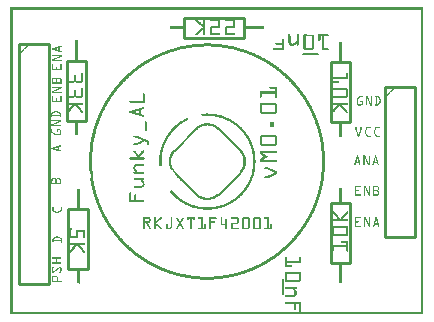
<source format=gto>
G04 MADE WITH FRITZING*
G04 WWW.FRITZING.ORG*
G04 DOUBLE SIDED*
G04 HOLES PLATED*
G04 CONTOUR ON CENTER OF CONTOUR VECTOR*
%ASAXBY*%
%FSLAX23Y23*%
%MOIN*%
%OFA0B0*%
%SFA1.0B1.0*%
%ADD10C,0.008000*%
%ADD11C,0.010000*%
%ADD12R,0.001000X0.001000*%
%LNSILK1*%
G90*
G70*
G54D10*
X694Y400D02*
X767Y473D01*
D02*
X767Y546D02*
X694Y619D01*
D02*
X620Y619D02*
X548Y546D01*
G54D11*
D02*
X27Y901D02*
X27Y101D01*
D02*
X27Y101D02*
X127Y101D01*
D02*
X127Y101D02*
X127Y901D01*
D02*
X127Y901D02*
X27Y901D01*
D02*
X259Y351D02*
X259Y151D01*
D02*
X259Y151D02*
X193Y151D01*
D02*
X193Y151D02*
X193Y351D01*
D02*
X193Y351D02*
X259Y351D01*
D02*
X1067Y173D02*
X1067Y373D01*
D02*
X1067Y373D02*
X1133Y373D01*
D02*
X1133Y373D02*
X1133Y173D01*
D02*
X1133Y173D02*
X1067Y173D01*
D02*
X780Y923D02*
X580Y923D01*
D02*
X580Y923D02*
X580Y989D01*
D02*
X580Y989D02*
X780Y989D01*
D02*
X780Y989D02*
X780Y923D01*
D02*
X253Y847D02*
X253Y647D01*
D02*
X253Y647D02*
X187Y647D01*
D02*
X187Y647D02*
X187Y847D01*
D02*
X187Y847D02*
X253Y847D01*
D02*
X1133Y841D02*
X1133Y641D01*
D02*
X1133Y641D02*
X1067Y641D01*
D02*
X1067Y641D02*
X1067Y841D01*
D02*
X1067Y841D02*
X1133Y841D01*
D02*
X1248Y758D02*
X1248Y258D01*
D02*
X1248Y258D02*
X1348Y258D01*
D02*
X1348Y258D02*
X1348Y758D01*
D02*
X1348Y758D02*
X1248Y758D01*
G54D10*
D02*
X976Y870D02*
X1026Y870D01*
D02*
X909Y69D02*
X909Y119D01*
G54D12*
X0Y1024D02*
X1376Y1024D01*
X0Y1023D02*
X1376Y1023D01*
X0Y1022D02*
X1376Y1022D01*
X0Y1021D02*
X1376Y1021D01*
X0Y1020D02*
X1376Y1020D01*
X0Y1019D02*
X1376Y1019D01*
X0Y1018D02*
X1376Y1018D01*
X0Y1017D02*
X1376Y1017D01*
X0Y1016D02*
X7Y1016D01*
X1369Y1016D02*
X1376Y1016D01*
X0Y1015D02*
X7Y1015D01*
X1369Y1015D02*
X1376Y1015D01*
X0Y1014D02*
X7Y1014D01*
X1369Y1014D02*
X1376Y1014D01*
X0Y1013D02*
X7Y1013D01*
X1369Y1013D02*
X1376Y1013D01*
X0Y1012D02*
X7Y1012D01*
X1369Y1012D02*
X1376Y1012D01*
X0Y1011D02*
X7Y1011D01*
X1369Y1011D02*
X1376Y1011D01*
X0Y1010D02*
X7Y1010D01*
X1369Y1010D02*
X1376Y1010D01*
X0Y1009D02*
X7Y1009D01*
X1369Y1009D02*
X1376Y1009D01*
X0Y1008D02*
X7Y1008D01*
X1369Y1008D02*
X1376Y1008D01*
X0Y1007D02*
X7Y1007D01*
X1369Y1007D02*
X1376Y1007D01*
X0Y1006D02*
X7Y1006D01*
X1369Y1006D02*
X1376Y1006D01*
X0Y1005D02*
X7Y1005D01*
X1369Y1005D02*
X1376Y1005D01*
X0Y1004D02*
X7Y1004D01*
X1369Y1004D02*
X1376Y1004D01*
X0Y1003D02*
X7Y1003D01*
X1369Y1003D02*
X1376Y1003D01*
X0Y1002D02*
X7Y1002D01*
X1369Y1002D02*
X1376Y1002D01*
X0Y1001D02*
X7Y1001D01*
X1369Y1001D02*
X1376Y1001D01*
X0Y1000D02*
X7Y1000D01*
X1369Y1000D02*
X1376Y1000D01*
X0Y999D02*
X7Y999D01*
X1369Y999D02*
X1376Y999D01*
X0Y998D02*
X7Y998D01*
X1369Y998D02*
X1376Y998D01*
X0Y997D02*
X7Y997D01*
X1369Y997D02*
X1376Y997D01*
X0Y996D02*
X7Y996D01*
X1369Y996D02*
X1376Y996D01*
X0Y995D02*
X7Y995D01*
X1369Y995D02*
X1376Y995D01*
X0Y994D02*
X7Y994D01*
X1369Y994D02*
X1376Y994D01*
X0Y993D02*
X7Y993D01*
X1369Y993D02*
X1376Y993D01*
X0Y992D02*
X7Y992D01*
X1369Y992D02*
X1376Y992D01*
X0Y991D02*
X7Y991D01*
X1369Y991D02*
X1376Y991D01*
X0Y990D02*
X7Y990D01*
X1369Y990D02*
X1376Y990D01*
X0Y989D02*
X7Y989D01*
X1369Y989D02*
X1376Y989D01*
X0Y988D02*
X7Y988D01*
X1369Y988D02*
X1376Y988D01*
X0Y987D02*
X7Y987D01*
X1369Y987D02*
X1376Y987D01*
X0Y986D02*
X7Y986D01*
X1369Y986D02*
X1376Y986D01*
X0Y985D02*
X7Y985D01*
X618Y985D02*
X619Y985D01*
X645Y985D02*
X647Y985D01*
X668Y985D02*
X699Y985D01*
X718Y985D02*
X749Y985D01*
X1369Y985D02*
X1376Y985D01*
X0Y984D02*
X7Y984D01*
X616Y984D02*
X621Y984D01*
X644Y984D02*
X648Y984D01*
X667Y984D02*
X699Y984D01*
X717Y984D02*
X749Y984D01*
X1369Y984D02*
X1376Y984D01*
X0Y983D02*
X7Y983D01*
X616Y983D02*
X622Y983D01*
X643Y983D02*
X649Y983D01*
X666Y983D02*
X699Y983D01*
X716Y983D02*
X749Y983D01*
X1369Y983D02*
X1376Y983D01*
X0Y982D02*
X7Y982D01*
X616Y982D02*
X623Y982D01*
X643Y982D02*
X649Y982D01*
X666Y982D02*
X699Y982D01*
X716Y982D02*
X749Y982D01*
X1369Y982D02*
X1376Y982D01*
X0Y981D02*
X7Y981D01*
X616Y981D02*
X624Y981D01*
X643Y981D02*
X649Y981D01*
X666Y981D02*
X699Y981D01*
X716Y981D02*
X749Y981D01*
X1369Y981D02*
X1376Y981D01*
X0Y980D02*
X7Y980D01*
X616Y980D02*
X626Y980D01*
X643Y980D02*
X649Y980D01*
X666Y980D02*
X699Y980D01*
X716Y980D02*
X749Y980D01*
X1369Y980D02*
X1376Y980D01*
X0Y979D02*
X7Y979D01*
X617Y979D02*
X627Y979D01*
X643Y979D02*
X649Y979D01*
X667Y979D02*
X699Y979D01*
X717Y979D02*
X749Y979D01*
X1369Y979D02*
X1376Y979D01*
X0Y978D02*
X7Y978D01*
X618Y978D02*
X628Y978D01*
X643Y978D02*
X649Y978D01*
X693Y978D02*
X699Y978D01*
X743Y978D02*
X749Y978D01*
X1369Y978D02*
X1376Y978D01*
X0Y977D02*
X7Y977D01*
X619Y977D02*
X629Y977D01*
X643Y977D02*
X649Y977D01*
X693Y977D02*
X699Y977D01*
X743Y977D02*
X749Y977D01*
X1369Y977D02*
X1376Y977D01*
X0Y976D02*
X7Y976D01*
X620Y976D02*
X630Y976D01*
X643Y976D02*
X649Y976D01*
X693Y976D02*
X699Y976D01*
X743Y976D02*
X749Y976D01*
X1369Y976D02*
X1376Y976D01*
X0Y975D02*
X7Y975D01*
X622Y975D02*
X631Y975D01*
X643Y975D02*
X649Y975D01*
X693Y975D02*
X699Y975D01*
X743Y975D02*
X749Y975D01*
X1369Y975D02*
X1376Y975D01*
X0Y974D02*
X7Y974D01*
X623Y974D02*
X633Y974D01*
X643Y974D02*
X649Y974D01*
X693Y974D02*
X699Y974D01*
X743Y974D02*
X749Y974D01*
X1369Y974D02*
X1376Y974D01*
X0Y973D02*
X7Y973D01*
X624Y973D02*
X634Y973D01*
X643Y973D02*
X649Y973D01*
X693Y973D02*
X699Y973D01*
X743Y973D02*
X749Y973D01*
X1369Y973D02*
X1376Y973D01*
X0Y972D02*
X7Y972D01*
X625Y972D02*
X635Y972D01*
X643Y972D02*
X649Y972D01*
X693Y972D02*
X699Y972D01*
X743Y972D02*
X749Y972D01*
X1369Y972D02*
X1376Y972D01*
X0Y971D02*
X7Y971D01*
X626Y971D02*
X636Y971D01*
X643Y971D02*
X649Y971D01*
X693Y971D02*
X699Y971D01*
X743Y971D02*
X749Y971D01*
X1369Y971D02*
X1376Y971D01*
X0Y970D02*
X7Y970D01*
X627Y970D02*
X637Y970D01*
X643Y970D02*
X649Y970D01*
X693Y970D02*
X699Y970D01*
X743Y970D02*
X749Y970D01*
X1369Y970D02*
X1376Y970D01*
X0Y969D02*
X7Y969D01*
X629Y969D02*
X638Y969D01*
X643Y969D02*
X649Y969D01*
X693Y969D02*
X699Y969D01*
X743Y969D02*
X749Y969D01*
X1369Y969D02*
X1376Y969D01*
X0Y968D02*
X7Y968D01*
X630Y968D02*
X640Y968D01*
X643Y968D02*
X649Y968D01*
X693Y968D02*
X699Y968D01*
X743Y968D02*
X749Y968D01*
X1369Y968D02*
X1376Y968D01*
X0Y967D02*
X7Y967D01*
X631Y967D02*
X641Y967D01*
X643Y967D02*
X649Y967D01*
X693Y967D02*
X699Y967D01*
X743Y967D02*
X749Y967D01*
X1369Y967D02*
X1376Y967D01*
X0Y966D02*
X7Y966D01*
X632Y966D02*
X649Y966D01*
X693Y966D02*
X699Y966D01*
X743Y966D02*
X749Y966D01*
X1369Y966D02*
X1376Y966D01*
X0Y965D02*
X7Y965D01*
X633Y965D02*
X649Y965D01*
X693Y965D02*
X699Y965D01*
X743Y965D02*
X749Y965D01*
X1369Y965D02*
X1376Y965D01*
X0Y964D02*
X7Y964D01*
X635Y964D02*
X649Y964D01*
X693Y964D02*
X699Y964D01*
X743Y964D02*
X749Y964D01*
X1369Y964D02*
X1376Y964D01*
X0Y963D02*
X7Y963D01*
X636Y963D02*
X649Y963D01*
X693Y963D02*
X699Y963D01*
X743Y963D02*
X749Y963D01*
X1369Y963D02*
X1376Y963D01*
X0Y962D02*
X7Y962D01*
X531Y962D02*
X578Y962D01*
X637Y962D02*
X649Y962D01*
X693Y962D02*
X699Y962D01*
X743Y962D02*
X749Y962D01*
X779Y962D02*
X845Y962D01*
X1369Y962D02*
X1376Y962D01*
X0Y961D02*
X7Y961D01*
X531Y961D02*
X578Y961D01*
X638Y961D02*
X649Y961D01*
X670Y961D02*
X699Y961D01*
X720Y961D02*
X749Y961D01*
X779Y961D02*
X845Y961D01*
X1369Y961D02*
X1376Y961D01*
X0Y960D02*
X7Y960D01*
X531Y960D02*
X578Y960D01*
X639Y960D02*
X649Y960D01*
X668Y960D02*
X699Y960D01*
X718Y960D02*
X749Y960D01*
X779Y960D02*
X845Y960D01*
X1369Y960D02*
X1376Y960D01*
X0Y959D02*
X7Y959D01*
X531Y959D02*
X578Y959D01*
X640Y959D02*
X649Y959D01*
X667Y959D02*
X699Y959D01*
X717Y959D02*
X749Y959D01*
X779Y959D02*
X845Y959D01*
X1369Y959D02*
X1376Y959D01*
X0Y958D02*
X7Y958D01*
X531Y958D02*
X578Y958D01*
X641Y958D02*
X649Y958D01*
X667Y958D02*
X698Y958D01*
X717Y958D02*
X748Y958D01*
X779Y958D02*
X845Y958D01*
X1369Y958D02*
X1376Y958D01*
X0Y957D02*
X7Y957D01*
X531Y957D02*
X578Y957D01*
X640Y957D02*
X649Y957D01*
X666Y957D02*
X697Y957D01*
X716Y957D02*
X748Y957D01*
X779Y957D02*
X845Y957D01*
X1369Y957D02*
X1376Y957D01*
X0Y956D02*
X7Y956D01*
X531Y956D02*
X578Y956D01*
X639Y956D02*
X649Y956D01*
X666Y956D02*
X696Y956D01*
X716Y956D02*
X746Y956D01*
X779Y956D02*
X845Y956D01*
X1369Y956D02*
X1376Y956D01*
X0Y955D02*
X7Y955D01*
X531Y955D02*
X578Y955D01*
X637Y955D02*
X649Y955D01*
X666Y955D02*
X694Y955D01*
X716Y955D02*
X744Y955D01*
X779Y955D02*
X845Y955D01*
X1369Y955D02*
X1376Y955D01*
X0Y954D02*
X7Y954D01*
X531Y954D02*
X578Y954D01*
X636Y954D02*
X649Y954D01*
X666Y954D02*
X672Y954D01*
X716Y954D02*
X722Y954D01*
X779Y954D02*
X845Y954D01*
X1369Y954D02*
X1376Y954D01*
X0Y953D02*
X7Y953D01*
X531Y953D02*
X578Y953D01*
X635Y953D02*
X649Y953D01*
X666Y953D02*
X672Y953D01*
X716Y953D02*
X722Y953D01*
X779Y953D02*
X845Y953D01*
X1369Y953D02*
X1376Y953D01*
X0Y952D02*
X7Y952D01*
X634Y952D02*
X649Y952D01*
X666Y952D02*
X672Y952D01*
X716Y952D02*
X722Y952D01*
X1369Y952D02*
X1376Y952D01*
X0Y951D02*
X7Y951D01*
X633Y951D02*
X649Y951D01*
X666Y951D02*
X672Y951D01*
X716Y951D02*
X722Y951D01*
X1369Y951D02*
X1376Y951D01*
X0Y950D02*
X7Y950D01*
X632Y950D02*
X641Y950D01*
X643Y950D02*
X649Y950D01*
X666Y950D02*
X672Y950D01*
X716Y950D02*
X722Y950D01*
X1369Y950D02*
X1376Y950D01*
X0Y949D02*
X7Y949D01*
X630Y949D02*
X640Y949D01*
X643Y949D02*
X649Y949D01*
X666Y949D02*
X672Y949D01*
X716Y949D02*
X722Y949D01*
X1369Y949D02*
X1376Y949D01*
X0Y948D02*
X7Y948D01*
X629Y948D02*
X639Y948D01*
X643Y948D02*
X649Y948D01*
X666Y948D02*
X672Y948D01*
X716Y948D02*
X722Y948D01*
X1369Y948D02*
X1376Y948D01*
X0Y947D02*
X7Y947D01*
X628Y947D02*
X638Y947D01*
X643Y947D02*
X649Y947D01*
X666Y947D02*
X672Y947D01*
X716Y947D02*
X722Y947D01*
X1369Y947D02*
X1376Y947D01*
X0Y946D02*
X7Y946D01*
X627Y946D02*
X637Y946D01*
X643Y946D02*
X649Y946D01*
X666Y946D02*
X672Y946D01*
X716Y946D02*
X722Y946D01*
X1369Y946D02*
X1376Y946D01*
X0Y945D02*
X7Y945D01*
X626Y945D02*
X636Y945D01*
X643Y945D02*
X649Y945D01*
X666Y945D02*
X672Y945D01*
X716Y945D02*
X722Y945D01*
X1369Y945D02*
X1376Y945D01*
X0Y944D02*
X7Y944D01*
X625Y944D02*
X634Y944D01*
X643Y944D02*
X649Y944D01*
X666Y944D02*
X672Y944D01*
X716Y944D02*
X722Y944D01*
X1369Y944D02*
X1376Y944D01*
X0Y943D02*
X7Y943D01*
X623Y943D02*
X633Y943D01*
X643Y943D02*
X649Y943D01*
X666Y943D02*
X672Y943D01*
X716Y943D02*
X722Y943D01*
X1369Y943D02*
X1376Y943D01*
X0Y942D02*
X7Y942D01*
X622Y942D02*
X632Y942D01*
X643Y942D02*
X649Y942D01*
X666Y942D02*
X672Y942D01*
X716Y942D02*
X722Y942D01*
X1369Y942D02*
X1376Y942D01*
X0Y941D02*
X7Y941D01*
X621Y941D02*
X631Y941D01*
X643Y941D02*
X649Y941D01*
X666Y941D02*
X672Y941D01*
X716Y941D02*
X722Y941D01*
X1369Y941D02*
X1376Y941D01*
X0Y940D02*
X7Y940D01*
X620Y940D02*
X630Y940D01*
X643Y940D02*
X649Y940D01*
X666Y940D02*
X672Y940D01*
X716Y940D02*
X722Y940D01*
X1369Y940D02*
X1376Y940D01*
X0Y939D02*
X7Y939D01*
X619Y939D02*
X629Y939D01*
X643Y939D02*
X649Y939D01*
X666Y939D02*
X672Y939D01*
X716Y939D02*
X722Y939D01*
X1369Y939D02*
X1376Y939D01*
X0Y938D02*
X7Y938D01*
X618Y938D02*
X627Y938D01*
X643Y938D02*
X649Y938D01*
X666Y938D02*
X697Y938D01*
X716Y938D02*
X747Y938D01*
X1369Y938D02*
X1376Y938D01*
X0Y937D02*
X7Y937D01*
X617Y937D02*
X626Y937D01*
X643Y937D02*
X649Y937D01*
X666Y937D02*
X698Y937D01*
X716Y937D02*
X749Y937D01*
X1369Y937D02*
X1376Y937D01*
X0Y936D02*
X7Y936D01*
X616Y936D02*
X625Y936D01*
X643Y936D02*
X649Y936D01*
X666Y936D02*
X699Y936D01*
X716Y936D02*
X749Y936D01*
X928Y936D02*
X930Y936D01*
X956Y936D02*
X958Y936D01*
X981Y936D02*
X983Y936D01*
X1029Y936D02*
X1058Y936D01*
X1369Y936D02*
X1376Y936D01*
X0Y935D02*
X7Y935D01*
X616Y935D02*
X624Y935D01*
X643Y935D02*
X649Y935D01*
X667Y935D02*
X699Y935D01*
X717Y935D02*
X749Y935D01*
X927Y935D02*
X932Y935D01*
X955Y935D02*
X959Y935D01*
X979Y935D02*
X985Y935D01*
X1027Y935D02*
X1059Y935D01*
X1369Y935D02*
X1376Y935D01*
X0Y934D02*
X7Y934D01*
X616Y934D02*
X623Y934D01*
X643Y934D02*
X649Y934D01*
X667Y934D02*
X699Y934D01*
X717Y934D02*
X749Y934D01*
X927Y934D02*
X932Y934D01*
X954Y934D02*
X960Y934D01*
X978Y934D02*
X987Y934D01*
X1027Y934D02*
X1059Y934D01*
X1369Y934D02*
X1376Y934D01*
X0Y933D02*
X7Y933D01*
X616Y933D02*
X622Y933D01*
X644Y933D02*
X649Y933D01*
X668Y933D02*
X699Y933D01*
X718Y933D02*
X749Y933D01*
X926Y933D02*
X932Y933D01*
X954Y933D02*
X960Y933D01*
X978Y933D02*
X991Y933D01*
X1008Y933D02*
X1009Y933D01*
X1027Y933D02*
X1060Y933D01*
X1369Y933D02*
X1376Y933D01*
X0Y932D02*
X7Y932D01*
X617Y932D02*
X620Y932D01*
X645Y932D02*
X648Y932D01*
X670Y932D02*
X698Y932D01*
X720Y932D02*
X748Y932D01*
X926Y932D02*
X932Y932D01*
X954Y932D02*
X960Y932D01*
X977Y932D02*
X1010Y932D01*
X1027Y932D02*
X1060Y932D01*
X1369Y932D02*
X1376Y932D01*
X0Y931D02*
X7Y931D01*
X926Y931D02*
X932Y931D01*
X954Y931D02*
X960Y931D01*
X977Y931D02*
X1010Y931D01*
X1027Y931D02*
X1060Y931D01*
X1369Y931D02*
X1376Y931D01*
X0Y930D02*
X7Y930D01*
X926Y930D02*
X932Y930D01*
X954Y930D02*
X960Y930D01*
X977Y930D02*
X1010Y930D01*
X1027Y930D02*
X1059Y930D01*
X1369Y930D02*
X1376Y930D01*
X0Y929D02*
X7Y929D01*
X927Y929D02*
X932Y929D01*
X954Y929D02*
X960Y929D01*
X976Y929D02*
X983Y929D01*
X1004Y929D02*
X1010Y929D01*
X1027Y929D02*
X1033Y929D01*
X1040Y929D02*
X1047Y929D01*
X1369Y929D02*
X1376Y929D01*
X0Y928D02*
X7Y928D01*
X927Y928D02*
X933Y928D01*
X954Y928D02*
X960Y928D01*
X976Y928D02*
X983Y928D01*
X1004Y928D02*
X1010Y928D01*
X1027Y928D02*
X1033Y928D01*
X1040Y928D02*
X1046Y928D01*
X1369Y928D02*
X1376Y928D01*
X0Y927D02*
X7Y927D01*
X927Y927D02*
X933Y927D01*
X954Y927D02*
X960Y927D01*
X976Y927D02*
X983Y927D01*
X1004Y927D02*
X1010Y927D01*
X1027Y927D02*
X1033Y927D01*
X1040Y927D02*
X1046Y927D01*
X1369Y927D02*
X1376Y927D01*
X0Y926D02*
X7Y926D01*
X927Y926D02*
X933Y926D01*
X954Y926D02*
X960Y926D01*
X976Y926D02*
X983Y926D01*
X1004Y926D02*
X1010Y926D01*
X1027Y926D02*
X1033Y926D01*
X1040Y926D02*
X1046Y926D01*
X1369Y926D02*
X1376Y926D01*
X0Y925D02*
X7Y925D01*
X927Y925D02*
X933Y925D01*
X954Y925D02*
X960Y925D01*
X976Y925D02*
X983Y925D01*
X1004Y925D02*
X1010Y925D01*
X1027Y925D02*
X1033Y925D01*
X1040Y925D02*
X1046Y925D01*
X1369Y925D02*
X1376Y925D01*
X0Y924D02*
X7Y924D01*
X927Y924D02*
X933Y924D01*
X954Y924D02*
X960Y924D01*
X976Y924D02*
X983Y924D01*
X1004Y924D02*
X1010Y924D01*
X1027Y924D02*
X1033Y924D01*
X1040Y924D02*
X1046Y924D01*
X1369Y924D02*
X1376Y924D01*
X0Y923D02*
X7Y923D01*
X927Y923D02*
X933Y923D01*
X954Y923D02*
X960Y923D01*
X976Y923D02*
X983Y923D01*
X1004Y923D02*
X1010Y923D01*
X1027Y923D02*
X1033Y923D01*
X1040Y923D02*
X1046Y923D01*
X1369Y923D02*
X1376Y923D01*
X0Y922D02*
X7Y922D01*
X927Y922D02*
X933Y922D01*
X954Y922D02*
X960Y922D01*
X976Y922D02*
X983Y922D01*
X1004Y922D02*
X1010Y922D01*
X1027Y922D02*
X1033Y922D01*
X1040Y922D02*
X1046Y922D01*
X1369Y922D02*
X1376Y922D01*
X0Y921D02*
X7Y921D01*
X927Y921D02*
X933Y921D01*
X954Y921D02*
X960Y921D01*
X976Y921D02*
X983Y921D01*
X1004Y921D02*
X1010Y921D01*
X1027Y921D02*
X1033Y921D01*
X1040Y921D02*
X1046Y921D01*
X1369Y921D02*
X1376Y921D01*
X0Y920D02*
X7Y920D01*
X909Y920D02*
X910Y920D01*
X927Y920D02*
X933Y920D01*
X954Y920D02*
X960Y920D01*
X976Y920D02*
X983Y920D01*
X1004Y920D02*
X1010Y920D01*
X1027Y920D02*
X1033Y920D01*
X1040Y920D02*
X1046Y920D01*
X1369Y920D02*
X1376Y920D01*
X0Y919D02*
X7Y919D01*
X907Y919D02*
X910Y919D01*
X927Y919D02*
X933Y919D01*
X954Y919D02*
X960Y919D01*
X976Y919D02*
X983Y919D01*
X1004Y919D02*
X1010Y919D01*
X1027Y919D02*
X1033Y919D01*
X1040Y919D02*
X1046Y919D01*
X1369Y919D02*
X1376Y919D01*
X0Y918D02*
X7Y918D01*
X905Y918D02*
X910Y918D01*
X927Y918D02*
X933Y918D01*
X954Y918D02*
X960Y918D01*
X976Y918D02*
X983Y918D01*
X1004Y918D02*
X1010Y918D01*
X1027Y918D02*
X1033Y918D01*
X1040Y918D02*
X1046Y918D01*
X1369Y918D02*
X1376Y918D01*
X0Y917D02*
X7Y917D01*
X904Y917D02*
X910Y917D01*
X927Y917D02*
X933Y917D01*
X954Y917D02*
X960Y917D01*
X976Y917D02*
X983Y917D01*
X1004Y917D02*
X1010Y917D01*
X1027Y917D02*
X1033Y917D01*
X1040Y917D02*
X1046Y917D01*
X1369Y917D02*
X1376Y917D01*
X0Y916D02*
X7Y916D01*
X904Y916D02*
X910Y916D01*
X927Y916D02*
X933Y916D01*
X954Y916D02*
X960Y916D01*
X976Y916D02*
X983Y916D01*
X1004Y916D02*
X1010Y916D01*
X1027Y916D02*
X1033Y916D01*
X1040Y916D02*
X1046Y916D01*
X1369Y916D02*
X1376Y916D01*
X0Y915D02*
X7Y915D01*
X214Y915D02*
X214Y915D01*
X904Y915D02*
X910Y915D01*
X927Y915D02*
X933Y915D01*
X954Y915D02*
X960Y915D01*
X976Y915D02*
X983Y915D01*
X1004Y915D02*
X1010Y915D01*
X1027Y915D02*
X1033Y915D01*
X1040Y915D02*
X1046Y915D01*
X1369Y915D02*
X1376Y915D01*
X0Y914D02*
X7Y914D01*
X214Y914D02*
X223Y914D01*
X904Y914D02*
X910Y914D01*
X927Y914D02*
X933Y914D01*
X954Y914D02*
X960Y914D01*
X976Y914D02*
X983Y914D01*
X1004Y914D02*
X1010Y914D01*
X1027Y914D02*
X1032Y914D01*
X1040Y914D02*
X1046Y914D01*
X1369Y914D02*
X1376Y914D01*
X0Y913D02*
X7Y913D01*
X214Y913D02*
X223Y913D01*
X904Y913D02*
X910Y913D01*
X927Y913D02*
X933Y913D01*
X954Y913D02*
X960Y913D01*
X976Y913D02*
X983Y913D01*
X1004Y913D02*
X1010Y913D01*
X1028Y913D02*
X1032Y913D01*
X1040Y913D02*
X1046Y913D01*
X1369Y913D02*
X1376Y913D01*
X0Y912D02*
X7Y912D01*
X214Y912D02*
X223Y912D01*
X904Y912D02*
X910Y912D01*
X927Y912D02*
X933Y912D01*
X954Y912D02*
X960Y912D01*
X976Y912D02*
X983Y912D01*
X1004Y912D02*
X1010Y912D01*
X1029Y912D02*
X1031Y912D01*
X1040Y912D02*
X1046Y912D01*
X1369Y912D02*
X1376Y912D01*
X0Y911D02*
X7Y911D01*
X214Y911D02*
X223Y911D01*
X904Y911D02*
X910Y911D01*
X927Y911D02*
X933Y911D01*
X953Y911D02*
X960Y911D01*
X976Y911D02*
X983Y911D01*
X1004Y911D02*
X1010Y911D01*
X1040Y911D02*
X1046Y911D01*
X1369Y911D02*
X1376Y911D01*
X0Y910D02*
X7Y910D01*
X214Y910D02*
X223Y910D01*
X904Y910D02*
X910Y910D01*
X927Y910D02*
X933Y910D01*
X952Y910D02*
X960Y910D01*
X976Y910D02*
X983Y910D01*
X1004Y910D02*
X1010Y910D01*
X1040Y910D02*
X1046Y910D01*
X1369Y910D02*
X1376Y910D01*
X0Y909D02*
X7Y909D01*
X214Y909D02*
X223Y909D01*
X904Y909D02*
X910Y909D01*
X927Y909D02*
X933Y909D01*
X950Y909D02*
X960Y909D01*
X976Y909D02*
X983Y909D01*
X1004Y909D02*
X1010Y909D01*
X1040Y909D02*
X1046Y909D01*
X1369Y909D02*
X1376Y909D01*
X0Y908D02*
X7Y908D01*
X214Y908D02*
X223Y908D01*
X904Y908D02*
X910Y908D01*
X927Y908D02*
X933Y908D01*
X949Y908D02*
X960Y908D01*
X976Y908D02*
X983Y908D01*
X1004Y908D02*
X1010Y908D01*
X1040Y908D02*
X1046Y908D01*
X1094Y908D02*
X1103Y908D01*
X1369Y908D02*
X1376Y908D01*
X0Y907D02*
X7Y907D01*
X214Y907D02*
X223Y907D01*
X903Y907D02*
X910Y907D01*
X927Y907D02*
X933Y907D01*
X947Y907D02*
X960Y907D01*
X976Y907D02*
X983Y907D01*
X1004Y907D02*
X1010Y907D01*
X1040Y907D02*
X1046Y907D01*
X1094Y907D02*
X1103Y907D01*
X1369Y907D02*
X1376Y907D01*
X0Y906D02*
X7Y906D01*
X214Y906D02*
X223Y906D01*
X884Y906D02*
X910Y906D01*
X927Y906D02*
X934Y906D01*
X946Y906D02*
X960Y906D01*
X976Y906D02*
X983Y906D01*
X1004Y906D02*
X1010Y906D01*
X1040Y906D02*
X1046Y906D01*
X1094Y906D02*
X1103Y906D01*
X1369Y906D02*
X1376Y906D01*
X0Y905D02*
X7Y905D01*
X214Y905D02*
X223Y905D01*
X884Y905D02*
X910Y905D01*
X927Y905D02*
X934Y905D01*
X944Y905D02*
X960Y905D01*
X976Y905D02*
X983Y905D01*
X1004Y905D02*
X1010Y905D01*
X1040Y905D02*
X1046Y905D01*
X1094Y905D02*
X1103Y905D01*
X1369Y905D02*
X1376Y905D01*
X0Y904D02*
X7Y904D01*
X214Y904D02*
X223Y904D01*
X644Y904D02*
X667Y904D01*
X883Y904D02*
X910Y904D01*
X928Y904D02*
X937Y904D01*
X942Y904D02*
X960Y904D01*
X976Y904D02*
X983Y904D01*
X1004Y904D02*
X1010Y904D01*
X1040Y904D02*
X1046Y904D01*
X1094Y904D02*
X1103Y904D01*
X1369Y904D02*
X1376Y904D01*
X0Y903D02*
X7Y903D01*
X60Y903D02*
X60Y903D01*
X214Y903D02*
X223Y903D01*
X625Y903D02*
X685Y903D01*
X883Y903D02*
X910Y903D01*
X928Y903D02*
X960Y903D01*
X976Y903D02*
X983Y903D01*
X1004Y903D02*
X1010Y903D01*
X1040Y903D02*
X1046Y903D01*
X1094Y903D02*
X1103Y903D01*
X1369Y903D02*
X1376Y903D01*
X0Y902D02*
X7Y902D01*
X59Y902D02*
X61Y902D01*
X214Y902D02*
X223Y902D01*
X614Y902D02*
X696Y902D01*
X883Y902D02*
X910Y902D01*
X929Y902D02*
X952Y902D01*
X954Y902D02*
X960Y902D01*
X976Y902D02*
X983Y902D01*
X1004Y902D02*
X1010Y902D01*
X1040Y902D02*
X1046Y902D01*
X1094Y902D02*
X1103Y902D01*
X1369Y902D02*
X1376Y902D01*
X0Y901D02*
X7Y901D01*
X58Y901D02*
X62Y901D01*
X214Y901D02*
X223Y901D01*
X606Y901D02*
X705Y901D01*
X884Y901D02*
X910Y901D01*
X929Y901D02*
X950Y901D01*
X954Y901D02*
X960Y901D01*
X976Y901D02*
X983Y901D01*
X1004Y901D02*
X1010Y901D01*
X1040Y901D02*
X1046Y901D01*
X1094Y901D02*
X1103Y901D01*
X1369Y901D02*
X1376Y901D01*
X0Y900D02*
X7Y900D01*
X57Y900D02*
X63Y900D01*
X214Y900D02*
X223Y900D01*
X598Y900D02*
X712Y900D01*
X886Y900D02*
X910Y900D01*
X930Y900D02*
X948Y900D01*
X954Y900D02*
X960Y900D01*
X976Y900D02*
X983Y900D01*
X1004Y900D02*
X1010Y900D01*
X1040Y900D02*
X1046Y900D01*
X1094Y900D02*
X1103Y900D01*
X1369Y900D02*
X1376Y900D01*
X0Y899D02*
X7Y899D01*
X56Y899D02*
X62Y899D01*
X214Y899D02*
X223Y899D01*
X592Y899D02*
X718Y899D01*
X904Y899D02*
X910Y899D01*
X931Y899D02*
X947Y899D01*
X954Y899D02*
X959Y899D01*
X976Y899D02*
X983Y899D01*
X1004Y899D02*
X1010Y899D01*
X1040Y899D02*
X1046Y899D01*
X1094Y899D02*
X1103Y899D01*
X1369Y899D02*
X1376Y899D01*
X0Y898D02*
X7Y898D01*
X55Y898D02*
X61Y898D01*
X214Y898D02*
X223Y898D01*
X586Y898D02*
X724Y898D01*
X904Y898D02*
X910Y898D01*
X933Y898D02*
X945Y898D01*
X955Y898D02*
X959Y898D01*
X976Y898D02*
X983Y898D01*
X1004Y898D02*
X1010Y898D01*
X1040Y898D02*
X1046Y898D01*
X1094Y898D02*
X1103Y898D01*
X1369Y898D02*
X1376Y898D01*
X0Y897D02*
X7Y897D01*
X54Y897D02*
X60Y897D01*
X214Y897D02*
X223Y897D01*
X581Y897D02*
X730Y897D01*
X904Y897D02*
X910Y897D01*
X937Y897D02*
X941Y897D01*
X976Y897D02*
X983Y897D01*
X1004Y897D02*
X1010Y897D01*
X1040Y897D02*
X1046Y897D01*
X1094Y897D02*
X1103Y897D01*
X1369Y897D02*
X1376Y897D01*
X0Y896D02*
X7Y896D01*
X53Y896D02*
X59Y896D01*
X167Y896D02*
X169Y896D01*
X214Y896D02*
X223Y896D01*
X576Y896D02*
X735Y896D01*
X904Y896D02*
X910Y896D01*
X976Y896D02*
X983Y896D01*
X1004Y896D02*
X1010Y896D01*
X1040Y896D02*
X1046Y896D01*
X1094Y896D02*
X1103Y896D01*
X1369Y896D02*
X1376Y896D01*
X0Y895D02*
X7Y895D01*
X52Y895D02*
X58Y895D01*
X164Y895D02*
X170Y895D01*
X214Y895D02*
X223Y895D01*
X571Y895D02*
X739Y895D01*
X904Y895D02*
X910Y895D01*
X976Y895D02*
X983Y895D01*
X1004Y895D02*
X1010Y895D01*
X1040Y895D02*
X1046Y895D01*
X1094Y895D02*
X1103Y895D01*
X1369Y895D02*
X1376Y895D01*
X0Y894D02*
X7Y894D01*
X51Y894D02*
X57Y894D01*
X160Y894D02*
X170Y894D01*
X214Y894D02*
X223Y894D01*
X567Y894D02*
X643Y894D01*
X668Y894D02*
X744Y894D01*
X904Y894D02*
X910Y894D01*
X976Y894D02*
X983Y894D01*
X1004Y894D02*
X1010Y894D01*
X1040Y894D02*
X1046Y894D01*
X1094Y894D02*
X1103Y894D01*
X1369Y894D02*
X1376Y894D01*
X0Y893D02*
X7Y893D01*
X50Y893D02*
X56Y893D01*
X157Y893D02*
X169Y893D01*
X214Y893D02*
X223Y893D01*
X562Y893D02*
X624Y893D01*
X686Y893D02*
X748Y893D01*
X904Y893D02*
X910Y893D01*
X976Y893D02*
X983Y893D01*
X1004Y893D02*
X1010Y893D01*
X1040Y893D02*
X1046Y893D01*
X1094Y893D02*
X1103Y893D01*
X1369Y893D02*
X1376Y893D01*
X0Y892D02*
X7Y892D01*
X49Y892D02*
X55Y892D01*
X153Y892D02*
X167Y892D01*
X214Y892D02*
X223Y892D01*
X558Y892D02*
X613Y892D01*
X697Y892D02*
X752Y892D01*
X904Y892D02*
X910Y892D01*
X976Y892D02*
X983Y892D01*
X1004Y892D02*
X1010Y892D01*
X1040Y892D02*
X1046Y892D01*
X1094Y892D02*
X1103Y892D01*
X1369Y892D02*
X1376Y892D01*
X0Y891D02*
X7Y891D01*
X48Y891D02*
X54Y891D01*
X150Y891D02*
X164Y891D01*
X214Y891D02*
X223Y891D01*
X555Y891D02*
X605Y891D01*
X705Y891D02*
X756Y891D01*
X904Y891D02*
X910Y891D01*
X976Y891D02*
X983Y891D01*
X1004Y891D02*
X1010Y891D01*
X1040Y891D02*
X1046Y891D01*
X1094Y891D02*
X1103Y891D01*
X1369Y891D02*
X1376Y891D01*
X0Y890D02*
X7Y890D01*
X47Y890D02*
X53Y890D01*
X146Y890D02*
X163Y890D01*
X214Y890D02*
X223Y890D01*
X551Y890D02*
X598Y890D01*
X713Y890D02*
X759Y890D01*
X904Y890D02*
X910Y890D01*
X976Y890D02*
X983Y890D01*
X1004Y890D02*
X1010Y890D01*
X1040Y890D02*
X1046Y890D01*
X1094Y890D02*
X1103Y890D01*
X1369Y890D02*
X1376Y890D01*
X0Y889D02*
X7Y889D01*
X46Y889D02*
X52Y889D01*
X143Y889D02*
X157Y889D01*
X159Y889D02*
X163Y889D01*
X214Y889D02*
X223Y889D01*
X547Y889D02*
X591Y889D01*
X719Y889D02*
X763Y889D01*
X878Y889D02*
X910Y889D01*
X977Y889D02*
X1010Y889D01*
X1040Y889D02*
X1058Y889D01*
X1094Y889D02*
X1103Y889D01*
X1369Y889D02*
X1376Y889D01*
X0Y888D02*
X7Y888D01*
X45Y888D02*
X51Y888D01*
X140Y888D02*
X154Y888D01*
X159Y888D02*
X163Y888D01*
X214Y888D02*
X223Y888D01*
X544Y888D02*
X585Y888D01*
X725Y888D02*
X766Y888D01*
X877Y888D02*
X910Y888D01*
X977Y888D02*
X1010Y888D01*
X1040Y888D02*
X1059Y888D01*
X1094Y888D02*
X1103Y888D01*
X1369Y888D02*
X1376Y888D01*
X0Y887D02*
X7Y887D01*
X44Y887D02*
X50Y887D01*
X138Y887D02*
X150Y887D01*
X159Y887D02*
X163Y887D01*
X214Y887D02*
X223Y887D01*
X541Y887D02*
X580Y887D01*
X730Y887D02*
X770Y887D01*
X876Y887D02*
X910Y887D01*
X977Y887D02*
X1010Y887D01*
X1040Y887D02*
X1060Y887D01*
X1094Y887D02*
X1103Y887D01*
X1369Y887D02*
X1376Y887D01*
X0Y886D02*
X7Y886D01*
X43Y886D02*
X48Y886D01*
X138Y886D02*
X148Y886D01*
X159Y886D02*
X163Y886D01*
X214Y886D02*
X223Y886D01*
X537Y886D02*
X575Y886D01*
X735Y886D02*
X773Y886D01*
X876Y886D02*
X910Y886D01*
X977Y886D02*
X1009Y886D01*
X1040Y886D02*
X1060Y886D01*
X1094Y886D02*
X1103Y886D01*
X1369Y886D02*
X1376Y886D01*
X0Y885D02*
X7Y885D01*
X42Y885D02*
X47Y885D01*
X138Y885D02*
X150Y885D01*
X159Y885D02*
X163Y885D01*
X214Y885D02*
X223Y885D01*
X534Y885D02*
X571Y885D01*
X740Y885D02*
X776Y885D01*
X876Y885D02*
X910Y885D01*
X978Y885D02*
X1009Y885D01*
X1040Y885D02*
X1060Y885D01*
X1094Y885D02*
X1103Y885D01*
X1369Y885D02*
X1376Y885D01*
X0Y884D02*
X7Y884D01*
X41Y884D02*
X46Y884D01*
X139Y884D02*
X153Y884D01*
X159Y884D02*
X163Y884D01*
X214Y884D02*
X223Y884D01*
X531Y884D02*
X566Y884D01*
X744Y884D02*
X779Y884D01*
X877Y884D02*
X910Y884D01*
X979Y884D02*
X1008Y884D01*
X1040Y884D02*
X1060Y884D01*
X1094Y884D02*
X1103Y884D01*
X1369Y884D02*
X1376Y884D01*
X0Y883D02*
X7Y883D01*
X40Y883D02*
X45Y883D01*
X143Y883D02*
X157Y883D01*
X159Y883D02*
X163Y883D01*
X214Y883D02*
X223Y883D01*
X528Y883D02*
X562Y883D01*
X748Y883D02*
X782Y883D01*
X878Y883D02*
X910Y883D01*
X980Y883D02*
X1006Y883D01*
X1040Y883D02*
X1059Y883D01*
X1094Y883D02*
X1103Y883D01*
X1369Y883D02*
X1376Y883D01*
X0Y882D02*
X7Y882D01*
X39Y882D02*
X44Y882D01*
X146Y882D02*
X163Y882D01*
X214Y882D02*
X223Y882D01*
X525Y882D02*
X558Y882D01*
X752Y882D02*
X785Y882D01*
X1094Y882D02*
X1103Y882D01*
X1369Y882D02*
X1376Y882D01*
X0Y881D02*
X7Y881D01*
X38Y881D02*
X43Y881D01*
X150Y881D02*
X164Y881D01*
X214Y881D02*
X223Y881D01*
X523Y881D02*
X554Y881D01*
X756Y881D02*
X788Y881D01*
X1094Y881D02*
X1103Y881D01*
X1369Y881D02*
X1376Y881D01*
X0Y880D02*
X7Y880D01*
X37Y880D02*
X42Y880D01*
X153Y880D02*
X167Y880D01*
X214Y880D02*
X223Y880D01*
X520Y880D02*
X551Y880D01*
X760Y880D02*
X790Y880D01*
X1094Y880D02*
X1103Y880D01*
X1369Y880D02*
X1376Y880D01*
X0Y879D02*
X7Y879D01*
X36Y879D02*
X42Y879D01*
X156Y879D02*
X169Y879D01*
X214Y879D02*
X223Y879D01*
X517Y879D02*
X547Y879D01*
X763Y879D02*
X793Y879D01*
X1094Y879D02*
X1103Y879D01*
X1369Y879D02*
X1376Y879D01*
X0Y878D02*
X7Y878D01*
X35Y878D02*
X41Y878D01*
X160Y878D02*
X170Y878D01*
X214Y878D02*
X223Y878D01*
X515Y878D02*
X544Y878D01*
X766Y878D02*
X796Y878D01*
X1094Y878D02*
X1103Y878D01*
X1369Y878D02*
X1376Y878D01*
X0Y877D02*
X7Y877D01*
X34Y877D02*
X40Y877D01*
X163Y877D02*
X170Y877D01*
X214Y877D02*
X223Y877D01*
X512Y877D02*
X541Y877D01*
X770Y877D02*
X798Y877D01*
X1094Y877D02*
X1103Y877D01*
X1369Y877D02*
X1376Y877D01*
X0Y876D02*
X7Y876D01*
X33Y876D02*
X39Y876D01*
X167Y876D02*
X169Y876D01*
X214Y876D02*
X223Y876D01*
X510Y876D02*
X538Y876D01*
X773Y876D02*
X801Y876D01*
X1094Y876D02*
X1103Y876D01*
X1369Y876D02*
X1376Y876D01*
X0Y875D02*
X7Y875D01*
X32Y875D02*
X38Y875D01*
X214Y875D02*
X223Y875D01*
X507Y875D02*
X535Y875D01*
X776Y875D02*
X803Y875D01*
X1094Y875D02*
X1103Y875D01*
X1369Y875D02*
X1376Y875D01*
X0Y874D02*
X7Y874D01*
X31Y874D02*
X37Y874D01*
X214Y874D02*
X223Y874D01*
X505Y874D02*
X532Y874D01*
X779Y874D02*
X806Y874D01*
X1094Y874D02*
X1103Y874D01*
X1369Y874D02*
X1376Y874D01*
X0Y873D02*
X7Y873D01*
X30Y873D02*
X36Y873D01*
X214Y873D02*
X223Y873D01*
X502Y873D02*
X529Y873D01*
X782Y873D02*
X808Y873D01*
X1094Y873D02*
X1103Y873D01*
X1369Y873D02*
X1376Y873D01*
X0Y872D02*
X7Y872D01*
X29Y872D02*
X35Y872D01*
X214Y872D02*
X223Y872D01*
X500Y872D02*
X526Y872D01*
X785Y872D02*
X810Y872D01*
X1094Y872D02*
X1103Y872D01*
X1369Y872D02*
X1376Y872D01*
X0Y871D02*
X7Y871D01*
X28Y871D02*
X34Y871D01*
X214Y871D02*
X223Y871D01*
X498Y871D02*
X523Y871D01*
X788Y871D02*
X813Y871D01*
X1094Y871D02*
X1103Y871D01*
X1369Y871D02*
X1376Y871D01*
X0Y870D02*
X7Y870D01*
X27Y870D02*
X33Y870D01*
X214Y870D02*
X223Y870D01*
X496Y870D02*
X520Y870D01*
X790Y870D02*
X815Y870D01*
X1094Y870D02*
X1103Y870D01*
X1369Y870D02*
X1376Y870D01*
X0Y869D02*
X7Y869D01*
X26Y869D02*
X32Y869D01*
X214Y869D02*
X223Y869D01*
X493Y869D02*
X518Y869D01*
X793Y869D02*
X817Y869D01*
X1094Y869D02*
X1103Y869D01*
X1369Y869D02*
X1376Y869D01*
X0Y868D02*
X7Y868D01*
X26Y868D02*
X31Y868D01*
X214Y868D02*
X223Y868D01*
X491Y868D02*
X515Y868D01*
X795Y868D02*
X819Y868D01*
X1094Y868D02*
X1103Y868D01*
X1369Y868D02*
X1376Y868D01*
X0Y867D02*
X7Y867D01*
X27Y867D02*
X30Y867D01*
X214Y867D02*
X223Y867D01*
X489Y867D02*
X513Y867D01*
X798Y867D02*
X821Y867D01*
X1094Y867D02*
X1103Y867D01*
X1369Y867D02*
X1376Y867D01*
X0Y866D02*
X7Y866D01*
X28Y866D02*
X29Y866D01*
X140Y866D02*
X169Y866D01*
X214Y866D02*
X223Y866D01*
X487Y866D02*
X510Y866D01*
X800Y866D02*
X824Y866D01*
X1094Y866D02*
X1103Y866D01*
X1369Y866D02*
X1376Y866D01*
X0Y865D02*
X7Y865D01*
X138Y865D02*
X170Y865D01*
X214Y865D02*
X223Y865D01*
X485Y865D02*
X508Y865D01*
X803Y865D02*
X826Y865D01*
X1094Y865D02*
X1103Y865D01*
X1369Y865D02*
X1376Y865D01*
X0Y864D02*
X7Y864D01*
X138Y864D02*
X170Y864D01*
X214Y864D02*
X223Y864D01*
X483Y864D02*
X505Y864D01*
X805Y864D02*
X828Y864D01*
X1094Y864D02*
X1103Y864D01*
X1369Y864D02*
X1376Y864D01*
X0Y863D02*
X7Y863D01*
X138Y863D02*
X170Y863D01*
X214Y863D02*
X223Y863D01*
X481Y863D02*
X503Y863D01*
X807Y863D02*
X830Y863D01*
X1094Y863D02*
X1103Y863D01*
X1369Y863D02*
X1376Y863D01*
X0Y862D02*
X7Y862D01*
X140Y862D02*
X170Y862D01*
X214Y862D02*
X223Y862D01*
X479Y862D02*
X501Y862D01*
X810Y862D02*
X832Y862D01*
X1094Y862D02*
X1103Y862D01*
X1369Y862D02*
X1376Y862D01*
X0Y861D02*
X7Y861D01*
X161Y861D02*
X170Y861D01*
X214Y861D02*
X223Y861D01*
X477Y861D02*
X498Y861D01*
X812Y861D02*
X834Y861D01*
X1094Y861D02*
X1103Y861D01*
X1369Y861D02*
X1376Y861D01*
X0Y860D02*
X7Y860D01*
X159Y860D02*
X169Y860D01*
X214Y860D02*
X223Y860D01*
X475Y860D02*
X496Y860D01*
X814Y860D02*
X836Y860D01*
X1094Y860D02*
X1103Y860D01*
X1369Y860D02*
X1376Y860D01*
X0Y859D02*
X7Y859D01*
X157Y859D02*
X166Y859D01*
X214Y859D02*
X223Y859D01*
X473Y859D02*
X494Y859D01*
X816Y859D02*
X838Y859D01*
X1094Y859D02*
X1103Y859D01*
X1369Y859D02*
X1376Y859D01*
X0Y858D02*
X7Y858D01*
X155Y858D02*
X164Y858D01*
X214Y858D02*
X223Y858D01*
X471Y858D02*
X492Y858D01*
X819Y858D02*
X839Y858D01*
X1094Y858D02*
X1103Y858D01*
X1369Y858D02*
X1376Y858D01*
X0Y857D02*
X7Y857D01*
X152Y857D02*
X162Y857D01*
X214Y857D02*
X223Y857D01*
X469Y857D02*
X490Y857D01*
X821Y857D02*
X841Y857D01*
X1094Y857D02*
X1103Y857D01*
X1369Y857D02*
X1376Y857D01*
X0Y856D02*
X7Y856D01*
X150Y856D02*
X160Y856D01*
X214Y856D02*
X223Y856D01*
X467Y856D02*
X487Y856D01*
X823Y856D02*
X843Y856D01*
X1094Y856D02*
X1103Y856D01*
X1369Y856D02*
X1376Y856D01*
X0Y855D02*
X7Y855D01*
X148Y855D02*
X157Y855D01*
X214Y855D02*
X223Y855D01*
X465Y855D02*
X486Y855D01*
X825Y855D02*
X845Y855D01*
X1094Y855D02*
X1103Y855D01*
X1369Y855D02*
X1376Y855D01*
X0Y854D02*
X7Y854D01*
X145Y854D02*
X155Y854D01*
X214Y854D02*
X223Y854D01*
X464Y854D02*
X484Y854D01*
X827Y854D02*
X847Y854D01*
X1094Y854D02*
X1103Y854D01*
X1369Y854D02*
X1376Y854D01*
X0Y853D02*
X7Y853D01*
X143Y853D02*
X153Y853D01*
X214Y853D02*
X223Y853D01*
X462Y853D02*
X482Y853D01*
X829Y853D02*
X848Y853D01*
X1094Y853D02*
X1103Y853D01*
X1369Y853D02*
X1376Y853D01*
X0Y852D02*
X7Y852D01*
X141Y852D02*
X150Y852D01*
X214Y852D02*
X223Y852D01*
X460Y852D02*
X480Y852D01*
X831Y852D02*
X850Y852D01*
X1094Y852D02*
X1103Y852D01*
X1369Y852D02*
X1376Y852D01*
X0Y851D02*
X7Y851D01*
X139Y851D02*
X148Y851D01*
X214Y851D02*
X223Y851D01*
X458Y851D02*
X478Y851D01*
X833Y851D02*
X852Y851D01*
X1094Y851D02*
X1103Y851D01*
X1369Y851D02*
X1376Y851D01*
X0Y850D02*
X7Y850D01*
X138Y850D02*
X146Y850D01*
X214Y850D02*
X223Y850D01*
X457Y850D02*
X476Y850D01*
X835Y850D02*
X854Y850D01*
X1094Y850D02*
X1103Y850D01*
X1369Y850D02*
X1376Y850D01*
X0Y849D02*
X7Y849D01*
X138Y849D02*
X169Y849D01*
X214Y849D02*
X223Y849D01*
X455Y849D02*
X474Y849D01*
X837Y849D02*
X855Y849D01*
X1094Y849D02*
X1103Y849D01*
X1369Y849D02*
X1376Y849D01*
X0Y848D02*
X7Y848D01*
X138Y848D02*
X170Y848D01*
X215Y848D02*
X223Y848D01*
X453Y848D02*
X472Y848D01*
X838Y848D02*
X857Y848D01*
X1094Y848D02*
X1103Y848D01*
X1369Y848D02*
X1376Y848D01*
X0Y847D02*
X7Y847D01*
X138Y847D02*
X170Y847D01*
X451Y847D02*
X470Y847D01*
X840Y847D02*
X859Y847D01*
X1094Y847D02*
X1103Y847D01*
X1369Y847D02*
X1376Y847D01*
X0Y846D02*
X7Y846D01*
X138Y846D02*
X169Y846D01*
X450Y846D02*
X468Y846D01*
X842Y846D02*
X860Y846D01*
X1094Y846D02*
X1103Y846D01*
X1369Y846D02*
X1376Y846D01*
X0Y845D02*
X7Y845D01*
X448Y845D02*
X467Y845D01*
X844Y845D02*
X862Y845D01*
X1094Y845D02*
X1103Y845D01*
X1369Y845D02*
X1376Y845D01*
X0Y844D02*
X7Y844D01*
X447Y844D02*
X465Y844D01*
X845Y844D02*
X864Y844D01*
X1094Y844D02*
X1103Y844D01*
X1369Y844D02*
X1376Y844D01*
X0Y843D02*
X7Y843D01*
X445Y843D02*
X463Y843D01*
X847Y843D02*
X865Y843D01*
X1094Y843D02*
X1103Y843D01*
X1369Y843D02*
X1376Y843D01*
X0Y842D02*
X7Y842D01*
X444Y842D02*
X461Y842D01*
X849Y842D02*
X867Y842D01*
X1094Y842D02*
X1103Y842D01*
X1369Y842D02*
X1376Y842D01*
X0Y841D02*
X7Y841D01*
X442Y841D02*
X460Y841D01*
X851Y841D02*
X868Y841D01*
X1369Y841D02*
X1376Y841D01*
X0Y840D02*
X7Y840D01*
X440Y840D02*
X458Y840D01*
X852Y840D02*
X870Y840D01*
X1369Y840D02*
X1376Y840D01*
X0Y839D02*
X7Y839D01*
X439Y839D02*
X456Y839D01*
X854Y839D02*
X871Y839D01*
X1369Y839D02*
X1376Y839D01*
X0Y838D02*
X7Y838D01*
X437Y838D02*
X455Y838D01*
X856Y838D02*
X873Y838D01*
X1369Y838D02*
X1376Y838D01*
X0Y837D02*
X7Y837D01*
X436Y837D02*
X453Y837D01*
X857Y837D02*
X875Y837D01*
X1369Y837D02*
X1376Y837D01*
X0Y836D02*
X7Y836D01*
X434Y836D02*
X452Y836D01*
X859Y836D02*
X876Y836D01*
X1369Y836D02*
X1376Y836D01*
X0Y835D02*
X7Y835D01*
X139Y835D02*
X141Y835D01*
X167Y835D02*
X169Y835D01*
X433Y835D02*
X450Y835D01*
X860Y835D02*
X877Y835D01*
X1369Y835D02*
X1376Y835D01*
X0Y834D02*
X7Y834D01*
X138Y834D02*
X141Y834D01*
X167Y834D02*
X170Y834D01*
X432Y834D02*
X448Y834D01*
X862Y834D02*
X879Y834D01*
X1369Y834D02*
X1376Y834D01*
X0Y833D02*
X7Y833D01*
X138Y833D02*
X141Y833D01*
X167Y833D02*
X170Y833D01*
X430Y833D02*
X447Y833D01*
X863Y833D02*
X880Y833D01*
X1369Y833D02*
X1376Y833D01*
X0Y832D02*
X7Y832D01*
X138Y832D02*
X141Y832D01*
X167Y832D02*
X170Y832D01*
X429Y832D02*
X445Y832D01*
X865Y832D02*
X882Y832D01*
X1369Y832D02*
X1376Y832D01*
X0Y831D02*
X7Y831D01*
X138Y831D02*
X141Y831D01*
X167Y831D02*
X170Y831D01*
X427Y831D02*
X444Y831D01*
X867Y831D02*
X883Y831D01*
X1369Y831D02*
X1376Y831D01*
X0Y830D02*
X7Y830D01*
X138Y830D02*
X141Y830D01*
X167Y830D02*
X170Y830D01*
X426Y830D02*
X442Y830D01*
X868Y830D02*
X884Y830D01*
X1369Y830D02*
X1376Y830D01*
X0Y829D02*
X7Y829D01*
X138Y829D02*
X141Y829D01*
X167Y829D02*
X170Y829D01*
X425Y829D02*
X441Y829D01*
X870Y829D02*
X886Y829D01*
X1369Y829D02*
X1376Y829D01*
X0Y828D02*
X7Y828D01*
X138Y828D02*
X141Y828D01*
X167Y828D02*
X170Y828D01*
X423Y828D02*
X439Y828D01*
X871Y828D02*
X887Y828D01*
X1369Y828D02*
X1376Y828D01*
X0Y827D02*
X7Y827D01*
X138Y827D02*
X141Y827D01*
X153Y827D02*
X155Y827D01*
X167Y827D02*
X170Y827D01*
X422Y827D02*
X438Y827D01*
X873Y827D02*
X889Y827D01*
X1369Y827D02*
X1376Y827D01*
X0Y826D02*
X7Y826D01*
X138Y826D02*
X141Y826D01*
X152Y826D02*
X155Y826D01*
X167Y826D02*
X170Y826D01*
X420Y826D02*
X436Y826D01*
X874Y826D02*
X890Y826D01*
X1369Y826D02*
X1376Y826D01*
X0Y825D02*
X7Y825D01*
X138Y825D02*
X141Y825D01*
X152Y825D02*
X156Y825D01*
X167Y825D02*
X170Y825D01*
X419Y825D02*
X435Y825D01*
X875Y825D02*
X891Y825D01*
X1369Y825D02*
X1376Y825D01*
X0Y824D02*
X7Y824D01*
X138Y824D02*
X141Y824D01*
X152Y824D02*
X156Y824D01*
X167Y824D02*
X170Y824D01*
X418Y824D02*
X434Y824D01*
X877Y824D02*
X893Y824D01*
X1369Y824D02*
X1376Y824D01*
X0Y823D02*
X7Y823D01*
X138Y823D02*
X141Y823D01*
X152Y823D02*
X156Y823D01*
X167Y823D02*
X170Y823D01*
X416Y823D02*
X432Y823D01*
X878Y823D02*
X894Y823D01*
X1369Y823D02*
X1376Y823D01*
X0Y822D02*
X7Y822D01*
X138Y822D02*
X141Y822D01*
X152Y822D02*
X156Y822D01*
X167Y822D02*
X170Y822D01*
X415Y822D02*
X431Y822D01*
X880Y822D02*
X895Y822D01*
X1369Y822D02*
X1376Y822D01*
X0Y821D02*
X7Y821D01*
X138Y821D02*
X141Y821D01*
X152Y821D02*
X156Y821D01*
X167Y821D02*
X170Y821D01*
X414Y821D02*
X429Y821D01*
X881Y821D02*
X896Y821D01*
X1369Y821D02*
X1376Y821D01*
X0Y820D02*
X7Y820D01*
X138Y820D02*
X141Y820D01*
X152Y820D02*
X156Y820D01*
X167Y820D02*
X170Y820D01*
X413Y820D02*
X428Y820D01*
X882Y820D02*
X898Y820D01*
X1369Y820D02*
X1376Y820D01*
X0Y819D02*
X7Y819D01*
X138Y819D02*
X170Y819D01*
X411Y819D02*
X427Y819D01*
X884Y819D02*
X899Y819D01*
X1369Y819D02*
X1376Y819D01*
X0Y818D02*
X7Y818D01*
X138Y818D02*
X170Y818D01*
X410Y818D02*
X425Y818D01*
X885Y818D02*
X900Y818D01*
X1369Y818D02*
X1376Y818D01*
X0Y817D02*
X7Y817D01*
X138Y817D02*
X170Y817D01*
X409Y817D02*
X424Y817D01*
X886Y817D02*
X902Y817D01*
X1369Y817D02*
X1376Y817D01*
X0Y816D02*
X7Y816D01*
X138Y816D02*
X170Y816D01*
X408Y816D02*
X423Y816D01*
X888Y816D02*
X903Y816D01*
X1369Y816D02*
X1376Y816D01*
X0Y815D02*
X7Y815D01*
X138Y815D02*
X169Y815D01*
X406Y815D02*
X421Y815D01*
X889Y815D02*
X904Y815D01*
X1369Y815D02*
X1376Y815D01*
X0Y814D02*
X7Y814D01*
X405Y814D02*
X420Y814D01*
X890Y814D02*
X905Y814D01*
X1369Y814D02*
X1376Y814D01*
X0Y813D02*
X7Y813D01*
X404Y813D02*
X419Y813D01*
X892Y813D02*
X906Y813D01*
X1369Y813D02*
X1376Y813D01*
X0Y812D02*
X7Y812D01*
X403Y812D02*
X418Y812D01*
X893Y812D02*
X908Y812D01*
X1369Y812D02*
X1376Y812D01*
X0Y811D02*
X7Y811D01*
X402Y811D02*
X416Y811D01*
X894Y811D02*
X909Y811D01*
X1369Y811D02*
X1376Y811D01*
X0Y810D02*
X7Y810D01*
X400Y810D02*
X415Y810D01*
X895Y810D02*
X910Y810D01*
X1369Y810D02*
X1376Y810D01*
X0Y809D02*
X7Y809D01*
X399Y809D02*
X414Y809D01*
X897Y809D02*
X911Y809D01*
X1369Y809D02*
X1376Y809D01*
X0Y808D02*
X7Y808D01*
X398Y808D02*
X412Y808D01*
X898Y808D02*
X912Y808D01*
X1369Y808D02*
X1376Y808D01*
X0Y807D02*
X7Y807D01*
X190Y807D02*
X193Y807D01*
X237Y807D02*
X240Y807D01*
X397Y807D02*
X411Y807D01*
X899Y807D02*
X913Y807D01*
X1369Y807D02*
X1376Y807D01*
X0Y806D02*
X7Y806D01*
X189Y806D02*
X194Y806D01*
X236Y806D02*
X241Y806D01*
X396Y806D02*
X410Y806D01*
X900Y806D02*
X915Y806D01*
X1072Y806D02*
X1075Y806D01*
X1119Y806D02*
X1122Y806D01*
X1369Y806D02*
X1376Y806D01*
X0Y805D02*
X7Y805D01*
X189Y805D02*
X194Y805D01*
X236Y805D02*
X242Y805D01*
X395Y805D02*
X409Y805D01*
X901Y805D02*
X916Y805D01*
X1071Y805D02*
X1076Y805D01*
X1118Y805D02*
X1123Y805D01*
X1369Y805D02*
X1376Y805D01*
X0Y804D02*
X7Y804D01*
X189Y804D02*
X195Y804D01*
X236Y804D02*
X242Y804D01*
X393Y804D02*
X408Y804D01*
X903Y804D02*
X917Y804D01*
X1071Y804D02*
X1076Y804D01*
X1118Y804D02*
X1123Y804D01*
X1369Y804D02*
X1376Y804D01*
X0Y803D02*
X7Y803D01*
X189Y803D02*
X195Y803D01*
X236Y803D02*
X242Y803D01*
X392Y803D02*
X407Y803D01*
X904Y803D02*
X918Y803D01*
X1070Y803D02*
X1076Y803D01*
X1118Y803D02*
X1124Y803D01*
X1369Y803D02*
X1376Y803D01*
X0Y802D02*
X7Y802D01*
X189Y802D02*
X195Y802D01*
X236Y802D02*
X242Y802D01*
X391Y802D02*
X405Y802D01*
X905Y802D02*
X919Y802D01*
X1070Y802D02*
X1076Y802D01*
X1118Y802D02*
X1124Y802D01*
X1369Y802D02*
X1376Y802D01*
X0Y801D02*
X7Y801D01*
X189Y801D02*
X195Y801D01*
X236Y801D02*
X242Y801D01*
X390Y801D02*
X404Y801D01*
X906Y801D02*
X920Y801D01*
X1070Y801D02*
X1076Y801D01*
X1118Y801D02*
X1124Y801D01*
X1369Y801D02*
X1376Y801D01*
X0Y800D02*
X7Y800D01*
X189Y800D02*
X195Y800D01*
X213Y800D02*
X217Y800D01*
X236Y800D02*
X242Y800D01*
X389Y800D02*
X403Y800D01*
X907Y800D02*
X921Y800D01*
X1070Y800D02*
X1076Y800D01*
X1118Y800D02*
X1124Y800D01*
X1369Y800D02*
X1376Y800D01*
X0Y799D02*
X7Y799D01*
X189Y799D02*
X195Y799D01*
X213Y799D02*
X218Y799D01*
X236Y799D02*
X242Y799D01*
X388Y799D02*
X402Y799D01*
X908Y799D02*
X922Y799D01*
X1070Y799D02*
X1076Y799D01*
X1118Y799D02*
X1124Y799D01*
X1369Y799D02*
X1376Y799D01*
X0Y798D02*
X7Y798D01*
X189Y798D02*
X195Y798D01*
X212Y798D02*
X218Y798D01*
X236Y798D02*
X242Y798D01*
X387Y798D02*
X401Y798D01*
X910Y798D02*
X923Y798D01*
X1070Y798D02*
X1076Y798D01*
X1118Y798D02*
X1124Y798D01*
X1369Y798D02*
X1376Y798D01*
X0Y797D02*
X7Y797D01*
X189Y797D02*
X195Y797D01*
X212Y797D02*
X218Y797D01*
X236Y797D02*
X242Y797D01*
X386Y797D02*
X400Y797D01*
X911Y797D02*
X924Y797D01*
X1070Y797D02*
X1076Y797D01*
X1118Y797D02*
X1124Y797D01*
X1369Y797D02*
X1376Y797D01*
X0Y796D02*
X7Y796D01*
X189Y796D02*
X195Y796D01*
X212Y796D02*
X218Y796D01*
X236Y796D02*
X242Y796D01*
X385Y796D02*
X398Y796D01*
X912Y796D02*
X925Y796D01*
X1070Y796D02*
X1076Y796D01*
X1118Y796D02*
X1124Y796D01*
X1369Y796D02*
X1376Y796D01*
X0Y795D02*
X7Y795D01*
X189Y795D02*
X195Y795D01*
X212Y795D02*
X218Y795D01*
X236Y795D02*
X242Y795D01*
X384Y795D02*
X397Y795D01*
X913Y795D02*
X927Y795D01*
X1070Y795D02*
X1076Y795D01*
X1118Y795D02*
X1124Y795D01*
X1369Y795D02*
X1376Y795D01*
X0Y794D02*
X7Y794D01*
X189Y794D02*
X195Y794D01*
X212Y794D02*
X218Y794D01*
X236Y794D02*
X242Y794D01*
X383Y794D02*
X396Y794D01*
X914Y794D02*
X928Y794D01*
X1070Y794D02*
X1076Y794D01*
X1118Y794D02*
X1124Y794D01*
X1369Y794D02*
X1376Y794D01*
X0Y793D02*
X7Y793D01*
X189Y793D02*
X195Y793D01*
X212Y793D02*
X218Y793D01*
X236Y793D02*
X242Y793D01*
X382Y793D02*
X395Y793D01*
X915Y793D02*
X929Y793D01*
X1070Y793D02*
X1077Y793D01*
X1117Y793D02*
X1124Y793D01*
X1369Y793D02*
X1376Y793D01*
X0Y792D02*
X7Y792D01*
X189Y792D02*
X195Y792D01*
X212Y792D02*
X218Y792D01*
X236Y792D02*
X242Y792D01*
X381Y792D02*
X394Y792D01*
X916Y792D02*
X930Y792D01*
X1070Y792D02*
X1124Y792D01*
X1369Y792D02*
X1376Y792D01*
X0Y791D02*
X7Y791D01*
X189Y791D02*
X195Y791D01*
X212Y791D02*
X218Y791D01*
X236Y791D02*
X242Y791D01*
X380Y791D02*
X393Y791D01*
X917Y791D02*
X931Y791D01*
X1070Y791D02*
X1124Y791D01*
X1369Y791D02*
X1376Y791D01*
X0Y790D02*
X7Y790D01*
X143Y790D02*
X151Y790D01*
X157Y790D02*
X165Y790D01*
X189Y790D02*
X195Y790D01*
X212Y790D02*
X218Y790D01*
X236Y790D02*
X242Y790D01*
X379Y790D02*
X392Y790D01*
X918Y790D02*
X932Y790D01*
X1070Y790D02*
X1124Y790D01*
X1369Y790D02*
X1376Y790D01*
X0Y789D02*
X7Y789D01*
X141Y789D02*
X152Y789D01*
X155Y789D02*
X167Y789D01*
X189Y789D02*
X195Y789D01*
X212Y789D02*
X218Y789D01*
X236Y789D02*
X242Y789D01*
X378Y789D02*
X391Y789D01*
X919Y789D02*
X933Y789D01*
X1070Y789D02*
X1124Y789D01*
X1369Y789D02*
X1376Y789D01*
X0Y788D02*
X7Y788D01*
X140Y788D02*
X168Y788D01*
X189Y788D02*
X195Y788D01*
X212Y788D02*
X218Y788D01*
X236Y788D02*
X242Y788D01*
X377Y788D02*
X390Y788D01*
X920Y788D02*
X934Y788D01*
X1070Y788D02*
X1124Y788D01*
X1369Y788D02*
X1376Y788D01*
X0Y787D02*
X7Y787D01*
X139Y787D02*
X168Y787D01*
X189Y787D02*
X195Y787D01*
X212Y787D02*
X218Y787D01*
X236Y787D02*
X242Y787D01*
X376Y787D02*
X389Y787D01*
X921Y787D02*
X935Y787D01*
X1070Y787D02*
X1124Y787D01*
X1369Y787D02*
X1376Y787D01*
X0Y786D02*
X7Y786D01*
X139Y786D02*
X143Y786D01*
X150Y786D02*
X158Y786D01*
X164Y786D02*
X169Y786D01*
X189Y786D02*
X195Y786D01*
X212Y786D02*
X218Y786D01*
X236Y786D02*
X242Y786D01*
X375Y786D02*
X388Y786D01*
X922Y786D02*
X936Y786D01*
X1070Y786D02*
X1123Y786D01*
X1369Y786D02*
X1376Y786D01*
X0Y785D02*
X7Y785D01*
X138Y785D02*
X142Y785D01*
X151Y785D02*
X156Y785D01*
X166Y785D02*
X169Y785D01*
X189Y785D02*
X195Y785D01*
X212Y785D02*
X218Y785D01*
X236Y785D02*
X242Y785D01*
X374Y785D02*
X387Y785D01*
X924Y785D02*
X937Y785D01*
X1070Y785D02*
X1076Y785D01*
X1369Y785D02*
X1376Y785D01*
X0Y784D02*
X7Y784D01*
X138Y784D02*
X142Y784D01*
X152Y784D02*
X156Y784D01*
X166Y784D02*
X170Y784D01*
X189Y784D02*
X195Y784D01*
X212Y784D02*
X218Y784D01*
X236Y784D02*
X242Y784D01*
X373Y784D02*
X386Y784D01*
X925Y784D02*
X938Y784D01*
X1070Y784D02*
X1076Y784D01*
X1369Y784D02*
X1376Y784D01*
X0Y783D02*
X7Y783D01*
X138Y783D02*
X141Y783D01*
X152Y783D02*
X156Y783D01*
X166Y783D02*
X170Y783D01*
X189Y783D02*
X195Y783D01*
X212Y783D02*
X218Y783D01*
X236Y783D02*
X242Y783D01*
X372Y783D02*
X385Y783D01*
X926Y783D02*
X939Y783D01*
X1070Y783D02*
X1076Y783D01*
X1369Y783D02*
X1376Y783D01*
X0Y782D02*
X7Y782D01*
X138Y782D02*
X141Y782D01*
X152Y782D02*
X156Y782D01*
X167Y782D02*
X170Y782D01*
X189Y782D02*
X195Y782D01*
X212Y782D02*
X219Y782D01*
X236Y782D02*
X242Y782D01*
X371Y782D02*
X384Y782D01*
X927Y782D02*
X939Y782D01*
X1070Y782D02*
X1076Y782D01*
X1369Y782D02*
X1376Y782D01*
X0Y781D02*
X7Y781D01*
X138Y781D02*
X141Y781D01*
X152Y781D02*
X156Y781D01*
X167Y781D02*
X170Y781D01*
X189Y781D02*
X195Y781D01*
X211Y781D02*
X219Y781D01*
X236Y781D02*
X242Y781D01*
X370Y781D02*
X383Y781D01*
X928Y781D02*
X940Y781D01*
X1070Y781D02*
X1076Y781D01*
X1369Y781D02*
X1376Y781D01*
X0Y780D02*
X7Y780D01*
X138Y780D02*
X141Y780D01*
X152Y780D02*
X156Y780D01*
X167Y780D02*
X170Y780D01*
X189Y780D02*
X242Y780D01*
X369Y780D02*
X382Y780D01*
X929Y780D02*
X941Y780D01*
X1070Y780D02*
X1076Y780D01*
X1369Y780D02*
X1376Y780D01*
X0Y779D02*
X7Y779D01*
X138Y779D02*
X141Y779D01*
X152Y779D02*
X156Y779D01*
X167Y779D02*
X170Y779D01*
X189Y779D02*
X242Y779D01*
X368Y779D02*
X381Y779D01*
X930Y779D02*
X942Y779D01*
X1070Y779D02*
X1091Y779D01*
X1369Y779D02*
X1376Y779D01*
X0Y778D02*
X7Y778D01*
X138Y778D02*
X141Y778D01*
X152Y778D02*
X156Y778D01*
X167Y778D02*
X170Y778D01*
X189Y778D02*
X241Y778D01*
X367Y778D02*
X380Y778D01*
X930Y778D02*
X943Y778D01*
X1070Y778D02*
X1093Y778D01*
X1369Y778D02*
X1376Y778D01*
X0Y777D02*
X7Y777D01*
X138Y777D02*
X141Y777D01*
X152Y777D02*
X156Y777D01*
X167Y777D02*
X170Y777D01*
X189Y777D02*
X241Y777D01*
X366Y777D02*
X379Y777D01*
X931Y777D02*
X944Y777D01*
X1070Y777D02*
X1094Y777D01*
X1369Y777D02*
X1376Y777D01*
X0Y776D02*
X7Y776D01*
X138Y776D02*
X141Y776D01*
X152Y776D02*
X156Y776D01*
X167Y776D02*
X170Y776D01*
X190Y776D02*
X240Y776D01*
X365Y776D02*
X378Y776D01*
X932Y776D02*
X945Y776D01*
X1070Y776D02*
X1094Y776D01*
X1369Y776D02*
X1376Y776D01*
X0Y775D02*
X7Y775D01*
X138Y775D02*
X141Y775D01*
X152Y775D02*
X156Y775D01*
X167Y775D02*
X170Y775D01*
X191Y775D02*
X214Y775D01*
X217Y775D02*
X239Y775D01*
X364Y775D02*
X377Y775D01*
X933Y775D02*
X946Y775D01*
X1071Y775D02*
X1094Y775D01*
X1369Y775D02*
X1376Y775D01*
X0Y774D02*
X7Y774D01*
X138Y774D02*
X170Y774D01*
X192Y774D02*
X212Y774D01*
X218Y774D02*
X238Y774D01*
X363Y774D02*
X376Y774D01*
X934Y774D02*
X947Y774D01*
X1071Y774D02*
X1094Y774D01*
X1369Y774D02*
X1376Y774D01*
X0Y773D02*
X7Y773D01*
X138Y773D02*
X170Y773D01*
X362Y773D02*
X375Y773D01*
X935Y773D02*
X948Y773D01*
X1072Y773D02*
X1093Y773D01*
X1369Y773D02*
X1376Y773D01*
X0Y772D02*
X7Y772D01*
X138Y772D02*
X170Y772D01*
X362Y772D02*
X374Y772D01*
X936Y772D02*
X949Y772D01*
X1369Y772D02*
X1376Y772D01*
X0Y771D02*
X7Y771D01*
X138Y771D02*
X170Y771D01*
X361Y771D02*
X373Y771D01*
X937Y771D02*
X950Y771D01*
X1369Y771D02*
X1376Y771D01*
X0Y770D02*
X7Y770D01*
X360Y770D02*
X372Y770D01*
X938Y770D02*
X950Y770D01*
X1369Y770D02*
X1376Y770D01*
X0Y769D02*
X7Y769D01*
X359Y769D02*
X371Y769D01*
X939Y769D02*
X951Y769D01*
X1369Y769D02*
X1376Y769D01*
X0Y768D02*
X7Y768D01*
X358Y768D02*
X370Y768D01*
X940Y768D02*
X952Y768D01*
X1369Y768D02*
X1376Y768D01*
X0Y767D02*
X7Y767D01*
X357Y767D02*
X369Y767D01*
X941Y767D02*
X953Y767D01*
X1369Y767D02*
X1376Y767D01*
X0Y766D02*
X7Y766D01*
X356Y766D02*
X369Y766D01*
X942Y766D02*
X954Y766D01*
X1369Y766D02*
X1376Y766D01*
X0Y765D02*
X7Y765D01*
X356Y765D02*
X368Y765D01*
X943Y765D02*
X955Y765D01*
X1369Y765D02*
X1376Y765D01*
X0Y764D02*
X7Y764D01*
X355Y764D02*
X367Y764D01*
X943Y764D02*
X956Y764D01*
X1369Y764D02*
X1376Y764D01*
X0Y763D02*
X7Y763D01*
X354Y763D02*
X366Y763D01*
X944Y763D02*
X957Y763D01*
X1369Y763D02*
X1376Y763D01*
X0Y762D02*
X7Y762D01*
X353Y762D02*
X365Y762D01*
X945Y762D02*
X957Y762D01*
X1369Y762D02*
X1376Y762D01*
X0Y761D02*
X7Y761D01*
X352Y761D02*
X364Y761D01*
X946Y761D02*
X958Y761D01*
X1369Y761D02*
X1376Y761D01*
X0Y760D02*
X7Y760D01*
X139Y760D02*
X170Y760D01*
X351Y760D02*
X363Y760D01*
X866Y760D02*
X885Y760D01*
X947Y760D02*
X959Y760D01*
X1280Y760D02*
X1281Y760D01*
X1369Y760D02*
X1376Y760D01*
X0Y759D02*
X7Y759D01*
X138Y759D02*
X170Y759D01*
X351Y759D02*
X363Y759D01*
X864Y759D02*
X887Y759D01*
X948Y759D02*
X960Y759D01*
X1279Y759D02*
X1282Y759D01*
X1369Y759D02*
X1376Y759D01*
X0Y758D02*
X7Y758D01*
X138Y758D02*
X170Y758D01*
X350Y758D02*
X362Y758D01*
X863Y758D02*
X888Y758D01*
X949Y758D02*
X961Y758D01*
X1278Y758D02*
X1283Y758D01*
X1369Y758D02*
X1376Y758D01*
X0Y757D02*
X7Y757D01*
X139Y757D02*
X170Y757D01*
X190Y757D02*
X193Y757D01*
X238Y757D02*
X240Y757D01*
X349Y757D02*
X361Y757D01*
X863Y757D02*
X888Y757D01*
X950Y757D02*
X961Y757D01*
X1277Y757D02*
X1283Y757D01*
X1369Y757D02*
X1376Y757D01*
X0Y756D02*
X7Y756D01*
X162Y756D02*
X170Y756D01*
X189Y756D02*
X194Y756D01*
X236Y756D02*
X241Y756D01*
X348Y756D02*
X360Y756D01*
X863Y756D02*
X888Y756D01*
X950Y756D02*
X962Y756D01*
X1075Y756D02*
X1119Y756D01*
X1276Y756D02*
X1282Y756D01*
X1369Y756D02*
X1376Y756D01*
X0Y755D02*
X7Y755D01*
X160Y755D02*
X170Y755D01*
X189Y755D02*
X194Y755D01*
X236Y755D02*
X241Y755D01*
X347Y755D02*
X359Y755D01*
X863Y755D02*
X888Y755D01*
X951Y755D02*
X963Y755D01*
X1073Y755D02*
X1121Y755D01*
X1275Y755D02*
X1281Y755D01*
X1369Y755D02*
X1376Y755D01*
X0Y754D02*
X7Y754D01*
X158Y754D02*
X168Y754D01*
X189Y754D02*
X195Y754D01*
X236Y754D02*
X242Y754D01*
X347Y754D02*
X358Y754D01*
X864Y754D02*
X888Y754D01*
X952Y754D02*
X964Y754D01*
X1072Y754D02*
X1122Y754D01*
X1274Y754D02*
X1280Y754D01*
X1369Y754D02*
X1376Y754D01*
X0Y753D02*
X7Y753D01*
X156Y753D02*
X165Y753D01*
X189Y753D02*
X195Y753D01*
X236Y753D02*
X242Y753D01*
X346Y753D02*
X357Y753D01*
X865Y753D02*
X888Y753D01*
X953Y753D02*
X965Y753D01*
X1071Y753D02*
X1123Y753D01*
X1273Y753D02*
X1279Y753D01*
X1369Y753D02*
X1376Y753D01*
X0Y752D02*
X7Y752D01*
X153Y752D02*
X163Y752D01*
X189Y752D02*
X195Y752D01*
X236Y752D02*
X242Y752D01*
X345Y752D02*
X357Y752D01*
X882Y752D02*
X888Y752D01*
X954Y752D02*
X965Y752D01*
X1071Y752D02*
X1123Y752D01*
X1272Y752D02*
X1278Y752D01*
X1369Y752D02*
X1376Y752D01*
X0Y751D02*
X7Y751D01*
X151Y751D02*
X161Y751D01*
X189Y751D02*
X195Y751D01*
X236Y751D02*
X242Y751D01*
X344Y751D02*
X356Y751D01*
X882Y751D02*
X888Y751D01*
X954Y751D02*
X966Y751D01*
X1071Y751D02*
X1123Y751D01*
X1271Y751D02*
X1277Y751D01*
X1369Y751D02*
X1376Y751D01*
X0Y750D02*
X7Y750D01*
X149Y750D02*
X158Y750D01*
X189Y750D02*
X195Y750D01*
X214Y750D02*
X217Y750D01*
X236Y750D02*
X242Y750D01*
X343Y750D02*
X355Y750D01*
X882Y750D02*
X888Y750D01*
X955Y750D02*
X967Y750D01*
X1070Y750D02*
X1124Y750D01*
X1270Y750D02*
X1276Y750D01*
X1369Y750D02*
X1376Y750D01*
X0Y749D02*
X7Y749D01*
X147Y749D02*
X156Y749D01*
X189Y749D02*
X195Y749D01*
X213Y749D02*
X218Y749D01*
X236Y749D02*
X242Y749D01*
X343Y749D02*
X354Y749D01*
X882Y749D02*
X888Y749D01*
X956Y749D02*
X968Y749D01*
X1070Y749D02*
X1076Y749D01*
X1118Y749D02*
X1124Y749D01*
X1269Y749D02*
X1275Y749D01*
X1369Y749D02*
X1376Y749D01*
X0Y748D02*
X7Y748D01*
X144Y748D02*
X154Y748D01*
X189Y748D02*
X195Y748D01*
X212Y748D02*
X218Y748D01*
X236Y748D02*
X242Y748D01*
X342Y748D02*
X354Y748D01*
X882Y748D02*
X888Y748D01*
X957Y748D02*
X968Y748D01*
X1070Y748D02*
X1076Y748D01*
X1118Y748D02*
X1124Y748D01*
X1268Y748D02*
X1274Y748D01*
X1369Y748D02*
X1376Y748D01*
X0Y747D02*
X7Y747D01*
X142Y747D02*
X152Y747D01*
X189Y747D02*
X195Y747D01*
X212Y747D02*
X218Y747D01*
X236Y747D02*
X242Y747D01*
X341Y747D02*
X353Y747D01*
X882Y747D02*
X888Y747D01*
X958Y747D02*
X969Y747D01*
X1070Y747D02*
X1076Y747D01*
X1118Y747D02*
X1124Y747D01*
X1267Y747D02*
X1273Y747D01*
X1369Y747D02*
X1376Y747D01*
X0Y746D02*
X7Y746D01*
X140Y746D02*
X149Y746D01*
X189Y746D02*
X195Y746D01*
X212Y746D02*
X218Y746D01*
X236Y746D02*
X242Y746D01*
X340Y746D02*
X352Y746D01*
X882Y746D02*
X888Y746D01*
X958Y746D02*
X970Y746D01*
X1070Y746D02*
X1076Y746D01*
X1118Y746D02*
X1124Y746D01*
X1266Y746D02*
X1272Y746D01*
X1369Y746D02*
X1376Y746D01*
X0Y745D02*
X7Y745D01*
X138Y745D02*
X147Y745D01*
X189Y745D02*
X195Y745D01*
X212Y745D02*
X218Y745D01*
X236Y745D02*
X242Y745D01*
X340Y745D02*
X351Y745D01*
X831Y745D02*
X888Y745D01*
X959Y745D02*
X971Y745D01*
X1070Y745D02*
X1076Y745D01*
X1118Y745D02*
X1124Y745D01*
X1265Y745D02*
X1271Y745D01*
X1369Y745D02*
X1376Y745D01*
X0Y744D02*
X7Y744D01*
X138Y744D02*
X146Y744D01*
X189Y744D02*
X195Y744D01*
X212Y744D02*
X218Y744D01*
X236Y744D02*
X242Y744D01*
X339Y744D02*
X350Y744D01*
X831Y744D02*
X888Y744D01*
X960Y744D02*
X971Y744D01*
X1070Y744D02*
X1076Y744D01*
X1118Y744D02*
X1124Y744D01*
X1264Y744D02*
X1270Y744D01*
X1369Y744D02*
X1376Y744D01*
X0Y743D02*
X7Y743D01*
X138Y743D02*
X169Y743D01*
X189Y743D02*
X195Y743D01*
X212Y743D02*
X218Y743D01*
X236Y743D02*
X242Y743D01*
X338Y743D02*
X350Y743D01*
X831Y743D02*
X888Y743D01*
X961Y743D02*
X972Y743D01*
X1070Y743D02*
X1076Y743D01*
X1118Y743D02*
X1124Y743D01*
X1263Y743D02*
X1268Y743D01*
X1369Y743D02*
X1376Y743D01*
X0Y742D02*
X7Y742D01*
X138Y742D02*
X170Y742D01*
X189Y742D02*
X195Y742D01*
X212Y742D02*
X218Y742D01*
X236Y742D02*
X242Y742D01*
X337Y742D02*
X349Y742D01*
X831Y742D02*
X888Y742D01*
X962Y742D02*
X973Y742D01*
X1070Y742D02*
X1076Y742D01*
X1118Y742D02*
X1124Y742D01*
X1262Y742D02*
X1267Y742D01*
X1369Y742D02*
X1376Y742D01*
X0Y741D02*
X7Y741D01*
X138Y741D02*
X170Y741D01*
X189Y741D02*
X195Y741D01*
X212Y741D02*
X218Y741D01*
X236Y741D02*
X242Y741D01*
X337Y741D02*
X348Y741D01*
X831Y741D02*
X888Y741D01*
X962Y741D02*
X974Y741D01*
X1070Y741D02*
X1076Y741D01*
X1118Y741D02*
X1124Y741D01*
X1261Y741D02*
X1266Y741D01*
X1369Y741D02*
X1376Y741D01*
X0Y740D02*
X7Y740D01*
X138Y740D02*
X169Y740D01*
X189Y740D02*
X195Y740D01*
X212Y740D02*
X218Y740D01*
X236Y740D02*
X242Y740D01*
X336Y740D02*
X347Y740D01*
X831Y740D02*
X888Y740D01*
X963Y740D02*
X974Y740D01*
X1070Y740D02*
X1076Y740D01*
X1118Y740D02*
X1124Y740D01*
X1260Y740D02*
X1265Y740D01*
X1369Y740D02*
X1376Y740D01*
X0Y739D02*
X7Y739D01*
X189Y739D02*
X195Y739D01*
X212Y739D02*
X218Y739D01*
X236Y739D02*
X242Y739D01*
X335Y739D02*
X347Y739D01*
X442Y739D02*
X445Y739D01*
X831Y739D02*
X888Y739D01*
X964Y739D02*
X975Y739D01*
X1070Y739D02*
X1076Y739D01*
X1118Y739D02*
X1124Y739D01*
X1259Y739D02*
X1264Y739D01*
X1369Y739D02*
X1376Y739D01*
X0Y738D02*
X7Y738D01*
X189Y738D02*
X195Y738D01*
X212Y738D02*
X218Y738D01*
X236Y738D02*
X242Y738D01*
X335Y738D02*
X346Y738D01*
X441Y738D02*
X446Y738D01*
X831Y738D02*
X888Y738D01*
X965Y738D02*
X976Y738D01*
X1070Y738D02*
X1076Y738D01*
X1118Y738D02*
X1124Y738D01*
X1258Y738D02*
X1263Y738D01*
X1369Y738D02*
X1376Y738D01*
X0Y737D02*
X7Y737D01*
X189Y737D02*
X195Y737D01*
X212Y737D02*
X218Y737D01*
X236Y737D02*
X242Y737D01*
X334Y737D02*
X345Y737D01*
X441Y737D02*
X446Y737D01*
X831Y737D02*
X838Y737D01*
X882Y737D02*
X888Y737D01*
X965Y737D02*
X976Y737D01*
X1070Y737D02*
X1076Y737D01*
X1118Y737D02*
X1124Y737D01*
X1257Y737D02*
X1262Y737D01*
X1369Y737D02*
X1376Y737D01*
X0Y736D02*
X7Y736D01*
X189Y736D02*
X195Y736D01*
X212Y736D02*
X218Y736D01*
X236Y736D02*
X242Y736D01*
X333Y736D02*
X344Y736D01*
X441Y736D02*
X447Y736D01*
X831Y736D02*
X838Y736D01*
X882Y736D02*
X888Y736D01*
X966Y736D02*
X977Y736D01*
X1070Y736D02*
X1076Y736D01*
X1118Y736D02*
X1124Y736D01*
X1256Y736D02*
X1262Y736D01*
X1369Y736D02*
X1376Y736D01*
X0Y735D02*
X7Y735D01*
X189Y735D02*
X195Y735D01*
X212Y735D02*
X218Y735D01*
X236Y735D02*
X242Y735D01*
X333Y735D02*
X344Y735D01*
X441Y735D02*
X447Y735D01*
X831Y735D02*
X838Y735D01*
X882Y735D02*
X888Y735D01*
X967Y735D02*
X978Y735D01*
X1070Y735D02*
X1076Y735D01*
X1118Y735D02*
X1124Y735D01*
X1255Y735D02*
X1261Y735D01*
X1369Y735D02*
X1376Y735D01*
X0Y734D02*
X7Y734D01*
X189Y734D02*
X195Y734D01*
X212Y734D02*
X218Y734D01*
X236Y734D02*
X242Y734D01*
X332Y734D02*
X343Y734D01*
X441Y734D02*
X447Y734D01*
X831Y734D02*
X838Y734D01*
X882Y734D02*
X888Y734D01*
X967Y734D02*
X979Y734D01*
X1070Y734D02*
X1076Y734D01*
X1118Y734D02*
X1124Y734D01*
X1254Y734D02*
X1260Y734D01*
X1369Y734D02*
X1376Y734D01*
X0Y733D02*
X7Y733D01*
X189Y733D02*
X195Y733D01*
X212Y733D02*
X218Y733D01*
X236Y733D02*
X242Y733D01*
X331Y733D02*
X342Y733D01*
X441Y733D02*
X447Y733D01*
X831Y733D02*
X838Y733D01*
X882Y733D02*
X888Y733D01*
X968Y733D02*
X979Y733D01*
X1070Y733D02*
X1076Y733D01*
X1118Y733D02*
X1124Y733D01*
X1253Y733D02*
X1259Y733D01*
X1369Y733D02*
X1376Y733D01*
X0Y732D02*
X7Y732D01*
X189Y732D02*
X195Y732D01*
X212Y732D02*
X219Y732D01*
X236Y732D02*
X242Y732D01*
X330Y732D02*
X342Y732D01*
X441Y732D02*
X447Y732D01*
X831Y732D02*
X838Y732D01*
X882Y732D02*
X888Y732D01*
X969Y732D02*
X980Y732D01*
X1070Y732D02*
X1076Y732D01*
X1118Y732D02*
X1124Y732D01*
X1252Y732D02*
X1258Y732D01*
X1369Y732D02*
X1376Y732D01*
X0Y731D02*
X7Y731D01*
X189Y731D02*
X195Y731D01*
X211Y731D02*
X219Y731D01*
X236Y731D02*
X242Y731D01*
X330Y731D02*
X341Y731D01*
X441Y731D02*
X447Y731D01*
X831Y731D02*
X838Y731D01*
X882Y731D02*
X888Y731D01*
X969Y731D02*
X981Y731D01*
X1070Y731D02*
X1076Y731D01*
X1118Y731D02*
X1124Y731D01*
X1251Y731D02*
X1257Y731D01*
X1369Y731D02*
X1376Y731D01*
X0Y730D02*
X7Y730D01*
X139Y730D02*
X140Y730D01*
X168Y730D02*
X169Y730D01*
X189Y730D02*
X195Y730D01*
X209Y730D02*
X221Y730D01*
X235Y730D02*
X242Y730D01*
X329Y730D02*
X340Y730D01*
X441Y730D02*
X447Y730D01*
X831Y730D02*
X838Y730D01*
X882Y730D02*
X888Y730D01*
X970Y730D02*
X981Y730D01*
X1070Y730D02*
X1076Y730D01*
X1118Y730D02*
X1124Y730D01*
X1164Y730D02*
X1173Y730D01*
X1184Y730D02*
X1189Y730D01*
X1202Y730D02*
X1203Y730D01*
X1216Y730D02*
X1226Y730D01*
X1250Y730D02*
X1256Y730D01*
X1369Y730D02*
X1376Y730D01*
X0Y729D02*
X7Y729D01*
X138Y729D02*
X141Y729D01*
X167Y729D02*
X170Y729D01*
X189Y729D02*
X242Y729D01*
X328Y729D02*
X339Y729D01*
X441Y729D02*
X447Y729D01*
X831Y729D02*
X838Y729D01*
X882Y729D02*
X888Y729D01*
X971Y729D02*
X982Y729D01*
X1070Y729D02*
X1077Y729D01*
X1117Y729D02*
X1124Y729D01*
X1162Y729D02*
X1174Y729D01*
X1184Y729D02*
X1190Y729D01*
X1201Y729D02*
X1204Y729D01*
X1215Y729D02*
X1227Y729D01*
X1249Y729D02*
X1255Y729D01*
X1369Y729D02*
X1376Y729D01*
X0Y728D02*
X7Y728D01*
X138Y728D02*
X141Y728D01*
X167Y728D02*
X170Y728D01*
X189Y728D02*
X241Y728D01*
X328Y728D02*
X339Y728D01*
X441Y728D02*
X447Y728D01*
X831Y728D02*
X838Y728D01*
X882Y728D02*
X888Y728D01*
X972Y728D02*
X983Y728D01*
X1071Y728D02*
X1123Y728D01*
X1161Y728D02*
X1174Y728D01*
X1184Y728D02*
X1190Y728D01*
X1201Y728D02*
X1204Y728D01*
X1215Y728D02*
X1229Y728D01*
X1248Y728D02*
X1254Y728D01*
X1369Y728D02*
X1376Y728D01*
X0Y727D02*
X7Y727D01*
X138Y727D02*
X141Y727D01*
X167Y727D02*
X170Y727D01*
X189Y727D02*
X241Y727D01*
X327Y727D02*
X338Y727D01*
X441Y727D02*
X447Y727D01*
X831Y727D02*
X838Y727D01*
X882Y727D02*
X888Y727D01*
X972Y727D02*
X983Y727D01*
X1071Y727D02*
X1123Y727D01*
X1161Y727D02*
X1173Y727D01*
X1184Y727D02*
X1190Y727D01*
X1201Y727D02*
X1204Y727D01*
X1215Y727D02*
X1229Y727D01*
X1247Y727D02*
X1253Y727D01*
X1369Y727D02*
X1376Y727D01*
X0Y726D02*
X7Y726D01*
X138Y726D02*
X141Y726D01*
X167Y726D02*
X170Y726D01*
X190Y726D02*
X240Y726D01*
X326Y726D02*
X337Y726D01*
X441Y726D02*
X447Y726D01*
X831Y726D02*
X838Y726D01*
X882Y726D02*
X888Y726D01*
X973Y726D02*
X984Y726D01*
X1071Y726D02*
X1123Y726D01*
X1160Y726D02*
X1165Y726D01*
X1184Y726D02*
X1191Y726D01*
X1201Y726D02*
X1204Y726D01*
X1219Y726D02*
X1222Y726D01*
X1225Y726D02*
X1230Y726D01*
X1246Y726D02*
X1252Y726D01*
X1369Y726D02*
X1376Y726D01*
X0Y725D02*
X7Y725D01*
X138Y725D02*
X141Y725D01*
X167Y725D02*
X170Y725D01*
X191Y725D02*
X214Y725D01*
X217Y725D02*
X240Y725D01*
X326Y725D02*
X337Y725D01*
X441Y725D02*
X447Y725D01*
X832Y725D02*
X837Y725D01*
X882Y725D02*
X887Y725D01*
X974Y725D02*
X984Y725D01*
X1072Y725D02*
X1122Y725D01*
X1159Y725D02*
X1164Y725D01*
X1184Y725D02*
X1191Y725D01*
X1201Y725D02*
X1204Y725D01*
X1219Y725D02*
X1222Y725D01*
X1226Y725D02*
X1230Y725D01*
X1247Y725D02*
X1251Y725D01*
X1369Y725D02*
X1376Y725D01*
X0Y724D02*
X7Y724D01*
X138Y724D02*
X141Y724D01*
X167Y724D02*
X170Y724D01*
X192Y724D02*
X212Y724D01*
X218Y724D02*
X238Y724D01*
X325Y724D02*
X336Y724D01*
X441Y724D02*
X447Y724D01*
X833Y724D02*
X836Y724D01*
X883Y724D02*
X887Y724D01*
X974Y724D02*
X985Y724D01*
X1073Y724D02*
X1121Y724D01*
X1158Y724D02*
X1163Y724D01*
X1184Y724D02*
X1192Y724D01*
X1201Y724D02*
X1204Y724D01*
X1219Y724D02*
X1222Y724D01*
X1227Y724D02*
X1231Y724D01*
X1248Y724D02*
X1250Y724D01*
X1369Y724D02*
X1376Y724D01*
X0Y723D02*
X7Y723D01*
X138Y723D02*
X141Y723D01*
X167Y723D02*
X170Y723D01*
X195Y723D02*
X209Y723D01*
X222Y723D02*
X236Y723D01*
X325Y723D02*
X335Y723D01*
X441Y723D02*
X447Y723D01*
X975Y723D02*
X986Y723D01*
X1074Y723D02*
X1120Y723D01*
X1158Y723D02*
X1162Y723D01*
X1184Y723D02*
X1192Y723D01*
X1201Y723D02*
X1204Y723D01*
X1219Y723D02*
X1222Y723D01*
X1227Y723D02*
X1231Y723D01*
X1249Y723D02*
X1249Y723D01*
X1369Y723D02*
X1376Y723D01*
X0Y722D02*
X7Y722D01*
X138Y722D02*
X141Y722D01*
X167Y722D02*
X170Y722D01*
X324Y722D02*
X335Y722D01*
X441Y722D02*
X447Y722D01*
X976Y722D02*
X986Y722D01*
X1077Y722D02*
X1117Y722D01*
X1157Y722D02*
X1161Y722D01*
X1184Y722D02*
X1193Y722D01*
X1201Y722D02*
X1204Y722D01*
X1219Y722D02*
X1222Y722D01*
X1228Y722D02*
X1232Y722D01*
X1369Y722D02*
X1376Y722D01*
X0Y721D02*
X7Y721D01*
X138Y721D02*
X141Y721D01*
X153Y721D02*
X155Y721D01*
X167Y721D02*
X170Y721D01*
X323Y721D02*
X334Y721D01*
X441Y721D02*
X447Y721D01*
X976Y721D02*
X987Y721D01*
X1156Y721D02*
X1160Y721D01*
X1184Y721D02*
X1193Y721D01*
X1201Y721D02*
X1204Y721D01*
X1219Y721D02*
X1222Y721D01*
X1228Y721D02*
X1232Y721D01*
X1369Y721D02*
X1376Y721D01*
X0Y720D02*
X7Y720D01*
X138Y720D02*
X141Y720D01*
X152Y720D02*
X155Y720D01*
X167Y720D02*
X170Y720D01*
X323Y720D02*
X333Y720D01*
X441Y720D02*
X447Y720D01*
X977Y720D02*
X988Y720D01*
X1155Y720D02*
X1160Y720D01*
X1184Y720D02*
X1188Y720D01*
X1190Y720D02*
X1194Y720D01*
X1201Y720D02*
X1204Y720D01*
X1219Y720D02*
X1222Y720D01*
X1229Y720D02*
X1233Y720D01*
X1369Y720D02*
X1376Y720D01*
X0Y719D02*
X7Y719D01*
X138Y719D02*
X141Y719D01*
X152Y719D02*
X156Y719D01*
X167Y719D02*
X170Y719D01*
X322Y719D02*
X333Y719D01*
X441Y719D02*
X447Y719D01*
X978Y719D02*
X988Y719D01*
X1155Y719D02*
X1159Y719D01*
X1184Y719D02*
X1188Y719D01*
X1190Y719D02*
X1194Y719D01*
X1201Y719D02*
X1204Y719D01*
X1219Y719D02*
X1222Y719D01*
X1229Y719D02*
X1233Y719D01*
X1369Y719D02*
X1376Y719D01*
X0Y718D02*
X7Y718D01*
X138Y718D02*
X141Y718D01*
X152Y718D02*
X156Y718D01*
X167Y718D02*
X170Y718D01*
X321Y718D02*
X332Y718D01*
X441Y718D02*
X447Y718D01*
X978Y718D02*
X989Y718D01*
X1154Y718D02*
X1158Y718D01*
X1184Y718D02*
X1188Y718D01*
X1191Y718D02*
X1194Y718D01*
X1201Y718D02*
X1204Y718D01*
X1219Y718D02*
X1222Y718D01*
X1230Y718D02*
X1234Y718D01*
X1369Y718D02*
X1376Y718D01*
X0Y717D02*
X7Y717D01*
X138Y717D02*
X141Y717D01*
X152Y717D02*
X156Y717D01*
X167Y717D02*
X170Y717D01*
X321Y717D02*
X331Y717D01*
X441Y717D02*
X447Y717D01*
X979Y717D02*
X990Y717D01*
X1154Y717D02*
X1158Y717D01*
X1184Y717D02*
X1188Y717D01*
X1191Y717D02*
X1195Y717D01*
X1201Y717D02*
X1204Y717D01*
X1219Y717D02*
X1222Y717D01*
X1230Y717D02*
X1234Y717D01*
X1369Y717D02*
X1376Y717D01*
X0Y716D02*
X7Y716D01*
X138Y716D02*
X141Y716D01*
X152Y716D02*
X156Y716D01*
X167Y716D02*
X170Y716D01*
X320Y716D02*
X331Y716D01*
X441Y716D02*
X447Y716D01*
X980Y716D02*
X990Y716D01*
X1154Y716D02*
X1157Y716D01*
X1184Y716D02*
X1188Y716D01*
X1192Y716D02*
X1195Y716D01*
X1201Y716D02*
X1204Y716D01*
X1219Y716D02*
X1222Y716D01*
X1231Y716D02*
X1234Y716D01*
X1369Y716D02*
X1376Y716D01*
X0Y715D02*
X7Y715D01*
X138Y715D02*
X141Y715D01*
X152Y715D02*
X156Y715D01*
X167Y715D02*
X170Y715D01*
X319Y715D02*
X330Y715D01*
X441Y715D02*
X447Y715D01*
X980Y715D02*
X991Y715D01*
X1154Y715D02*
X1157Y715D01*
X1184Y715D02*
X1188Y715D01*
X1192Y715D02*
X1196Y715D01*
X1201Y715D02*
X1204Y715D01*
X1219Y715D02*
X1222Y715D01*
X1231Y715D02*
X1234Y715D01*
X1369Y715D02*
X1376Y715D01*
X0Y714D02*
X7Y714D01*
X138Y714D02*
X141Y714D01*
X152Y714D02*
X156Y714D01*
X166Y714D02*
X170Y714D01*
X319Y714D02*
X330Y714D01*
X441Y714D02*
X447Y714D01*
X981Y714D02*
X991Y714D01*
X1154Y714D02*
X1157Y714D01*
X1184Y714D02*
X1188Y714D01*
X1192Y714D02*
X1196Y714D01*
X1201Y714D02*
X1204Y714D01*
X1219Y714D02*
X1222Y714D01*
X1231Y714D02*
X1235Y714D01*
X1369Y714D02*
X1376Y714D01*
X0Y713D02*
X7Y713D01*
X138Y713D02*
X170Y713D01*
X318Y713D02*
X329Y713D01*
X398Y713D02*
X447Y713D01*
X981Y713D02*
X992Y713D01*
X1154Y713D02*
X1157Y713D01*
X1184Y713D02*
X1188Y713D01*
X1193Y713D02*
X1197Y713D01*
X1201Y713D02*
X1204Y713D01*
X1219Y713D02*
X1222Y713D01*
X1231Y713D02*
X1234Y713D01*
X1369Y713D02*
X1376Y713D01*
X0Y712D02*
X7Y712D01*
X138Y712D02*
X170Y712D01*
X318Y712D02*
X328Y712D01*
X397Y712D02*
X447Y712D01*
X982Y712D02*
X993Y712D01*
X1154Y712D02*
X1157Y712D01*
X1165Y712D02*
X1174Y712D01*
X1184Y712D02*
X1188Y712D01*
X1193Y712D02*
X1197Y712D01*
X1201Y712D02*
X1204Y712D01*
X1219Y712D02*
X1222Y712D01*
X1231Y712D02*
X1234Y712D01*
X1369Y712D02*
X1376Y712D01*
X0Y711D02*
X7Y711D01*
X138Y711D02*
X170Y711D01*
X317Y711D02*
X328Y711D01*
X397Y711D02*
X447Y711D01*
X983Y711D02*
X993Y711D01*
X1154Y711D02*
X1157Y711D01*
X1165Y711D02*
X1174Y711D01*
X1184Y711D02*
X1188Y711D01*
X1194Y711D02*
X1197Y711D01*
X1201Y711D02*
X1204Y711D01*
X1219Y711D02*
X1222Y711D01*
X1230Y711D02*
X1234Y711D01*
X1369Y711D02*
X1376Y711D01*
X0Y710D02*
X7Y710D01*
X138Y710D02*
X170Y710D01*
X317Y710D02*
X327Y710D01*
X397Y710D02*
X447Y710D01*
X983Y710D02*
X994Y710D01*
X1154Y710D02*
X1157Y710D01*
X1165Y710D02*
X1174Y710D01*
X1184Y710D02*
X1188Y710D01*
X1194Y710D02*
X1198Y710D01*
X1201Y710D02*
X1204Y710D01*
X1219Y710D02*
X1222Y710D01*
X1230Y710D02*
X1234Y710D01*
X1369Y710D02*
X1376Y710D01*
X0Y709D02*
X7Y709D01*
X316Y709D02*
X326Y709D01*
X397Y709D02*
X447Y709D01*
X984Y709D02*
X994Y709D01*
X1154Y709D02*
X1157Y709D01*
X1165Y709D02*
X1174Y709D01*
X1184Y709D02*
X1188Y709D01*
X1195Y709D02*
X1198Y709D01*
X1201Y709D02*
X1204Y709D01*
X1219Y709D02*
X1222Y709D01*
X1229Y709D02*
X1233Y709D01*
X1369Y709D02*
X1376Y709D01*
X0Y708D02*
X7Y708D01*
X315Y708D02*
X326Y708D01*
X398Y708D02*
X447Y708D01*
X985Y708D02*
X995Y708D01*
X1154Y708D02*
X1157Y708D01*
X1171Y708D02*
X1174Y708D01*
X1184Y708D02*
X1188Y708D01*
X1195Y708D02*
X1199Y708D01*
X1201Y708D02*
X1204Y708D01*
X1219Y708D02*
X1222Y708D01*
X1229Y708D02*
X1233Y708D01*
X1369Y708D02*
X1376Y708D01*
X0Y707D02*
X7Y707D01*
X191Y707D02*
X239Y707D01*
X315Y707D02*
X325Y707D01*
X985Y707D02*
X995Y707D01*
X1154Y707D02*
X1157Y707D01*
X1171Y707D02*
X1174Y707D01*
X1184Y707D02*
X1188Y707D01*
X1196Y707D02*
X1199Y707D01*
X1201Y707D02*
X1204Y707D01*
X1219Y707D02*
X1222Y707D01*
X1228Y707D02*
X1232Y707D01*
X1369Y707D02*
X1376Y707D01*
X0Y706D02*
X7Y706D01*
X189Y706D02*
X241Y706D01*
X314Y706D02*
X325Y706D01*
X836Y706D02*
X883Y706D01*
X986Y706D02*
X996Y706D01*
X1073Y706D02*
X1122Y706D01*
X1154Y706D02*
X1157Y706D01*
X1171Y706D02*
X1174Y706D01*
X1184Y706D02*
X1188Y706D01*
X1196Y706D02*
X1204Y706D01*
X1219Y706D02*
X1222Y706D01*
X1228Y706D02*
X1232Y706D01*
X1369Y706D02*
X1376Y706D01*
X0Y705D02*
X7Y705D01*
X189Y705D02*
X241Y705D01*
X314Y705D02*
X324Y705D01*
X834Y705D02*
X885Y705D01*
X986Y705D02*
X997Y705D01*
X1071Y705D02*
X1123Y705D01*
X1154Y705D02*
X1157Y705D01*
X1171Y705D02*
X1174Y705D01*
X1184Y705D02*
X1188Y705D01*
X1196Y705D02*
X1204Y705D01*
X1219Y705D02*
X1222Y705D01*
X1227Y705D02*
X1231Y705D01*
X1369Y705D02*
X1376Y705D01*
X0Y704D02*
X7Y704D01*
X189Y704D02*
X242Y704D01*
X313Y704D02*
X323Y704D01*
X833Y704D02*
X886Y704D01*
X987Y704D02*
X997Y704D01*
X1071Y704D02*
X1123Y704D01*
X1154Y704D02*
X1157Y704D01*
X1171Y704D02*
X1174Y704D01*
X1184Y704D02*
X1188Y704D01*
X1197Y704D02*
X1204Y704D01*
X1219Y704D02*
X1222Y704D01*
X1227Y704D02*
X1231Y704D01*
X1369Y704D02*
X1376Y704D01*
X0Y703D02*
X7Y703D01*
X189Y703D02*
X242Y703D01*
X313Y703D02*
X323Y703D01*
X832Y703D02*
X887Y703D01*
X987Y703D02*
X998Y703D01*
X1071Y703D02*
X1124Y703D01*
X1154Y703D02*
X1158Y703D01*
X1170Y703D02*
X1174Y703D01*
X1184Y703D02*
X1188Y703D01*
X1197Y703D02*
X1204Y703D01*
X1219Y703D02*
X1222Y703D01*
X1226Y703D02*
X1230Y703D01*
X1369Y703D02*
X1376Y703D01*
X0Y702D02*
X7Y702D01*
X189Y702D02*
X241Y702D01*
X312Y702D02*
X322Y702D01*
X832Y702D02*
X887Y702D01*
X988Y702D02*
X998Y702D01*
X1071Y702D02*
X1123Y702D01*
X1154Y702D02*
X1160Y702D01*
X1168Y702D02*
X1174Y702D01*
X1184Y702D02*
X1188Y702D01*
X1198Y702D02*
X1204Y702D01*
X1218Y702D02*
X1230Y702D01*
X1369Y702D02*
X1376Y702D01*
X0Y701D02*
X7Y701D01*
X190Y701D02*
X240Y701D01*
X311Y701D02*
X322Y701D01*
X832Y701D02*
X888Y701D01*
X989Y701D02*
X999Y701D01*
X1071Y701D02*
X1123Y701D01*
X1155Y701D02*
X1173Y701D01*
X1184Y701D02*
X1188Y701D01*
X1198Y701D02*
X1204Y701D01*
X1215Y701D02*
X1229Y701D01*
X1369Y701D02*
X1376Y701D01*
X0Y700D02*
X7Y700D01*
X208Y700D02*
X223Y700D01*
X311Y700D02*
X321Y700D01*
X831Y700D02*
X888Y700D01*
X989Y700D02*
X1000Y700D01*
X1072Y700D02*
X1122Y700D01*
X1156Y700D02*
X1172Y700D01*
X1184Y700D02*
X1188Y700D01*
X1199Y700D02*
X1204Y700D01*
X1215Y700D02*
X1228Y700D01*
X1369Y700D02*
X1376Y700D01*
X0Y699D02*
X7Y699D01*
X207Y699D02*
X223Y699D01*
X310Y699D02*
X321Y699D01*
X831Y699D02*
X838Y699D01*
X881Y699D02*
X888Y699D01*
X990Y699D02*
X1000Y699D01*
X1089Y699D02*
X1105Y699D01*
X1157Y699D02*
X1171Y699D01*
X1185Y699D02*
X1187Y699D01*
X1199Y699D02*
X1204Y699D01*
X1215Y699D02*
X1227Y699D01*
X1369Y699D02*
X1376Y699D01*
X0Y698D02*
X7Y698D01*
X206Y698D02*
X214Y698D01*
X216Y698D02*
X224Y698D01*
X310Y698D02*
X320Y698D01*
X831Y698D02*
X838Y698D01*
X882Y698D02*
X888Y698D01*
X990Y698D02*
X1001Y698D01*
X1089Y698D02*
X1105Y698D01*
X1159Y698D02*
X1169Y698D01*
X1186Y698D02*
X1186Y698D01*
X1200Y698D02*
X1204Y698D01*
X1216Y698D02*
X1225Y698D01*
X1369Y698D02*
X1376Y698D01*
X0Y697D02*
X7Y697D01*
X205Y697D02*
X213Y697D01*
X217Y697D02*
X225Y697D01*
X309Y697D02*
X319Y697D01*
X831Y697D02*
X838Y697D01*
X882Y697D02*
X888Y697D01*
X991Y697D02*
X1001Y697D01*
X1088Y697D02*
X1096Y697D01*
X1098Y697D02*
X1106Y697D01*
X1369Y697D02*
X1376Y697D01*
X0Y696D02*
X7Y696D01*
X204Y696D02*
X213Y696D01*
X218Y696D02*
X226Y696D01*
X309Y696D02*
X319Y696D01*
X831Y696D02*
X838Y696D01*
X882Y696D02*
X888Y696D01*
X991Y696D02*
X1002Y696D01*
X1087Y696D02*
X1095Y696D01*
X1099Y696D02*
X1107Y696D01*
X1369Y696D02*
X1376Y696D01*
X0Y695D02*
X7Y695D01*
X203Y695D02*
X212Y695D01*
X219Y695D02*
X227Y695D01*
X308Y695D02*
X318Y695D01*
X831Y695D02*
X838Y695D01*
X882Y695D02*
X888Y695D01*
X992Y695D02*
X1002Y695D01*
X1086Y695D02*
X1094Y695D01*
X1100Y695D02*
X1108Y695D01*
X1369Y695D02*
X1376Y695D01*
X0Y694D02*
X7Y694D01*
X203Y694D02*
X211Y694D01*
X219Y694D02*
X228Y694D01*
X308Y694D02*
X318Y694D01*
X831Y694D02*
X838Y694D01*
X882Y694D02*
X888Y694D01*
X993Y694D02*
X1003Y694D01*
X1085Y694D02*
X1094Y694D01*
X1100Y694D02*
X1109Y694D01*
X1369Y694D02*
X1376Y694D01*
X0Y693D02*
X7Y693D01*
X202Y693D02*
X210Y693D01*
X220Y693D02*
X229Y693D01*
X307Y693D02*
X317Y693D01*
X831Y693D02*
X838Y693D01*
X882Y693D02*
X888Y693D01*
X993Y693D02*
X1003Y693D01*
X1084Y693D02*
X1093Y693D01*
X1101Y693D02*
X1110Y693D01*
X1369Y693D02*
X1376Y693D01*
X0Y692D02*
X7Y692D01*
X201Y692D02*
X209Y692D01*
X221Y692D02*
X229Y692D01*
X307Y692D02*
X317Y692D01*
X443Y692D02*
X445Y692D01*
X831Y692D02*
X838Y692D01*
X882Y692D02*
X888Y692D01*
X994Y692D02*
X1004Y692D01*
X1084Y692D02*
X1092Y692D01*
X1102Y692D02*
X1110Y692D01*
X1369Y692D02*
X1376Y692D01*
X0Y691D02*
X7Y691D01*
X200Y691D02*
X208Y691D01*
X222Y691D02*
X230Y691D01*
X306Y691D02*
X316Y691D01*
X439Y691D02*
X446Y691D01*
X831Y691D02*
X838Y691D01*
X882Y691D02*
X888Y691D01*
X994Y691D02*
X1004Y691D01*
X1083Y691D02*
X1091Y691D01*
X1103Y691D02*
X1111Y691D01*
X1369Y691D02*
X1376Y691D01*
X0Y690D02*
X7Y690D01*
X199Y690D02*
X207Y690D01*
X223Y690D02*
X231Y690D01*
X306Y690D02*
X316Y690D01*
X436Y690D02*
X446Y690D01*
X831Y690D02*
X838Y690D01*
X882Y690D02*
X888Y690D01*
X995Y690D02*
X1005Y690D01*
X1082Y690D02*
X1090Y690D01*
X1104Y690D02*
X1112Y690D01*
X1369Y690D02*
X1376Y690D01*
X0Y689D02*
X7Y689D01*
X198Y689D02*
X207Y689D01*
X224Y689D02*
X232Y689D01*
X305Y689D02*
X315Y689D01*
X432Y689D02*
X447Y689D01*
X831Y689D02*
X838Y689D01*
X882Y689D02*
X888Y689D01*
X995Y689D02*
X1005Y689D01*
X1081Y689D02*
X1089Y689D01*
X1105Y689D02*
X1113Y689D01*
X1369Y689D02*
X1376Y689D01*
X0Y688D02*
X7Y688D01*
X197Y688D02*
X206Y688D01*
X225Y688D02*
X233Y688D01*
X305Y688D02*
X315Y688D01*
X429Y688D02*
X446Y688D01*
X831Y688D02*
X838Y688D01*
X882Y688D02*
X888Y688D01*
X996Y688D02*
X1006Y688D01*
X1080Y688D02*
X1088Y688D01*
X1106Y688D02*
X1114Y688D01*
X1369Y688D02*
X1376Y688D01*
X0Y687D02*
X7Y687D01*
X197Y687D02*
X205Y687D01*
X225Y687D02*
X234Y687D01*
X304Y687D02*
X314Y687D01*
X425Y687D02*
X446Y687D01*
X831Y687D02*
X838Y687D01*
X882Y687D02*
X888Y687D01*
X996Y687D02*
X1006Y687D01*
X1079Y687D02*
X1088Y687D01*
X1106Y687D02*
X1115Y687D01*
X1369Y687D02*
X1376Y687D01*
X0Y686D02*
X7Y686D01*
X196Y686D02*
X204Y686D01*
X226Y686D02*
X234Y686D01*
X304Y686D02*
X314Y686D01*
X422Y686D02*
X444Y686D01*
X831Y686D02*
X838Y686D01*
X882Y686D02*
X888Y686D01*
X997Y686D02*
X1007Y686D01*
X1078Y686D02*
X1087Y686D01*
X1107Y686D02*
X1116Y686D01*
X1369Y686D02*
X1376Y686D01*
X0Y685D02*
X7Y685D01*
X195Y685D02*
X203Y685D01*
X227Y685D02*
X235Y685D01*
X303Y685D02*
X313Y685D01*
X419Y685D02*
X441Y685D01*
X831Y685D02*
X838Y685D01*
X882Y685D02*
X888Y685D01*
X997Y685D02*
X1007Y685D01*
X1078Y685D02*
X1086Y685D01*
X1108Y685D02*
X1116Y685D01*
X1369Y685D02*
X1376Y685D01*
X0Y684D02*
X7Y684D01*
X194Y684D02*
X202Y684D01*
X228Y684D02*
X236Y684D01*
X303Y684D02*
X313Y684D01*
X415Y684D02*
X438Y684D01*
X831Y684D02*
X838Y684D01*
X882Y684D02*
X888Y684D01*
X998Y684D02*
X1008Y684D01*
X1077Y684D02*
X1085Y684D01*
X1109Y684D02*
X1117Y684D01*
X1369Y684D02*
X1376Y684D01*
X0Y683D02*
X7Y683D01*
X193Y683D02*
X201Y683D01*
X229Y683D02*
X237Y683D01*
X302Y683D02*
X312Y683D01*
X412Y683D02*
X435Y683D01*
X831Y683D02*
X838Y683D01*
X882Y683D02*
X888Y683D01*
X998Y683D02*
X1008Y683D01*
X1076Y683D02*
X1084Y683D01*
X1110Y683D02*
X1118Y683D01*
X1369Y683D02*
X1376Y683D01*
X0Y682D02*
X7Y682D01*
X192Y682D02*
X201Y682D01*
X230Y682D02*
X238Y682D01*
X301Y682D02*
X312Y682D01*
X408Y682D02*
X435Y682D01*
X831Y682D02*
X838Y682D01*
X882Y682D02*
X888Y682D01*
X999Y682D02*
X1009Y682D01*
X1075Y682D02*
X1083Y682D01*
X1111Y682D02*
X1119Y682D01*
X1369Y682D02*
X1376Y682D01*
X0Y681D02*
X7Y681D01*
X191Y681D02*
X200Y681D01*
X231Y681D02*
X239Y681D01*
X301Y681D02*
X311Y681D01*
X405Y681D02*
X427Y681D01*
X430Y681D02*
X435Y681D01*
X831Y681D02*
X838Y681D01*
X882Y681D02*
X888Y681D01*
X999Y681D02*
X1009Y681D01*
X1074Y681D02*
X1082Y681D01*
X1112Y681D02*
X1120Y681D01*
X1369Y681D02*
X1376Y681D01*
X0Y680D02*
X7Y680D01*
X191Y680D02*
X199Y680D01*
X231Y680D02*
X240Y680D01*
X301Y680D02*
X310Y680D01*
X401Y680D02*
X424Y680D01*
X430Y680D02*
X435Y680D01*
X831Y680D02*
X838Y680D01*
X882Y680D02*
X888Y680D01*
X1000Y680D02*
X1010Y680D01*
X1073Y680D02*
X1082Y680D01*
X1112Y680D02*
X1121Y680D01*
X1369Y680D02*
X1376Y680D01*
X0Y679D02*
X7Y679D01*
X149Y679D02*
X155Y679D01*
X190Y679D02*
X198Y679D01*
X232Y679D02*
X240Y679D01*
X300Y679D02*
X310Y679D01*
X398Y679D02*
X421Y679D01*
X430Y679D02*
X435Y679D01*
X831Y679D02*
X838Y679D01*
X882Y679D02*
X888Y679D01*
X1000Y679D02*
X1010Y679D01*
X1072Y679D02*
X1081Y679D01*
X1113Y679D02*
X1122Y679D01*
X1369Y679D02*
X1376Y679D01*
X0Y678D02*
X7Y678D01*
X147Y678D02*
X158Y678D01*
X189Y678D02*
X197Y678D01*
X233Y678D02*
X241Y678D01*
X300Y678D02*
X309Y678D01*
X397Y678D02*
X417Y678D01*
X430Y678D02*
X435Y678D01*
X831Y678D02*
X838Y678D01*
X882Y678D02*
X888Y678D01*
X1001Y678D02*
X1011Y678D01*
X1072Y678D02*
X1080Y678D01*
X1114Y678D02*
X1122Y678D01*
X1369Y678D02*
X1376Y678D01*
X0Y677D02*
X7Y677D01*
X145Y677D02*
X160Y677D01*
X189Y677D02*
X196Y677D01*
X234Y677D02*
X242Y677D01*
X299Y677D02*
X309Y677D01*
X397Y677D02*
X414Y677D01*
X430Y677D02*
X435Y677D01*
X831Y677D02*
X888Y677D01*
X1001Y677D02*
X1011Y677D01*
X1071Y677D02*
X1079Y677D01*
X1115Y677D02*
X1123Y677D01*
X1369Y677D02*
X1376Y677D01*
X0Y676D02*
X7Y676D01*
X143Y676D02*
X162Y676D01*
X189Y676D02*
X195Y676D01*
X235Y676D02*
X242Y676D01*
X299Y676D02*
X308Y676D01*
X396Y676D02*
X411Y676D01*
X430Y676D02*
X435Y676D01*
X831Y676D02*
X888Y676D01*
X1002Y676D02*
X1012Y676D01*
X1071Y676D02*
X1078Y676D01*
X1116Y676D02*
X1123Y676D01*
X1369Y676D02*
X1376Y676D01*
X0Y675D02*
X7Y675D01*
X141Y675D02*
X149Y675D01*
X155Y675D02*
X164Y675D01*
X189Y675D02*
X195Y675D01*
X236Y675D02*
X241Y675D01*
X298Y675D02*
X308Y675D01*
X397Y675D02*
X414Y675D01*
X430Y675D02*
X435Y675D01*
X832Y675D02*
X888Y675D01*
X1002Y675D02*
X1012Y675D01*
X1071Y675D02*
X1077Y675D01*
X1117Y675D02*
X1124Y675D01*
X1369Y675D02*
X1376Y675D01*
X0Y674D02*
X7Y674D01*
X139Y674D02*
X147Y674D01*
X157Y674D02*
X165Y674D01*
X189Y674D02*
X194Y674D01*
X237Y674D02*
X241Y674D01*
X298Y674D02*
X308Y674D01*
X397Y674D02*
X418Y674D01*
X430Y674D02*
X435Y674D01*
X832Y674D02*
X887Y674D01*
X1003Y674D02*
X1012Y674D01*
X1071Y674D02*
X1076Y674D01*
X1118Y674D02*
X1123Y674D01*
X1369Y674D02*
X1376Y674D01*
X0Y673D02*
X7Y673D01*
X138Y673D02*
X145Y673D01*
X159Y673D02*
X166Y673D01*
X191Y673D02*
X192Y673D01*
X238Y673D02*
X239Y673D01*
X297Y673D02*
X307Y673D01*
X399Y673D02*
X421Y673D01*
X430Y673D02*
X435Y673D01*
X833Y673D02*
X887Y673D01*
X1003Y673D02*
X1013Y673D01*
X1071Y673D02*
X1076Y673D01*
X1118Y673D02*
X1123Y673D01*
X1369Y673D02*
X1376Y673D01*
X0Y672D02*
X7Y672D01*
X137Y672D02*
X143Y672D01*
X161Y672D02*
X167Y672D01*
X297Y672D02*
X307Y672D01*
X402Y672D02*
X424Y672D01*
X430Y672D02*
X435Y672D01*
X833Y672D02*
X886Y672D01*
X1004Y672D02*
X1013Y672D01*
X1073Y672D02*
X1074Y672D01*
X1120Y672D02*
X1121Y672D01*
X1369Y672D02*
X1376Y672D01*
X0Y671D02*
X7Y671D01*
X137Y671D02*
X141Y671D01*
X163Y671D02*
X168Y671D01*
X296Y671D02*
X306Y671D01*
X405Y671D02*
X428Y671D01*
X430Y671D02*
X435Y671D01*
X653Y671D02*
X659Y671D01*
X835Y671D02*
X885Y671D01*
X1004Y671D02*
X1014Y671D01*
X1369Y671D02*
X1376Y671D01*
X0Y670D02*
X7Y670D01*
X136Y670D02*
X140Y670D01*
X164Y670D02*
X168Y670D01*
X296Y670D02*
X306Y670D01*
X409Y670D02*
X435Y670D01*
X638Y670D02*
X674Y670D01*
X836Y670D02*
X883Y670D01*
X1005Y670D02*
X1014Y670D01*
X1369Y670D02*
X1376Y670D01*
X0Y669D02*
X7Y669D01*
X136Y669D02*
X139Y669D01*
X165Y669D02*
X168Y669D01*
X296Y669D02*
X305Y669D01*
X412Y669D02*
X436Y669D01*
X635Y669D02*
X681Y669D01*
X1005Y669D02*
X1015Y669D01*
X1369Y669D02*
X1376Y669D01*
X0Y668D02*
X7Y668D01*
X136Y668D02*
X139Y668D01*
X165Y668D02*
X168Y668D01*
X295Y668D02*
X305Y668D01*
X416Y668D02*
X438Y668D01*
X636Y668D02*
X687Y668D01*
X1005Y668D02*
X1015Y668D01*
X1369Y668D02*
X1376Y668D01*
X0Y667D02*
X7Y667D01*
X136Y667D02*
X168Y667D01*
X295Y667D02*
X304Y667D01*
X419Y667D02*
X442Y667D01*
X636Y667D02*
X692Y667D01*
X1006Y667D02*
X1016Y667D01*
X1369Y667D02*
X1376Y667D01*
X0Y666D02*
X7Y666D01*
X136Y666D02*
X168Y666D01*
X294Y666D02*
X304Y666D01*
X422Y666D02*
X445Y666D01*
X637Y666D02*
X696Y666D01*
X1006Y666D02*
X1016Y666D01*
X1369Y666D02*
X1376Y666D01*
X0Y665D02*
X7Y665D01*
X136Y665D02*
X168Y665D01*
X294Y665D02*
X304Y665D01*
X426Y665D02*
X446Y665D01*
X637Y665D02*
X699Y665D01*
X1007Y665D02*
X1017Y665D01*
X1369Y665D02*
X1376Y665D01*
X0Y664D02*
X7Y664D01*
X136Y664D02*
X168Y664D01*
X293Y664D02*
X303Y664D01*
X429Y664D02*
X446Y664D01*
X638Y664D02*
X703Y664D01*
X1007Y664D02*
X1017Y664D01*
X1369Y664D02*
X1376Y664D01*
X0Y663D02*
X7Y663D01*
X136Y663D02*
X140Y663D01*
X164Y663D02*
X168Y663D01*
X293Y663D02*
X303Y663D01*
X433Y663D02*
X447Y663D01*
X638Y663D02*
X652Y663D01*
X661Y663D02*
X706Y663D01*
X1008Y663D02*
X1017Y663D01*
X1369Y663D02*
X1376Y663D01*
X0Y662D02*
X7Y662D01*
X136Y662D02*
X139Y662D01*
X165Y662D02*
X168Y662D01*
X293Y662D02*
X302Y662D01*
X436Y662D02*
X446Y662D01*
X675Y662D02*
X709Y662D01*
X1008Y662D02*
X1018Y662D01*
X1369Y662D02*
X1376Y662D01*
X0Y661D02*
X7Y661D01*
X136Y661D02*
X139Y661D01*
X165Y661D02*
X168Y661D01*
X292Y661D02*
X302Y661D01*
X439Y661D02*
X446Y661D01*
X682Y661D02*
X712Y661D01*
X1009Y661D02*
X1018Y661D01*
X1369Y661D02*
X1376Y661D01*
X0Y660D02*
X7Y660D01*
X137Y660D02*
X139Y660D01*
X165Y660D02*
X168Y660D01*
X292Y660D02*
X301Y660D01*
X443Y660D02*
X445Y660D01*
X688Y660D02*
X714Y660D01*
X1009Y660D02*
X1019Y660D01*
X1369Y660D02*
X1376Y660D01*
X0Y659D02*
X7Y659D01*
X291Y659D02*
X301Y659D01*
X692Y659D02*
X717Y659D01*
X1009Y659D02*
X1019Y659D01*
X1369Y659D02*
X1376Y659D01*
X0Y658D02*
X7Y658D01*
X291Y658D02*
X300Y658D01*
X696Y658D02*
X719Y658D01*
X1010Y658D02*
X1019Y658D01*
X1369Y658D02*
X1376Y658D01*
X0Y657D02*
X7Y657D01*
X291Y657D02*
X300Y657D01*
X591Y657D02*
X591Y657D01*
X700Y657D02*
X721Y657D01*
X1010Y657D02*
X1020Y657D01*
X1369Y657D02*
X1376Y657D01*
X0Y656D02*
X7Y656D01*
X290Y656D02*
X300Y656D01*
X589Y656D02*
X591Y656D01*
X703Y656D02*
X724Y656D01*
X1011Y656D02*
X1020Y656D01*
X1369Y656D02*
X1376Y656D01*
X0Y655D02*
X7Y655D01*
X290Y655D02*
X299Y655D01*
X587Y655D02*
X590Y655D01*
X706Y655D02*
X726Y655D01*
X1011Y655D02*
X1021Y655D01*
X1369Y655D02*
X1376Y655D01*
X0Y654D02*
X7Y654D01*
X289Y654D02*
X299Y654D01*
X585Y654D02*
X590Y654D01*
X709Y654D02*
X728Y654D01*
X1011Y654D02*
X1021Y654D01*
X1369Y654D02*
X1376Y654D01*
X0Y653D02*
X7Y653D01*
X289Y653D02*
X299Y653D01*
X583Y653D02*
X590Y653D01*
X712Y653D02*
X730Y653D01*
X1012Y653D02*
X1021Y653D01*
X1369Y653D02*
X1376Y653D01*
X0Y652D02*
X7Y652D01*
X289Y652D02*
X298Y652D01*
X581Y652D02*
X590Y652D01*
X714Y652D02*
X732Y652D01*
X1012Y652D02*
X1022Y652D01*
X1369Y652D02*
X1376Y652D01*
X0Y651D02*
X7Y651D01*
X288Y651D02*
X298Y651D01*
X579Y651D02*
X591Y651D01*
X717Y651D02*
X734Y651D01*
X1013Y651D02*
X1022Y651D01*
X1369Y651D02*
X1376Y651D01*
X0Y650D02*
X7Y650D01*
X288Y650D02*
X297Y650D01*
X577Y650D02*
X591Y650D01*
X719Y650D02*
X735Y650D01*
X1013Y650D02*
X1023Y650D01*
X1369Y650D02*
X1376Y650D01*
X0Y649D02*
X7Y649D01*
X137Y649D02*
X168Y649D01*
X287Y649D02*
X297Y649D01*
X575Y649D02*
X591Y649D01*
X721Y649D02*
X737Y649D01*
X1013Y649D02*
X1023Y649D01*
X1369Y649D02*
X1376Y649D01*
X0Y648D02*
X7Y648D01*
X136Y648D02*
X168Y648D01*
X287Y648D02*
X297Y648D01*
X574Y648D02*
X589Y648D01*
X723Y648D02*
X739Y648D01*
X1014Y648D02*
X1023Y648D01*
X1369Y648D02*
X1376Y648D01*
X0Y647D02*
X7Y647D01*
X136Y647D02*
X168Y647D01*
X214Y647D02*
X223Y647D01*
X287Y647D02*
X296Y647D01*
X572Y647D02*
X587Y647D01*
X725Y647D02*
X740Y647D01*
X1014Y647D02*
X1024Y647D01*
X1369Y647D02*
X1376Y647D01*
X0Y646D02*
X7Y646D01*
X137Y646D02*
X168Y646D01*
X214Y646D02*
X223Y646D01*
X286Y646D02*
X296Y646D01*
X571Y646D02*
X585Y646D01*
X727Y646D02*
X742Y646D01*
X1015Y646D02*
X1024Y646D01*
X1369Y646D02*
X1376Y646D01*
X0Y645D02*
X7Y645D01*
X160Y645D02*
X168Y645D01*
X214Y645D02*
X223Y645D01*
X286Y645D02*
X295Y645D01*
X569Y645D02*
X583Y645D01*
X729Y645D02*
X744Y645D01*
X1015Y645D02*
X1024Y645D01*
X1369Y645D02*
X1376Y645D01*
X0Y644D02*
X7Y644D01*
X158Y644D02*
X168Y644D01*
X214Y644D02*
X223Y644D01*
X285Y644D02*
X295Y644D01*
X449Y644D02*
X452Y644D01*
X567Y644D02*
X582Y644D01*
X731Y644D02*
X745Y644D01*
X1015Y644D02*
X1025Y644D01*
X1369Y644D02*
X1376Y644D01*
X0Y643D02*
X7Y643D01*
X156Y643D02*
X166Y643D01*
X214Y643D02*
X223Y643D01*
X285Y643D02*
X295Y643D01*
X448Y643D02*
X453Y643D01*
X566Y643D02*
X580Y643D01*
X733Y643D02*
X747Y643D01*
X1016Y643D02*
X1025Y643D01*
X1369Y643D02*
X1376Y643D01*
X0Y642D02*
X7Y642D01*
X154Y642D02*
X164Y642D01*
X214Y642D02*
X223Y642D01*
X285Y642D02*
X294Y642D01*
X448Y642D02*
X453Y642D01*
X564Y642D02*
X578Y642D01*
X734Y642D02*
X748Y642D01*
X1016Y642D02*
X1026Y642D01*
X1369Y642D02*
X1376Y642D01*
X0Y641D02*
X7Y641D01*
X152Y641D02*
X161Y641D01*
X214Y641D02*
X223Y641D01*
X284Y641D02*
X294Y641D01*
X448Y641D02*
X453Y641D01*
X563Y641D02*
X576Y641D01*
X736Y641D02*
X749Y641D01*
X867Y641D02*
X877Y641D01*
X1016Y641D02*
X1026Y641D01*
X1094Y641D02*
X1103Y641D01*
X1369Y641D02*
X1376Y641D01*
X0Y640D02*
X7Y640D01*
X149Y640D02*
X159Y640D01*
X214Y640D02*
X223Y640D01*
X284Y640D02*
X294Y640D01*
X448Y640D02*
X453Y640D01*
X562Y640D02*
X575Y640D01*
X738Y640D02*
X751Y640D01*
X866Y640D02*
X878Y640D01*
X1017Y640D02*
X1026Y640D01*
X1094Y640D02*
X1103Y640D01*
X1369Y640D02*
X1376Y640D01*
X0Y639D02*
X7Y639D01*
X147Y639D02*
X157Y639D01*
X214Y639D02*
X223Y639D01*
X284Y639D02*
X293Y639D01*
X448Y639D02*
X453Y639D01*
X560Y639D02*
X573Y639D01*
X655Y639D02*
X657Y639D01*
X739Y639D02*
X752Y639D01*
X866Y639D02*
X879Y639D01*
X1017Y639D02*
X1027Y639D01*
X1094Y639D02*
X1103Y639D01*
X1369Y639D02*
X1376Y639D01*
X0Y638D02*
X7Y638D01*
X145Y638D02*
X154Y638D01*
X214Y638D02*
X223Y638D01*
X283Y638D02*
X293Y638D01*
X448Y638D02*
X453Y638D01*
X559Y638D02*
X572Y638D01*
X646Y638D02*
X666Y638D01*
X741Y638D02*
X754Y638D01*
X866Y638D02*
X879Y638D01*
X1017Y638D02*
X1027Y638D01*
X1094Y638D02*
X1103Y638D01*
X1369Y638D02*
X1376Y638D01*
X0Y637D02*
X7Y637D01*
X142Y637D02*
X152Y637D01*
X214Y637D02*
X223Y637D01*
X283Y637D02*
X293Y637D01*
X448Y637D02*
X453Y637D01*
X558Y637D02*
X570Y637D01*
X642Y637D02*
X671Y637D01*
X742Y637D02*
X755Y637D01*
X866Y637D02*
X879Y637D01*
X1018Y637D02*
X1027Y637D01*
X1094Y637D02*
X1103Y637D01*
X1369Y637D02*
X1376Y637D01*
X0Y636D02*
X7Y636D01*
X140Y636D02*
X150Y636D01*
X214Y636D02*
X223Y636D01*
X283Y636D02*
X292Y636D01*
X448Y636D02*
X453Y636D01*
X556Y636D02*
X569Y636D01*
X639Y636D02*
X674Y636D01*
X744Y636D02*
X756Y636D01*
X866Y636D02*
X879Y636D01*
X1018Y636D02*
X1028Y636D01*
X1094Y636D02*
X1103Y636D01*
X1369Y636D02*
X1376Y636D01*
X0Y635D02*
X7Y635D01*
X138Y635D02*
X148Y635D01*
X214Y635D02*
X223Y635D01*
X282Y635D02*
X292Y635D01*
X448Y635D02*
X453Y635D01*
X555Y635D02*
X567Y635D01*
X636Y635D02*
X677Y635D01*
X745Y635D02*
X757Y635D01*
X866Y635D02*
X879Y635D01*
X1018Y635D02*
X1028Y635D01*
X1094Y635D02*
X1103Y635D01*
X1369Y635D02*
X1376Y635D01*
X0Y634D02*
X7Y634D01*
X136Y634D02*
X145Y634D01*
X214Y634D02*
X223Y634D01*
X282Y634D02*
X291Y634D01*
X448Y634D02*
X453Y634D01*
X554Y634D02*
X566Y634D01*
X634Y634D02*
X679Y634D01*
X747Y634D02*
X759Y634D01*
X866Y634D02*
X879Y634D01*
X1019Y634D02*
X1028Y634D01*
X1094Y634D02*
X1103Y634D01*
X1369Y634D02*
X1376Y634D01*
X0Y633D02*
X7Y633D01*
X136Y633D02*
X144Y633D01*
X214Y633D02*
X223Y633D01*
X282Y633D02*
X291Y633D01*
X448Y633D02*
X453Y633D01*
X553Y633D02*
X565Y633D01*
X632Y633D02*
X681Y633D01*
X748Y633D02*
X760Y633D01*
X866Y633D02*
X879Y633D01*
X1019Y633D02*
X1029Y633D01*
X1094Y633D02*
X1103Y633D01*
X1369Y633D02*
X1376Y633D01*
X0Y632D02*
X7Y632D01*
X136Y632D02*
X167Y632D01*
X214Y632D02*
X223Y632D01*
X281Y632D02*
X291Y632D01*
X448Y632D02*
X453Y632D01*
X552Y632D02*
X563Y632D01*
X630Y632D02*
X683Y632D01*
X749Y632D02*
X761Y632D01*
X866Y632D02*
X879Y632D01*
X1019Y632D02*
X1029Y632D01*
X1094Y632D02*
X1103Y632D01*
X1369Y632D02*
X1376Y632D01*
X0Y631D02*
X7Y631D01*
X136Y631D02*
X168Y631D01*
X214Y631D02*
X223Y631D01*
X281Y631D02*
X290Y631D01*
X448Y631D02*
X453Y631D01*
X550Y631D02*
X562Y631D01*
X628Y631D02*
X654Y631D01*
X658Y631D02*
X685Y631D01*
X751Y631D02*
X762Y631D01*
X866Y631D02*
X879Y631D01*
X1020Y631D02*
X1029Y631D01*
X1094Y631D02*
X1103Y631D01*
X1369Y631D02*
X1376Y631D01*
X0Y630D02*
X7Y630D01*
X136Y630D02*
X168Y630D01*
X214Y630D02*
X223Y630D01*
X281Y630D02*
X290Y630D01*
X448Y630D02*
X453Y630D01*
X549Y630D02*
X561Y630D01*
X626Y630D02*
X646Y630D01*
X667Y630D02*
X686Y630D01*
X752Y630D02*
X763Y630D01*
X866Y630D02*
X879Y630D01*
X1020Y630D02*
X1030Y630D01*
X1094Y630D02*
X1103Y630D01*
X1369Y630D02*
X1376Y630D01*
X0Y629D02*
X7Y629D01*
X136Y629D02*
X167Y629D01*
X214Y629D02*
X223Y629D01*
X280Y629D02*
X290Y629D01*
X448Y629D02*
X453Y629D01*
X548Y629D02*
X559Y629D01*
X625Y629D02*
X642Y629D01*
X671Y629D02*
X688Y629D01*
X753Y629D02*
X764Y629D01*
X866Y629D02*
X878Y629D01*
X1021Y629D02*
X1030Y629D01*
X1094Y629D02*
X1103Y629D01*
X1369Y629D02*
X1376Y629D01*
X0Y628D02*
X7Y628D01*
X214Y628D02*
X223Y628D01*
X280Y628D02*
X289Y628D01*
X448Y628D02*
X453Y628D01*
X547Y628D02*
X558Y628D01*
X623Y628D02*
X639Y628D01*
X674Y628D02*
X689Y628D01*
X754Y628D02*
X765Y628D01*
X867Y628D02*
X877Y628D01*
X1021Y628D02*
X1030Y628D01*
X1094Y628D02*
X1103Y628D01*
X1369Y628D02*
X1376Y628D01*
X0Y627D02*
X7Y627D01*
X214Y627D02*
X223Y627D01*
X280Y627D02*
X289Y627D01*
X448Y627D02*
X453Y627D01*
X546Y627D02*
X557Y627D01*
X622Y627D02*
X636Y627D01*
X676Y627D02*
X691Y627D01*
X755Y627D02*
X766Y627D01*
X870Y627D02*
X875Y627D01*
X1021Y627D02*
X1031Y627D01*
X1094Y627D02*
X1103Y627D01*
X1369Y627D02*
X1376Y627D01*
X0Y626D02*
X7Y626D01*
X214Y626D02*
X223Y626D01*
X279Y626D02*
X289Y626D01*
X448Y626D02*
X453Y626D01*
X545Y626D02*
X556Y626D01*
X621Y626D02*
X634Y626D01*
X678Y626D02*
X692Y626D01*
X757Y626D02*
X767Y626D01*
X1022Y626D02*
X1031Y626D01*
X1094Y626D02*
X1103Y626D01*
X1152Y626D02*
X1152Y626D01*
X1168Y626D02*
X1169Y626D01*
X1190Y626D02*
X1199Y626D01*
X1221Y626D02*
X1229Y626D01*
X1369Y626D02*
X1376Y626D01*
X0Y625D02*
X7Y625D01*
X214Y625D02*
X223Y625D01*
X279Y625D02*
X288Y625D01*
X448Y625D02*
X453Y625D01*
X544Y625D02*
X555Y625D01*
X620Y625D02*
X632Y625D01*
X680Y625D02*
X693Y625D01*
X758Y625D02*
X769Y625D01*
X1022Y625D02*
X1031Y625D01*
X1094Y625D02*
X1103Y625D01*
X1151Y625D02*
X1153Y625D01*
X1167Y625D02*
X1170Y625D01*
X1188Y625D02*
X1200Y625D01*
X1218Y625D02*
X1231Y625D01*
X1369Y625D02*
X1376Y625D01*
X0Y624D02*
X7Y624D01*
X214Y624D02*
X223Y624D01*
X279Y624D02*
X288Y624D01*
X448Y624D02*
X453Y624D01*
X543Y624D02*
X554Y624D01*
X618Y624D02*
X631Y624D01*
X682Y624D02*
X694Y624D01*
X759Y624D02*
X770Y624D01*
X1022Y624D02*
X1031Y624D01*
X1094Y624D02*
X1103Y624D01*
X1150Y624D02*
X1154Y624D01*
X1167Y624D02*
X1170Y624D01*
X1187Y624D02*
X1200Y624D01*
X1217Y624D02*
X1231Y624D01*
X1369Y624D02*
X1376Y624D01*
X0Y623D02*
X7Y623D01*
X214Y623D02*
X223Y623D01*
X279Y623D02*
X288Y623D01*
X448Y623D02*
X453Y623D01*
X542Y623D02*
X552Y623D01*
X617Y623D02*
X629Y623D01*
X684Y623D02*
X695Y623D01*
X760Y623D02*
X771Y623D01*
X1022Y623D02*
X1032Y623D01*
X1094Y623D02*
X1103Y623D01*
X1150Y623D02*
X1154Y623D01*
X1167Y623D02*
X1170Y623D01*
X1186Y623D02*
X1200Y623D01*
X1216Y623D02*
X1231Y623D01*
X1369Y623D02*
X1376Y623D01*
X0Y622D02*
X7Y622D01*
X214Y622D02*
X223Y622D01*
X278Y622D02*
X288Y622D01*
X448Y622D02*
X453Y622D01*
X541Y622D02*
X551Y622D01*
X618Y622D02*
X628Y622D01*
X685Y622D02*
X695Y622D01*
X761Y622D02*
X771Y622D01*
X1023Y622D02*
X1032Y622D01*
X1094Y622D02*
X1103Y622D01*
X1150Y622D02*
X1154Y622D01*
X1167Y622D02*
X1170Y622D01*
X1186Y622D02*
X1199Y622D01*
X1216Y622D02*
X1229Y622D01*
X1369Y622D02*
X1376Y622D01*
X0Y621D02*
X7Y621D01*
X214Y621D02*
X223Y621D01*
X278Y621D02*
X287Y621D01*
X448Y621D02*
X453Y621D01*
X540Y621D02*
X550Y621D01*
X619Y621D02*
X626Y621D01*
X686Y621D02*
X694Y621D01*
X762Y621D02*
X772Y621D01*
X1023Y621D02*
X1032Y621D01*
X1094Y621D02*
X1103Y621D01*
X1150Y621D02*
X1154Y621D01*
X1167Y621D02*
X1170Y621D01*
X1185Y621D02*
X1189Y621D01*
X1215Y621D02*
X1219Y621D01*
X1369Y621D02*
X1376Y621D01*
X0Y620D02*
X7Y620D01*
X214Y620D02*
X223Y620D01*
X278Y620D02*
X287Y620D01*
X448Y620D02*
X453Y620D01*
X539Y620D02*
X549Y620D01*
X620Y620D02*
X625Y620D01*
X688Y620D02*
X693Y620D01*
X763Y620D02*
X773Y620D01*
X1023Y620D02*
X1033Y620D01*
X1094Y620D02*
X1103Y620D01*
X1150Y620D02*
X1154Y620D01*
X1167Y620D02*
X1170Y620D01*
X1185Y620D02*
X1188Y620D01*
X1215Y620D02*
X1219Y620D01*
X1369Y620D02*
X1376Y620D01*
X0Y619D02*
X7Y619D01*
X137Y619D02*
X138Y619D01*
X154Y619D02*
X163Y619D01*
X214Y619D02*
X223Y619D01*
X277Y619D02*
X287Y619D01*
X448Y619D02*
X453Y619D01*
X538Y619D02*
X548Y619D01*
X621Y619D02*
X624Y619D01*
X689Y619D02*
X692Y619D01*
X764Y619D02*
X774Y619D01*
X1024Y619D02*
X1033Y619D01*
X1094Y619D02*
X1103Y619D01*
X1150Y619D02*
X1154Y619D01*
X1167Y619D02*
X1170Y619D01*
X1184Y619D02*
X1188Y619D01*
X1214Y619D02*
X1218Y619D01*
X1369Y619D02*
X1376Y619D01*
X0Y618D02*
X7Y618D01*
X136Y618D02*
X139Y618D01*
X154Y618D02*
X165Y618D01*
X214Y618D02*
X223Y618D01*
X277Y618D02*
X286Y618D01*
X448Y618D02*
X453Y618D01*
X537Y618D02*
X547Y618D01*
X622Y618D02*
X623Y618D01*
X690Y618D02*
X691Y618D01*
X765Y618D02*
X775Y618D01*
X1024Y618D02*
X1033Y618D01*
X1094Y618D02*
X1103Y618D01*
X1150Y618D02*
X1154Y618D01*
X1167Y618D02*
X1170Y618D01*
X1184Y618D02*
X1187Y618D01*
X1214Y618D02*
X1218Y618D01*
X1369Y618D02*
X1376Y618D01*
X0Y617D02*
X7Y617D01*
X136Y617D02*
X139Y617D01*
X154Y617D02*
X166Y617D01*
X214Y617D02*
X223Y617D01*
X277Y617D02*
X286Y617D01*
X448Y617D02*
X453Y617D01*
X536Y617D02*
X546Y617D01*
X766Y617D02*
X776Y617D01*
X1024Y617D02*
X1033Y617D01*
X1094Y617D02*
X1103Y617D01*
X1150Y617D02*
X1154Y617D01*
X1167Y617D02*
X1170Y617D01*
X1183Y617D02*
X1187Y617D01*
X1213Y617D02*
X1217Y617D01*
X1369Y617D02*
X1376Y617D01*
X0Y616D02*
X7Y616D01*
X136Y616D02*
X139Y616D01*
X154Y616D02*
X167Y616D01*
X214Y616D02*
X223Y616D01*
X277Y616D02*
X286Y616D01*
X448Y616D02*
X453Y616D01*
X535Y616D02*
X545Y616D01*
X767Y616D02*
X777Y616D01*
X1025Y616D02*
X1034Y616D01*
X1094Y616D02*
X1103Y616D01*
X1150Y616D02*
X1154Y616D01*
X1166Y616D02*
X1170Y616D01*
X1183Y616D02*
X1186Y616D01*
X1213Y616D02*
X1217Y616D01*
X1369Y616D02*
X1376Y616D01*
X0Y615D02*
X7Y615D01*
X136Y615D02*
X139Y615D01*
X154Y615D02*
X168Y615D01*
X214Y615D02*
X223Y615D01*
X276Y615D02*
X286Y615D01*
X448Y615D02*
X453Y615D01*
X535Y615D02*
X544Y615D01*
X768Y615D02*
X778Y615D01*
X1025Y615D02*
X1034Y615D01*
X1094Y615D02*
X1103Y615D01*
X1151Y615D02*
X1154Y615D01*
X1166Y615D02*
X1170Y615D01*
X1182Y615D02*
X1186Y615D01*
X1212Y615D02*
X1216Y615D01*
X1369Y615D02*
X1376Y615D01*
X0Y614D02*
X7Y614D01*
X136Y614D02*
X139Y614D01*
X154Y614D02*
X157Y614D01*
X164Y614D02*
X168Y614D01*
X214Y614D02*
X223Y614D01*
X276Y614D02*
X285Y614D01*
X448Y614D02*
X453Y614D01*
X534Y614D02*
X543Y614D01*
X769Y614D02*
X779Y614D01*
X1025Y614D02*
X1034Y614D01*
X1094Y614D02*
X1103Y614D01*
X1151Y614D02*
X1155Y614D01*
X1166Y614D02*
X1169Y614D01*
X1182Y614D02*
X1185Y614D01*
X1212Y614D02*
X1216Y614D01*
X1369Y614D02*
X1376Y614D01*
X0Y613D02*
X7Y613D01*
X136Y613D02*
X139Y613D01*
X154Y613D02*
X157Y613D01*
X165Y613D02*
X168Y613D01*
X214Y613D02*
X223Y613D01*
X276Y613D02*
X285Y613D01*
X449Y613D02*
X452Y613D01*
X533Y613D02*
X542Y613D01*
X770Y613D02*
X780Y613D01*
X1025Y613D02*
X1035Y613D01*
X1094Y613D02*
X1103Y613D01*
X1152Y613D02*
X1155Y613D01*
X1165Y613D02*
X1169Y613D01*
X1181Y613D02*
X1185Y613D01*
X1212Y613D02*
X1215Y613D01*
X1369Y613D02*
X1376Y613D01*
X0Y612D02*
X7Y612D01*
X136Y612D02*
X139Y612D01*
X154Y612D02*
X157Y612D01*
X165Y612D02*
X168Y612D01*
X214Y612D02*
X223Y612D01*
X275Y612D02*
X285Y612D01*
X532Y612D02*
X542Y612D01*
X771Y612D02*
X780Y612D01*
X1026Y612D02*
X1035Y612D01*
X1094Y612D02*
X1103Y612D01*
X1152Y612D02*
X1156Y612D01*
X1165Y612D02*
X1168Y612D01*
X1181Y612D02*
X1184Y612D01*
X1211Y612D02*
X1215Y612D01*
X1369Y612D02*
X1376Y612D01*
X0Y611D02*
X7Y611D01*
X136Y611D02*
X139Y611D01*
X154Y611D02*
X157Y611D01*
X165Y611D02*
X168Y611D01*
X214Y611D02*
X223Y611D01*
X275Y611D02*
X284Y611D01*
X531Y611D02*
X541Y611D01*
X772Y611D02*
X781Y611D01*
X1026Y611D02*
X1035Y611D01*
X1094Y611D02*
X1103Y611D01*
X1152Y611D02*
X1156Y611D01*
X1164Y611D02*
X1168Y611D01*
X1181Y611D02*
X1184Y611D01*
X1211Y611D02*
X1214Y611D01*
X1369Y611D02*
X1376Y611D01*
X0Y610D02*
X7Y610D01*
X136Y610D02*
X140Y610D01*
X154Y610D02*
X157Y610D01*
X165Y610D02*
X168Y610D01*
X214Y610D02*
X223Y610D01*
X275Y610D02*
X284Y610D01*
X531Y610D02*
X540Y610D01*
X773Y610D02*
X782Y610D01*
X1026Y610D02*
X1035Y610D01*
X1094Y610D02*
X1103Y610D01*
X1153Y610D02*
X1156Y610D01*
X1164Y610D02*
X1168Y610D01*
X1181Y610D02*
X1184Y610D01*
X1211Y610D02*
X1214Y610D01*
X1369Y610D02*
X1376Y610D01*
X0Y609D02*
X7Y609D01*
X136Y609D02*
X141Y609D01*
X155Y609D02*
X156Y609D01*
X165Y609D02*
X168Y609D01*
X214Y609D02*
X223Y609D01*
X275Y609D02*
X284Y609D01*
X530Y609D02*
X539Y609D01*
X774Y609D02*
X783Y609D01*
X1026Y609D02*
X1036Y609D01*
X1094Y609D02*
X1103Y609D01*
X1153Y609D02*
X1157Y609D01*
X1164Y609D02*
X1167Y609D01*
X1181Y609D02*
X1184Y609D01*
X1211Y609D02*
X1214Y609D01*
X1369Y609D02*
X1376Y609D01*
X0Y608D02*
X7Y608D01*
X137Y608D02*
X142Y608D01*
X165Y608D02*
X168Y608D01*
X214Y608D02*
X223Y608D01*
X274Y608D02*
X284Y608D01*
X529Y608D02*
X538Y608D01*
X774Y608D02*
X784Y608D01*
X1027Y608D02*
X1036Y608D01*
X1094Y608D02*
X1103Y608D01*
X1154Y608D02*
X1157Y608D01*
X1163Y608D02*
X1167Y608D01*
X1181Y608D02*
X1184Y608D01*
X1211Y608D02*
X1215Y608D01*
X1369Y608D02*
X1376Y608D01*
X0Y607D02*
X7Y607D01*
X137Y607D02*
X143Y607D01*
X165Y607D02*
X168Y607D01*
X214Y607D02*
X223Y607D01*
X274Y607D02*
X283Y607D01*
X528Y607D02*
X537Y607D01*
X775Y607D02*
X784Y607D01*
X1027Y607D02*
X1036Y607D01*
X1094Y607D02*
X1103Y607D01*
X1154Y607D02*
X1158Y607D01*
X1163Y607D02*
X1166Y607D01*
X1181Y607D02*
X1185Y607D01*
X1211Y607D02*
X1215Y607D01*
X1369Y607D02*
X1376Y607D01*
X0Y606D02*
X7Y606D01*
X138Y606D02*
X144Y606D01*
X165Y606D02*
X168Y606D01*
X214Y606D02*
X223Y606D01*
X274Y606D02*
X283Y606D01*
X527Y606D02*
X537Y606D01*
X776Y606D02*
X785Y606D01*
X1027Y606D02*
X1036Y606D01*
X1094Y606D02*
X1103Y606D01*
X1154Y606D02*
X1158Y606D01*
X1163Y606D02*
X1166Y606D01*
X1181Y606D02*
X1185Y606D01*
X1212Y606D02*
X1215Y606D01*
X1369Y606D02*
X1376Y606D01*
X0Y605D02*
X7Y605D01*
X140Y605D02*
X146Y605D01*
X165Y605D02*
X168Y605D01*
X214Y605D02*
X223Y605D01*
X274Y605D02*
X283Y605D01*
X527Y605D02*
X536Y605D01*
X777Y605D02*
X786Y605D01*
X1027Y605D02*
X1037Y605D01*
X1094Y605D02*
X1103Y605D01*
X1155Y605D02*
X1158Y605D01*
X1162Y605D02*
X1166Y605D01*
X1182Y605D02*
X1186Y605D01*
X1212Y605D02*
X1216Y605D01*
X1369Y605D02*
X1376Y605D01*
X0Y604D02*
X7Y604D01*
X141Y604D02*
X147Y604D01*
X165Y604D02*
X168Y604D01*
X214Y604D02*
X223Y604D01*
X273Y604D02*
X283Y604D01*
X526Y604D02*
X535Y604D01*
X778Y604D02*
X786Y604D01*
X1028Y604D02*
X1037Y604D01*
X1094Y604D02*
X1103Y604D01*
X1155Y604D02*
X1159Y604D01*
X1162Y604D02*
X1165Y604D01*
X1182Y604D02*
X1186Y604D01*
X1213Y604D02*
X1216Y604D01*
X1369Y604D02*
X1376Y604D01*
X0Y603D02*
X7Y603D01*
X142Y603D02*
X148Y603D01*
X164Y603D02*
X168Y603D01*
X214Y603D02*
X223Y603D01*
X273Y603D02*
X282Y603D01*
X525Y603D02*
X534Y603D01*
X778Y603D02*
X787Y603D01*
X1028Y603D02*
X1037Y603D01*
X1094Y603D02*
X1103Y603D01*
X1156Y603D02*
X1159Y603D01*
X1161Y603D02*
X1165Y603D01*
X1183Y603D02*
X1187Y603D01*
X1213Y603D02*
X1217Y603D01*
X1369Y603D02*
X1376Y603D01*
X0Y602D02*
X7Y602D01*
X144Y602D02*
X167Y602D01*
X214Y602D02*
X223Y602D01*
X273Y602D02*
X282Y602D01*
X525Y602D02*
X533Y602D01*
X779Y602D02*
X788Y602D01*
X1028Y602D02*
X1037Y602D01*
X1094Y602D02*
X1103Y602D01*
X1156Y602D02*
X1165Y602D01*
X1183Y602D02*
X1187Y602D01*
X1214Y602D02*
X1217Y602D01*
X1369Y602D02*
X1376Y602D01*
X0Y601D02*
X7Y601D01*
X145Y601D02*
X167Y601D01*
X214Y601D02*
X223Y601D01*
X273Y601D02*
X282Y601D01*
X524Y601D02*
X533Y601D01*
X780Y601D02*
X789Y601D01*
X1028Y601D02*
X1038Y601D01*
X1094Y601D02*
X1103Y601D01*
X1156Y601D02*
X1164Y601D01*
X1184Y601D02*
X1188Y601D01*
X1214Y601D02*
X1218Y601D01*
X1369Y601D02*
X1376Y601D01*
X0Y600D02*
X7Y600D01*
X146Y600D02*
X166Y600D01*
X214Y600D02*
X223Y600D01*
X272Y600D02*
X282Y600D01*
X523Y600D02*
X532Y600D01*
X781Y600D02*
X789Y600D01*
X1029Y600D02*
X1038Y600D01*
X1094Y600D02*
X1103Y600D01*
X1157Y600D02*
X1164Y600D01*
X1184Y600D02*
X1188Y600D01*
X1215Y600D02*
X1218Y600D01*
X1369Y600D02*
X1376Y600D01*
X0Y599D02*
X7Y599D01*
X148Y599D02*
X164Y599D01*
X272Y599D02*
X281Y599D01*
X523Y599D02*
X531Y599D01*
X781Y599D02*
X790Y599D01*
X837Y599D02*
X883Y599D01*
X1029Y599D02*
X1038Y599D01*
X1094Y599D02*
X1103Y599D01*
X1157Y599D02*
X1163Y599D01*
X1185Y599D02*
X1189Y599D01*
X1215Y599D02*
X1219Y599D01*
X1369Y599D02*
X1376Y599D01*
X0Y598D02*
X7Y598D01*
X272Y598D02*
X281Y598D01*
X522Y598D02*
X530Y598D01*
X782Y598D02*
X791Y598D01*
X835Y598D02*
X885Y598D01*
X1029Y598D02*
X1038Y598D01*
X1094Y598D02*
X1103Y598D01*
X1157Y598D02*
X1163Y598D01*
X1185Y598D02*
X1190Y598D01*
X1216Y598D02*
X1220Y598D01*
X1369Y598D02*
X1376Y598D01*
X0Y597D02*
X7Y597D01*
X272Y597D02*
X281Y597D01*
X412Y597D02*
X420Y597D01*
X521Y597D02*
X530Y597D01*
X783Y597D02*
X791Y597D01*
X833Y597D02*
X886Y597D01*
X1029Y597D02*
X1039Y597D01*
X1094Y597D02*
X1103Y597D01*
X1158Y597D02*
X1163Y597D01*
X1186Y597D02*
X1200Y597D01*
X1216Y597D02*
X1230Y597D01*
X1369Y597D02*
X1376Y597D01*
X0Y596D02*
X7Y596D01*
X272Y596D02*
X281Y596D01*
X411Y596D02*
X423Y596D01*
X521Y596D02*
X529Y596D01*
X783Y596D02*
X792Y596D01*
X833Y596D02*
X887Y596D01*
X1030Y596D02*
X1039Y596D01*
X1094Y596D02*
X1103Y596D01*
X1158Y596D02*
X1162Y596D01*
X1187Y596D02*
X1200Y596D01*
X1217Y596D02*
X1231Y596D01*
X1369Y596D02*
X1376Y596D01*
X0Y595D02*
X7Y595D01*
X271Y595D02*
X280Y595D01*
X410Y595D02*
X425Y595D01*
X520Y595D02*
X528Y595D01*
X784Y595D02*
X793Y595D01*
X832Y595D02*
X887Y595D01*
X1030Y595D02*
X1039Y595D01*
X1094Y595D02*
X1103Y595D01*
X1159Y595D02*
X1162Y595D01*
X1188Y595D02*
X1200Y595D01*
X1218Y595D02*
X1231Y595D01*
X1369Y595D02*
X1376Y595D01*
X0Y594D02*
X7Y594D01*
X271Y594D02*
X280Y594D01*
X410Y594D02*
X427Y594D01*
X519Y594D02*
X528Y594D01*
X785Y594D02*
X793Y594D01*
X832Y594D02*
X888Y594D01*
X1030Y594D02*
X1039Y594D01*
X1094Y594D02*
X1103Y594D01*
X1159Y594D02*
X1161Y594D01*
X1189Y594D02*
X1200Y594D01*
X1219Y594D02*
X1230Y594D01*
X1369Y594D02*
X1376Y594D01*
X0Y593D02*
X7Y593D01*
X271Y593D02*
X280Y593D01*
X411Y593D02*
X430Y593D01*
X519Y593D02*
X527Y593D01*
X785Y593D02*
X794Y593D01*
X831Y593D02*
X888Y593D01*
X1030Y593D02*
X1039Y593D01*
X1369Y593D02*
X1376Y593D01*
X0Y592D02*
X7Y592D01*
X271Y592D02*
X280Y592D01*
X411Y592D02*
X432Y592D01*
X518Y592D02*
X526Y592D01*
X786Y592D02*
X794Y592D01*
X831Y592D02*
X888Y592D01*
X1030Y592D02*
X1040Y592D01*
X1369Y592D02*
X1376Y592D01*
X0Y591D02*
X7Y591D01*
X270Y591D02*
X280Y591D01*
X414Y591D02*
X434Y591D01*
X518Y591D02*
X526Y591D01*
X787Y591D02*
X795Y591D01*
X831Y591D02*
X838Y591D01*
X882Y591D02*
X888Y591D01*
X1031Y591D02*
X1040Y591D01*
X1369Y591D02*
X1376Y591D01*
X0Y590D02*
X7Y590D01*
X270Y590D02*
X279Y590D01*
X421Y590D02*
X436Y590D01*
X517Y590D02*
X525Y590D01*
X787Y590D02*
X795Y590D01*
X831Y590D02*
X838Y590D01*
X882Y590D02*
X888Y590D01*
X1031Y590D02*
X1040Y590D01*
X1369Y590D02*
X1376Y590D01*
X0Y589D02*
X7Y589D01*
X270Y589D02*
X279Y589D01*
X423Y589D02*
X439Y589D01*
X516Y589D02*
X525Y589D01*
X788Y589D02*
X796Y589D01*
X831Y589D02*
X838Y589D01*
X882Y589D02*
X888Y589D01*
X1031Y589D02*
X1040Y589D01*
X1369Y589D02*
X1376Y589D01*
X0Y588D02*
X7Y588D01*
X270Y588D02*
X279Y588D01*
X425Y588D02*
X441Y588D01*
X516Y588D02*
X524Y588D01*
X789Y588D02*
X797Y588D01*
X831Y588D02*
X838Y588D01*
X882Y588D02*
X888Y588D01*
X1031Y588D02*
X1040Y588D01*
X1369Y588D02*
X1376Y588D01*
X0Y587D02*
X7Y587D01*
X270Y587D02*
X279Y587D01*
X428Y587D02*
X443Y587D01*
X515Y587D02*
X523Y587D01*
X789Y587D02*
X797Y587D01*
X831Y587D02*
X838Y587D01*
X882Y587D02*
X888Y587D01*
X1032Y587D02*
X1041Y587D01*
X1369Y587D02*
X1376Y587D01*
X0Y586D02*
X7Y586D01*
X270Y586D02*
X279Y586D01*
X430Y586D02*
X445Y586D01*
X515Y586D02*
X523Y586D01*
X790Y586D02*
X798Y586D01*
X831Y586D02*
X838Y586D01*
X882Y586D02*
X888Y586D01*
X1032Y586D02*
X1041Y586D01*
X1369Y586D02*
X1376Y586D01*
X0Y585D02*
X7Y585D01*
X269Y585D02*
X278Y585D01*
X432Y585D02*
X448Y585D01*
X514Y585D02*
X522Y585D01*
X790Y585D02*
X798Y585D01*
X831Y585D02*
X838Y585D01*
X882Y585D02*
X888Y585D01*
X1032Y585D02*
X1041Y585D01*
X1369Y585D02*
X1376Y585D01*
X0Y584D02*
X7Y584D01*
X269Y584D02*
X278Y584D01*
X434Y584D02*
X450Y584D01*
X514Y584D02*
X522Y584D01*
X791Y584D02*
X799Y584D01*
X831Y584D02*
X838Y584D01*
X882Y584D02*
X888Y584D01*
X1032Y584D02*
X1041Y584D01*
X1369Y584D02*
X1376Y584D01*
X0Y583D02*
X7Y583D01*
X269Y583D02*
X278Y583D01*
X437Y583D02*
X452Y583D01*
X513Y583D02*
X521Y583D01*
X791Y583D02*
X799Y583D01*
X831Y583D02*
X838Y583D01*
X882Y583D02*
X888Y583D01*
X1032Y583D02*
X1041Y583D01*
X1369Y583D02*
X1376Y583D01*
X0Y582D02*
X7Y582D01*
X269Y582D02*
X278Y582D01*
X438Y582D02*
X455Y582D01*
X513Y582D02*
X521Y582D01*
X792Y582D02*
X800Y582D01*
X831Y582D02*
X838Y582D01*
X882Y582D02*
X888Y582D01*
X1033Y582D02*
X1042Y582D01*
X1369Y582D02*
X1376Y582D01*
X0Y581D02*
X7Y581D01*
X269Y581D02*
X278Y581D01*
X438Y581D02*
X457Y581D01*
X512Y581D02*
X520Y581D01*
X792Y581D02*
X800Y581D01*
X831Y581D02*
X838Y581D01*
X882Y581D02*
X888Y581D01*
X1033Y581D02*
X1042Y581D01*
X1369Y581D02*
X1376Y581D01*
X0Y580D02*
X7Y580D01*
X268Y580D02*
X277Y580D01*
X438Y580D02*
X459Y580D01*
X512Y580D02*
X520Y580D01*
X793Y580D02*
X801Y580D01*
X831Y580D02*
X838Y580D01*
X882Y580D02*
X888Y580D01*
X1033Y580D02*
X1042Y580D01*
X1369Y580D02*
X1376Y580D01*
X0Y579D02*
X7Y579D01*
X268Y579D02*
X277Y579D01*
X435Y579D02*
X444Y579D01*
X446Y579D02*
X460Y579D01*
X511Y579D02*
X519Y579D01*
X793Y579D02*
X801Y579D01*
X831Y579D02*
X838Y579D01*
X882Y579D02*
X888Y579D01*
X1033Y579D02*
X1042Y579D01*
X1369Y579D02*
X1376Y579D01*
X0Y578D02*
X7Y578D01*
X268Y578D02*
X277Y578D01*
X433Y578D02*
X444Y578D01*
X448Y578D02*
X460Y578D01*
X511Y578D02*
X519Y578D01*
X794Y578D02*
X802Y578D01*
X831Y578D02*
X838Y578D01*
X882Y578D02*
X888Y578D01*
X1033Y578D02*
X1042Y578D01*
X1369Y578D02*
X1376Y578D01*
X0Y577D02*
X7Y577D01*
X268Y577D02*
X277Y577D01*
X431Y577D02*
X444Y577D01*
X450Y577D02*
X460Y577D01*
X510Y577D02*
X518Y577D01*
X794Y577D02*
X802Y577D01*
X831Y577D02*
X838Y577D01*
X882Y577D02*
X888Y577D01*
X1033Y577D02*
X1042Y577D01*
X1369Y577D02*
X1376Y577D01*
X0Y576D02*
X7Y576D01*
X268Y576D02*
X277Y576D01*
X428Y576D02*
X443Y576D01*
X453Y576D02*
X460Y576D01*
X510Y576D02*
X518Y576D01*
X795Y576D02*
X803Y576D01*
X831Y576D02*
X838Y576D01*
X882Y576D02*
X888Y576D01*
X1034Y576D02*
X1043Y576D01*
X1369Y576D02*
X1376Y576D01*
X0Y575D02*
X7Y575D01*
X268Y575D02*
X277Y575D01*
X426Y575D02*
X442Y575D01*
X455Y575D02*
X460Y575D01*
X509Y575D02*
X517Y575D01*
X795Y575D02*
X803Y575D01*
X831Y575D02*
X838Y575D01*
X882Y575D02*
X888Y575D01*
X1034Y575D02*
X1043Y575D01*
X1369Y575D02*
X1376Y575D01*
X0Y574D02*
X7Y574D01*
X267Y574D02*
X276Y574D01*
X424Y574D02*
X439Y574D01*
X455Y574D02*
X460Y574D01*
X509Y574D02*
X517Y574D01*
X796Y574D02*
X803Y574D01*
X831Y574D02*
X838Y574D01*
X882Y574D02*
X888Y574D01*
X1034Y574D02*
X1043Y574D01*
X1369Y574D02*
X1376Y574D01*
X0Y573D02*
X7Y573D01*
X267Y573D02*
X276Y573D01*
X422Y573D02*
X437Y573D01*
X455Y573D02*
X460Y573D01*
X509Y573D02*
X516Y573D01*
X796Y573D02*
X804Y573D01*
X831Y573D02*
X838Y573D01*
X882Y573D02*
X888Y573D01*
X1034Y573D02*
X1043Y573D01*
X1369Y573D02*
X1376Y573D01*
X0Y572D02*
X7Y572D01*
X267Y572D02*
X276Y572D01*
X419Y572D02*
X435Y572D01*
X455Y572D02*
X460Y572D01*
X508Y572D02*
X516Y572D01*
X797Y572D02*
X804Y572D01*
X831Y572D02*
X838Y572D01*
X882Y572D02*
X888Y572D01*
X1034Y572D02*
X1043Y572D01*
X1369Y572D02*
X1376Y572D01*
X0Y571D02*
X7Y571D01*
X267Y571D02*
X276Y571D01*
X412Y571D02*
X433Y571D01*
X455Y571D02*
X460Y571D01*
X508Y571D02*
X515Y571D01*
X797Y571D02*
X805Y571D01*
X831Y571D02*
X838Y571D01*
X882Y571D02*
X888Y571D01*
X1034Y571D02*
X1043Y571D01*
X1369Y571D02*
X1376Y571D01*
X0Y570D02*
X7Y570D01*
X267Y570D02*
X276Y570D01*
X411Y570D02*
X430Y570D01*
X455Y570D02*
X460Y570D01*
X507Y570D02*
X515Y570D01*
X798Y570D02*
X805Y570D01*
X831Y570D02*
X838Y570D01*
X881Y570D02*
X888Y570D01*
X1035Y570D02*
X1044Y570D01*
X1369Y570D02*
X1376Y570D01*
X0Y569D02*
X7Y569D01*
X267Y569D02*
X276Y569D01*
X410Y569D02*
X428Y569D01*
X455Y569D02*
X460Y569D01*
X507Y569D02*
X514Y569D01*
X798Y569D02*
X806Y569D01*
X831Y569D02*
X888Y569D01*
X1035Y569D02*
X1044Y569D01*
X1369Y569D02*
X1376Y569D01*
X0Y568D02*
X7Y568D01*
X266Y568D02*
X275Y568D01*
X410Y568D02*
X426Y568D01*
X455Y568D02*
X460Y568D01*
X507Y568D02*
X514Y568D01*
X798Y568D02*
X806Y568D01*
X832Y568D02*
X888Y568D01*
X1035Y568D02*
X1044Y568D01*
X1369Y568D02*
X1376Y568D01*
X0Y567D02*
X7Y567D01*
X266Y567D02*
X275Y567D01*
X411Y567D02*
X423Y567D01*
X455Y567D02*
X460Y567D01*
X506Y567D02*
X514Y567D01*
X799Y567D02*
X806Y567D01*
X832Y567D02*
X888Y567D01*
X1035Y567D02*
X1044Y567D01*
X1369Y567D02*
X1376Y567D01*
X0Y566D02*
X7Y566D01*
X266Y566D02*
X275Y566D01*
X411Y566D02*
X421Y566D01*
X456Y566D02*
X459Y566D01*
X506Y566D02*
X513Y566D01*
X799Y566D02*
X807Y566D01*
X832Y566D02*
X887Y566D01*
X1035Y566D02*
X1044Y566D01*
X1369Y566D02*
X1376Y566D01*
X0Y565D02*
X7Y565D01*
X266Y565D02*
X275Y565D01*
X505Y565D02*
X513Y565D01*
X800Y565D02*
X807Y565D01*
X833Y565D02*
X886Y565D01*
X1035Y565D02*
X1044Y565D01*
X1369Y565D02*
X1376Y565D01*
X0Y564D02*
X7Y564D01*
X163Y564D02*
X168Y564D01*
X266Y564D02*
X275Y564D01*
X505Y564D02*
X512Y564D01*
X800Y564D02*
X807Y564D01*
X834Y564D02*
X885Y564D01*
X1035Y564D02*
X1044Y564D01*
X1369Y564D02*
X1376Y564D01*
X0Y563D02*
X7Y563D01*
X160Y563D02*
X168Y563D01*
X266Y563D02*
X275Y563D01*
X505Y563D02*
X512Y563D01*
X800Y563D02*
X808Y563D01*
X836Y563D02*
X884Y563D01*
X1036Y563D02*
X1045Y563D01*
X1369Y563D02*
X1376Y563D01*
X0Y562D02*
X7Y562D01*
X156Y562D02*
X168Y562D01*
X266Y562D02*
X275Y562D01*
X504Y562D02*
X512Y562D01*
X801Y562D02*
X808Y562D01*
X1036Y562D02*
X1045Y562D01*
X1369Y562D02*
X1376Y562D01*
X0Y561D02*
X7Y561D01*
X153Y561D02*
X167Y561D01*
X265Y561D02*
X274Y561D01*
X504Y561D02*
X511Y561D01*
X801Y561D02*
X808Y561D01*
X1036Y561D02*
X1045Y561D01*
X1369Y561D02*
X1376Y561D01*
X0Y560D02*
X7Y560D01*
X149Y560D02*
X163Y560D01*
X265Y560D02*
X274Y560D01*
X504Y560D02*
X511Y560D01*
X801Y560D02*
X809Y560D01*
X1036Y560D02*
X1045Y560D01*
X1369Y560D02*
X1376Y560D01*
X0Y559D02*
X7Y559D01*
X146Y559D02*
X161Y559D01*
X265Y559D02*
X274Y559D01*
X503Y559D02*
X511Y559D01*
X802Y559D02*
X809Y559D01*
X1036Y559D02*
X1045Y559D01*
X1369Y559D02*
X1376Y559D01*
X0Y558D02*
X7Y558D01*
X143Y558D02*
X161Y558D01*
X265Y558D02*
X274Y558D01*
X503Y558D02*
X510Y558D01*
X802Y558D02*
X809Y558D01*
X1036Y558D02*
X1045Y558D01*
X1369Y558D02*
X1376Y558D01*
X0Y557D02*
X7Y557D01*
X139Y557D02*
X153Y557D01*
X158Y557D02*
X161Y557D01*
X265Y557D02*
X274Y557D01*
X503Y557D02*
X510Y557D01*
X802Y557D02*
X810Y557D01*
X1036Y557D02*
X1045Y557D01*
X1369Y557D02*
X1376Y557D01*
X0Y556D02*
X7Y556D01*
X137Y556D02*
X150Y556D01*
X158Y556D02*
X161Y556D01*
X265Y556D02*
X274Y556D01*
X503Y556D02*
X510Y556D01*
X803Y556D02*
X810Y556D01*
X1036Y556D02*
X1045Y556D01*
X1369Y556D02*
X1376Y556D01*
X0Y555D02*
X7Y555D01*
X136Y555D02*
X146Y555D01*
X158Y555D02*
X161Y555D01*
X265Y555D02*
X274Y555D01*
X502Y555D02*
X509Y555D01*
X803Y555D02*
X810Y555D01*
X1037Y555D02*
X1046Y555D01*
X1369Y555D02*
X1376Y555D01*
X0Y554D02*
X7Y554D01*
X136Y554D02*
X147Y554D01*
X158Y554D02*
X161Y554D01*
X265Y554D02*
X274Y554D01*
X502Y554D02*
X509Y554D01*
X803Y554D02*
X811Y554D01*
X1037Y554D02*
X1046Y554D01*
X1369Y554D02*
X1376Y554D01*
X0Y553D02*
X7Y553D01*
X137Y553D02*
X150Y553D01*
X158Y553D02*
X161Y553D01*
X265Y553D02*
X274Y553D01*
X502Y553D02*
X509Y553D01*
X804Y553D02*
X811Y553D01*
X1037Y553D02*
X1046Y553D01*
X1369Y553D02*
X1376Y553D01*
X0Y552D02*
X7Y552D01*
X140Y552D02*
X154Y552D01*
X158Y552D02*
X161Y552D01*
X264Y552D02*
X273Y552D01*
X501Y552D02*
X509Y552D01*
X804Y552D02*
X811Y552D01*
X1037Y552D02*
X1046Y552D01*
X1369Y552D02*
X1376Y552D01*
X0Y551D02*
X7Y551D01*
X143Y551D02*
X161Y551D01*
X264Y551D02*
X273Y551D01*
X501Y551D02*
X508Y551D01*
X804Y551D02*
X811Y551D01*
X1037Y551D02*
X1046Y551D01*
X1369Y551D02*
X1376Y551D01*
X0Y550D02*
X7Y550D01*
X146Y550D02*
X161Y550D01*
X264Y550D02*
X273Y550D01*
X443Y550D02*
X445Y550D01*
X501Y550D02*
X508Y550D01*
X544Y550D02*
X544Y550D01*
X805Y550D02*
X812Y550D01*
X1037Y550D02*
X1046Y550D01*
X1369Y550D02*
X1376Y550D01*
X0Y549D02*
X7Y549D01*
X150Y549D02*
X164Y549D01*
X264Y549D02*
X273Y549D01*
X442Y549D02*
X446Y549D01*
X501Y549D02*
X508Y549D01*
X543Y549D02*
X545Y549D01*
X768Y549D02*
X769Y549D01*
X805Y549D02*
X812Y549D01*
X1037Y549D02*
X1046Y549D01*
X1369Y549D02*
X1376Y549D01*
X0Y548D02*
X7Y548D01*
X153Y548D02*
X167Y548D01*
X264Y548D02*
X273Y548D01*
X441Y548D02*
X446Y548D01*
X500Y548D02*
X507Y548D01*
X542Y548D02*
X546Y548D01*
X767Y548D02*
X770Y548D01*
X805Y548D02*
X812Y548D01*
X1037Y548D02*
X1046Y548D01*
X1369Y548D02*
X1376Y548D01*
X0Y547D02*
X7Y547D01*
X157Y547D02*
X168Y547D01*
X264Y547D02*
X273Y547D01*
X440Y547D02*
X447Y547D01*
X500Y547D02*
X507Y547D01*
X541Y547D02*
X547Y547D01*
X766Y547D02*
X771Y547D01*
X805Y547D02*
X812Y547D01*
X1037Y547D02*
X1046Y547D01*
X1369Y547D02*
X1376Y547D01*
X0Y546D02*
X7Y546D01*
X160Y546D02*
X168Y546D01*
X264Y546D02*
X273Y546D01*
X411Y546D02*
X415Y546D01*
X439Y546D02*
X446Y546D01*
X500Y546D02*
X507Y546D01*
X541Y546D02*
X548Y546D01*
X765Y546D02*
X772Y546D01*
X805Y546D02*
X813Y546D01*
X1037Y546D02*
X1046Y546D01*
X1369Y546D02*
X1376Y546D01*
X0Y545D02*
X7Y545D01*
X163Y545D02*
X168Y545D01*
X264Y545D02*
X273Y545D01*
X411Y545D02*
X416Y545D01*
X438Y545D02*
X446Y545D01*
X500Y545D02*
X507Y545D01*
X540Y545D02*
X549Y545D01*
X764Y545D02*
X773Y545D01*
X806Y545D02*
X813Y545D01*
X831Y545D02*
X886Y545D01*
X1038Y545D02*
X1047Y545D01*
X1369Y545D02*
X1376Y545D01*
X0Y544D02*
X7Y544D01*
X264Y544D02*
X273Y544D01*
X410Y544D02*
X417Y544D01*
X437Y544D02*
X445Y544D01*
X499Y544D02*
X507Y544D01*
X539Y544D02*
X549Y544D01*
X764Y544D02*
X773Y544D01*
X806Y544D02*
X813Y544D01*
X831Y544D02*
X887Y544D01*
X1038Y544D02*
X1047Y544D01*
X1369Y544D02*
X1376Y544D01*
X0Y543D02*
X7Y543D01*
X264Y543D02*
X273Y543D01*
X410Y543D02*
X418Y543D01*
X436Y543D02*
X444Y543D01*
X499Y543D02*
X506Y543D01*
X538Y543D02*
X548Y543D01*
X765Y543D02*
X774Y543D01*
X806Y543D02*
X813Y543D01*
X831Y543D02*
X888Y543D01*
X1038Y543D02*
X1047Y543D01*
X1369Y543D02*
X1376Y543D01*
X0Y542D02*
X7Y542D01*
X263Y542D02*
X272Y542D01*
X411Y542D02*
X418Y542D01*
X436Y542D02*
X443Y542D01*
X499Y542D02*
X506Y542D01*
X538Y542D02*
X547Y542D01*
X766Y542D02*
X775Y542D01*
X806Y542D02*
X813Y542D01*
X831Y542D02*
X888Y542D01*
X1038Y542D02*
X1047Y542D01*
X1369Y542D02*
X1376Y542D01*
X0Y541D02*
X7Y541D01*
X263Y541D02*
X272Y541D01*
X412Y541D02*
X419Y541D01*
X435Y541D02*
X443Y541D01*
X499Y541D02*
X506Y541D01*
X537Y541D02*
X546Y541D01*
X767Y541D02*
X775Y541D01*
X807Y541D02*
X814Y541D01*
X831Y541D02*
X888Y541D01*
X1038Y541D02*
X1047Y541D01*
X1369Y541D02*
X1376Y541D01*
X0Y540D02*
X7Y540D01*
X263Y540D02*
X272Y540D01*
X412Y540D02*
X420Y540D01*
X434Y540D02*
X442Y540D01*
X499Y540D02*
X506Y540D01*
X536Y540D02*
X545Y540D01*
X767Y540D02*
X776Y540D01*
X807Y540D02*
X814Y540D01*
X831Y540D02*
X888Y540D01*
X1038Y540D02*
X1047Y540D01*
X1369Y540D02*
X1376Y540D01*
X0Y539D02*
X7Y539D01*
X263Y539D02*
X272Y539D01*
X413Y539D02*
X421Y539D01*
X433Y539D02*
X441Y539D01*
X498Y539D02*
X506Y539D01*
X536Y539D02*
X544Y539D01*
X768Y539D02*
X777Y539D01*
X807Y539D02*
X814Y539D01*
X831Y539D02*
X887Y539D01*
X1038Y539D02*
X1047Y539D01*
X1369Y539D02*
X1376Y539D01*
X0Y538D02*
X7Y538D01*
X263Y538D02*
X272Y538D01*
X414Y538D02*
X422Y538D01*
X432Y538D02*
X440Y538D01*
X498Y538D02*
X505Y538D01*
X535Y538D02*
X544Y538D01*
X769Y538D02*
X777Y538D01*
X807Y538D02*
X814Y538D01*
X831Y538D02*
X841Y538D01*
X1038Y538D02*
X1047Y538D01*
X1369Y538D02*
X1376Y538D01*
X0Y537D02*
X7Y537D01*
X263Y537D02*
X272Y537D01*
X415Y537D02*
X423Y537D01*
X431Y537D02*
X439Y537D01*
X498Y537D02*
X505Y537D01*
X535Y537D02*
X543Y537D01*
X770Y537D02*
X778Y537D01*
X807Y537D02*
X814Y537D01*
X831Y537D02*
X842Y537D01*
X1038Y537D02*
X1047Y537D01*
X1369Y537D02*
X1376Y537D01*
X0Y536D02*
X7Y536D01*
X263Y536D02*
X272Y536D01*
X416Y536D02*
X424Y536D01*
X431Y536D02*
X438Y536D01*
X498Y536D02*
X505Y536D01*
X534Y536D02*
X542Y536D01*
X770Y536D02*
X778Y536D01*
X808Y536D02*
X815Y536D01*
X832Y536D02*
X844Y536D01*
X1038Y536D02*
X1047Y536D01*
X1369Y536D02*
X1376Y536D01*
X0Y535D02*
X7Y535D01*
X263Y535D02*
X272Y535D01*
X417Y535D02*
X424Y535D01*
X430Y535D02*
X437Y535D01*
X498Y535D02*
X505Y535D01*
X534Y535D02*
X542Y535D01*
X771Y535D02*
X779Y535D01*
X808Y535D02*
X815Y535D01*
X833Y535D02*
X845Y535D01*
X1038Y535D02*
X1047Y535D01*
X1369Y535D02*
X1376Y535D01*
X0Y534D02*
X7Y534D01*
X263Y534D02*
X272Y534D01*
X418Y534D02*
X425Y534D01*
X429Y534D02*
X437Y534D01*
X498Y534D02*
X505Y534D01*
X533Y534D02*
X541Y534D01*
X771Y534D02*
X779Y534D01*
X808Y534D02*
X815Y534D01*
X835Y534D02*
X847Y534D01*
X1038Y534D02*
X1047Y534D01*
X1369Y534D02*
X1376Y534D01*
X0Y533D02*
X7Y533D01*
X263Y533D02*
X272Y533D01*
X418Y533D02*
X426Y533D01*
X428Y533D02*
X436Y533D01*
X498Y533D02*
X505Y533D01*
X533Y533D02*
X540Y533D01*
X772Y533D02*
X780Y533D01*
X808Y533D02*
X815Y533D01*
X836Y533D02*
X848Y533D01*
X1038Y533D02*
X1047Y533D01*
X1369Y533D02*
X1376Y533D01*
X0Y532D02*
X7Y532D01*
X263Y532D02*
X272Y532D01*
X419Y532D02*
X435Y532D01*
X497Y532D02*
X504Y532D01*
X532Y532D02*
X540Y532D01*
X773Y532D02*
X780Y532D01*
X808Y532D02*
X815Y532D01*
X837Y532D02*
X849Y532D01*
X1039Y532D02*
X1048Y532D01*
X1369Y532D02*
X1376Y532D01*
X0Y531D02*
X7Y531D01*
X263Y531D02*
X272Y531D01*
X420Y531D02*
X434Y531D01*
X497Y531D02*
X504Y531D01*
X532Y531D02*
X540Y531D01*
X773Y531D02*
X781Y531D01*
X808Y531D02*
X815Y531D01*
X839Y531D02*
X851Y531D01*
X1039Y531D02*
X1048Y531D01*
X1156Y531D02*
X1158Y531D01*
X1177Y531D02*
X1182Y531D01*
X1194Y531D02*
X1196Y531D01*
X1216Y531D02*
X1218Y531D01*
X1369Y531D02*
X1376Y531D01*
X0Y530D02*
X7Y530D01*
X263Y530D02*
X272Y530D01*
X421Y530D02*
X433Y530D01*
X497Y530D02*
X504Y530D01*
X532Y530D02*
X539Y530D01*
X773Y530D02*
X781Y530D01*
X808Y530D02*
X815Y530D01*
X840Y530D02*
X855Y530D01*
X1039Y530D02*
X1048Y530D01*
X1155Y530D02*
X1158Y530D01*
X1177Y530D02*
X1182Y530D01*
X1194Y530D02*
X1197Y530D01*
X1216Y530D02*
X1219Y530D01*
X1369Y530D02*
X1376Y530D01*
X0Y529D02*
X7Y529D01*
X263Y529D02*
X272Y529D01*
X422Y529D02*
X432Y529D01*
X497Y529D02*
X504Y529D01*
X531Y529D02*
X539Y529D01*
X774Y529D02*
X781Y529D01*
X808Y529D02*
X816Y529D01*
X842Y529D02*
X856Y529D01*
X1039Y529D02*
X1048Y529D01*
X1155Y529D02*
X1158Y529D01*
X1177Y529D02*
X1183Y529D01*
X1194Y529D02*
X1197Y529D01*
X1215Y529D02*
X1219Y529D01*
X1369Y529D02*
X1376Y529D01*
X0Y528D02*
X7Y528D01*
X263Y528D02*
X272Y528D01*
X423Y528D02*
X431Y528D01*
X497Y528D02*
X504Y528D01*
X531Y528D02*
X538Y528D01*
X774Y528D02*
X782Y528D01*
X809Y528D02*
X816Y528D01*
X843Y528D02*
X857Y528D01*
X1039Y528D02*
X1048Y528D01*
X1154Y528D02*
X1159Y528D01*
X1177Y528D02*
X1183Y528D01*
X1194Y528D02*
X1197Y528D01*
X1215Y528D02*
X1219Y528D01*
X1369Y528D02*
X1376Y528D01*
X0Y527D02*
X7Y527D01*
X263Y527D02*
X272Y527D01*
X424Y527D02*
X431Y527D01*
X497Y527D02*
X504Y527D01*
X531Y527D02*
X538Y527D01*
X775Y527D02*
X782Y527D01*
X809Y527D02*
X816Y527D01*
X844Y527D02*
X857Y527D01*
X1039Y527D02*
X1048Y527D01*
X1154Y527D02*
X1159Y527D01*
X1177Y527D02*
X1184Y527D01*
X1194Y527D02*
X1197Y527D01*
X1215Y527D02*
X1220Y527D01*
X1369Y527D02*
X1376Y527D01*
X0Y526D02*
X7Y526D01*
X263Y526D02*
X272Y526D01*
X424Y526D02*
X432Y526D01*
X497Y526D02*
X504Y526D01*
X530Y526D02*
X538Y526D01*
X775Y526D02*
X782Y526D01*
X809Y526D02*
X816Y526D01*
X842Y526D02*
X856Y526D01*
X1039Y526D02*
X1048Y526D01*
X1154Y526D02*
X1159Y526D01*
X1177Y526D02*
X1184Y526D01*
X1194Y526D02*
X1197Y526D01*
X1214Y526D02*
X1220Y526D01*
X1369Y526D02*
X1376Y526D01*
X0Y525D02*
X7Y525D01*
X263Y525D02*
X272Y525D01*
X425Y525D02*
X433Y525D01*
X497Y525D02*
X504Y525D01*
X530Y525D02*
X537Y525D01*
X775Y525D02*
X783Y525D01*
X809Y525D02*
X816Y525D01*
X841Y525D02*
X856Y525D01*
X1039Y525D02*
X1048Y525D01*
X1153Y525D02*
X1160Y525D01*
X1177Y525D02*
X1184Y525D01*
X1194Y525D02*
X1197Y525D01*
X1214Y525D02*
X1220Y525D01*
X1369Y525D02*
X1376Y525D01*
X0Y524D02*
X7Y524D01*
X262Y524D02*
X271Y524D01*
X399Y524D02*
X444Y524D01*
X497Y524D02*
X504Y524D01*
X530Y524D02*
X537Y524D01*
X776Y524D02*
X783Y524D01*
X809Y524D02*
X816Y524D01*
X840Y524D02*
X855Y524D01*
X1039Y524D02*
X1048Y524D01*
X1153Y524D02*
X1160Y524D01*
X1177Y524D02*
X1185Y524D01*
X1194Y524D02*
X1197Y524D01*
X1214Y524D02*
X1221Y524D01*
X1369Y524D02*
X1376Y524D01*
X0Y523D02*
X7Y523D01*
X262Y523D02*
X271Y523D01*
X397Y523D02*
X446Y523D01*
X496Y523D02*
X503Y523D01*
X529Y523D02*
X537Y523D01*
X776Y523D02*
X783Y523D01*
X809Y523D02*
X816Y523D01*
X838Y523D02*
X850Y523D01*
X1039Y523D02*
X1048Y523D01*
X1153Y523D02*
X1160Y523D01*
X1177Y523D02*
X1180Y523D01*
X1182Y523D02*
X1185Y523D01*
X1194Y523D02*
X1197Y523D01*
X1214Y523D02*
X1221Y523D01*
X1369Y523D02*
X1376Y523D01*
X0Y522D02*
X7Y522D01*
X262Y522D02*
X271Y522D01*
X397Y522D02*
X446Y522D01*
X496Y522D02*
X503Y522D01*
X529Y522D02*
X536Y522D01*
X776Y522D02*
X783Y522D01*
X809Y522D02*
X816Y522D01*
X837Y522D02*
X849Y522D01*
X1039Y522D02*
X1048Y522D01*
X1153Y522D02*
X1160Y522D01*
X1177Y522D02*
X1180Y522D01*
X1182Y522D02*
X1186Y522D01*
X1194Y522D02*
X1197Y522D01*
X1213Y522D02*
X1221Y522D01*
X1369Y522D02*
X1376Y522D01*
X0Y521D02*
X7Y521D01*
X262Y521D02*
X271Y521D01*
X396Y521D02*
X447Y521D01*
X496Y521D02*
X503Y521D01*
X529Y521D02*
X536Y521D01*
X776Y521D02*
X783Y521D01*
X809Y521D02*
X816Y521D01*
X835Y521D02*
X847Y521D01*
X1039Y521D02*
X1048Y521D01*
X1152Y521D02*
X1161Y521D01*
X1177Y521D02*
X1180Y521D01*
X1183Y521D02*
X1186Y521D01*
X1194Y521D02*
X1197Y521D01*
X1213Y521D02*
X1216Y521D01*
X1218Y521D02*
X1221Y521D01*
X1369Y521D02*
X1376Y521D01*
X0Y520D02*
X7Y520D01*
X262Y520D02*
X271Y520D01*
X397Y520D02*
X446Y520D01*
X496Y520D02*
X503Y520D01*
X529Y520D02*
X536Y520D01*
X777Y520D02*
X784Y520D01*
X809Y520D02*
X816Y520D01*
X834Y520D02*
X846Y520D01*
X1039Y520D02*
X1048Y520D01*
X1152Y520D02*
X1155Y520D01*
X1158Y520D02*
X1161Y520D01*
X1177Y520D02*
X1180Y520D01*
X1183Y520D02*
X1187Y520D01*
X1194Y520D02*
X1197Y520D01*
X1213Y520D02*
X1216Y520D01*
X1218Y520D02*
X1222Y520D01*
X1369Y520D02*
X1376Y520D01*
X0Y519D02*
X7Y519D01*
X262Y519D02*
X271Y519D01*
X397Y519D02*
X446Y519D01*
X496Y519D02*
X503Y519D01*
X529Y519D02*
X536Y519D01*
X777Y519D02*
X784Y519D01*
X809Y519D02*
X816Y519D01*
X833Y519D02*
X845Y519D01*
X1039Y519D02*
X1048Y519D01*
X1152Y519D02*
X1155Y519D01*
X1158Y519D02*
X1161Y519D01*
X1177Y519D02*
X1180Y519D01*
X1183Y519D02*
X1187Y519D01*
X1194Y519D02*
X1197Y519D01*
X1212Y519D02*
X1216Y519D01*
X1219Y519D02*
X1222Y519D01*
X1369Y519D02*
X1376Y519D01*
X0Y518D02*
X7Y518D01*
X262Y518D02*
X271Y518D01*
X398Y518D02*
X445Y518D01*
X496Y518D02*
X503Y518D01*
X529Y518D02*
X536Y518D01*
X777Y518D02*
X784Y518D01*
X809Y518D02*
X816Y518D01*
X831Y518D02*
X843Y518D01*
X1039Y518D02*
X1048Y518D01*
X1151Y518D02*
X1155Y518D01*
X1158Y518D02*
X1162Y518D01*
X1177Y518D02*
X1180Y518D01*
X1184Y518D02*
X1188Y518D01*
X1194Y518D02*
X1197Y518D01*
X1212Y518D02*
X1215Y518D01*
X1219Y518D02*
X1222Y518D01*
X1369Y518D02*
X1376Y518D01*
X0Y517D02*
X7Y517D01*
X262Y517D02*
X271Y517D01*
X496Y517D02*
X503Y517D01*
X528Y517D02*
X535Y517D01*
X777Y517D02*
X784Y517D01*
X809Y517D02*
X816Y517D01*
X831Y517D02*
X842Y517D01*
X1039Y517D02*
X1048Y517D01*
X1151Y517D02*
X1155Y517D01*
X1159Y517D02*
X1162Y517D01*
X1177Y517D02*
X1180Y517D01*
X1184Y517D02*
X1188Y517D01*
X1194Y517D02*
X1197Y517D01*
X1212Y517D02*
X1215Y517D01*
X1219Y517D02*
X1223Y517D01*
X1369Y517D02*
X1376Y517D01*
X0Y516D02*
X7Y516D01*
X262Y516D02*
X271Y516D01*
X496Y516D02*
X503Y516D01*
X528Y516D02*
X535Y516D01*
X777Y516D02*
X784Y516D01*
X809Y516D02*
X816Y516D01*
X831Y516D02*
X886Y516D01*
X1039Y516D02*
X1048Y516D01*
X1151Y516D02*
X1154Y516D01*
X1159Y516D02*
X1162Y516D01*
X1177Y516D02*
X1180Y516D01*
X1185Y516D02*
X1188Y516D01*
X1194Y516D02*
X1197Y516D01*
X1211Y516D02*
X1215Y516D01*
X1219Y516D02*
X1223Y516D01*
X1369Y516D02*
X1376Y516D01*
X0Y515D02*
X7Y515D01*
X262Y515D02*
X271Y515D01*
X496Y515D02*
X503Y515D01*
X528Y515D02*
X535Y515D01*
X777Y515D02*
X784Y515D01*
X810Y515D02*
X816Y515D01*
X831Y515D02*
X887Y515D01*
X1039Y515D02*
X1048Y515D01*
X1151Y515D02*
X1154Y515D01*
X1159Y515D02*
X1163Y515D01*
X1177Y515D02*
X1180Y515D01*
X1185Y515D02*
X1189Y515D01*
X1194Y515D02*
X1197Y515D01*
X1211Y515D02*
X1215Y515D01*
X1220Y515D02*
X1223Y515D01*
X1369Y515D02*
X1376Y515D01*
X0Y514D02*
X7Y514D01*
X262Y514D02*
X271Y514D01*
X496Y514D02*
X503Y514D01*
X528Y514D02*
X535Y514D01*
X777Y514D02*
X784Y514D01*
X810Y514D02*
X817Y514D01*
X831Y514D02*
X888Y514D01*
X1039Y514D02*
X1048Y514D01*
X1150Y514D02*
X1154Y514D01*
X1159Y514D02*
X1163Y514D01*
X1177Y514D02*
X1180Y514D01*
X1186Y514D02*
X1189Y514D01*
X1194Y514D02*
X1197Y514D01*
X1211Y514D02*
X1214Y514D01*
X1220Y514D02*
X1223Y514D01*
X1369Y514D02*
X1376Y514D01*
X0Y513D02*
X7Y513D01*
X262Y513D02*
X271Y513D01*
X496Y513D02*
X503Y513D01*
X528Y513D02*
X535Y513D01*
X777Y513D02*
X784Y513D01*
X810Y513D02*
X817Y513D01*
X831Y513D02*
X888Y513D01*
X1039Y513D02*
X1048Y513D01*
X1150Y513D02*
X1153Y513D01*
X1160Y513D02*
X1163Y513D01*
X1177Y513D02*
X1180Y513D01*
X1186Y513D02*
X1190Y513D01*
X1194Y513D02*
X1197Y513D01*
X1211Y513D02*
X1214Y513D01*
X1220Y513D02*
X1224Y513D01*
X1369Y513D02*
X1376Y513D01*
X0Y512D02*
X7Y512D01*
X262Y512D02*
X271Y512D01*
X496Y512D02*
X503Y512D01*
X528Y512D02*
X535Y512D01*
X777Y512D02*
X784Y512D01*
X810Y512D02*
X817Y512D01*
X831Y512D02*
X888Y512D01*
X1039Y512D02*
X1048Y512D01*
X1150Y512D02*
X1153Y512D01*
X1160Y512D02*
X1163Y512D01*
X1177Y512D02*
X1180Y512D01*
X1187Y512D02*
X1190Y512D01*
X1194Y512D02*
X1197Y512D01*
X1210Y512D02*
X1214Y512D01*
X1221Y512D02*
X1224Y512D01*
X1369Y512D02*
X1376Y512D01*
X0Y511D02*
X7Y511D01*
X262Y511D02*
X271Y511D01*
X496Y511D02*
X503Y511D01*
X528Y511D02*
X535Y511D01*
X777Y511D02*
X784Y511D01*
X810Y511D02*
X817Y511D01*
X831Y511D02*
X888Y511D01*
X1039Y511D02*
X1048Y511D01*
X1149Y511D02*
X1153Y511D01*
X1160Y511D02*
X1164Y511D01*
X1177Y511D02*
X1180Y511D01*
X1187Y511D02*
X1191Y511D01*
X1194Y511D02*
X1197Y511D01*
X1210Y511D02*
X1213Y511D01*
X1221Y511D02*
X1224Y511D01*
X1369Y511D02*
X1376Y511D01*
X0Y510D02*
X7Y510D01*
X262Y510D02*
X271Y510D01*
X496Y510D02*
X503Y510D01*
X528Y510D02*
X535Y510D01*
X777Y510D02*
X784Y510D01*
X810Y510D02*
X817Y510D01*
X831Y510D02*
X887Y510D01*
X1039Y510D02*
X1048Y510D01*
X1149Y510D02*
X1164Y510D01*
X1177Y510D02*
X1180Y510D01*
X1187Y510D02*
X1191Y510D01*
X1194Y510D02*
X1197Y510D01*
X1210Y510D02*
X1225Y510D01*
X1369Y510D02*
X1376Y510D01*
X0Y509D02*
X7Y509D01*
X262Y509D02*
X271Y509D01*
X496Y509D02*
X503Y509D01*
X528Y509D02*
X535Y509D01*
X777Y509D02*
X784Y509D01*
X810Y509D02*
X817Y509D01*
X831Y509D02*
X886Y509D01*
X1039Y509D02*
X1048Y509D01*
X1149Y509D02*
X1164Y509D01*
X1177Y509D02*
X1180Y509D01*
X1188Y509D02*
X1192Y509D01*
X1194Y509D02*
X1197Y509D01*
X1209Y509D02*
X1225Y509D01*
X1369Y509D02*
X1376Y509D01*
X0Y508D02*
X7Y508D01*
X262Y508D02*
X271Y508D01*
X496Y508D02*
X503Y508D01*
X528Y508D02*
X535Y508D01*
X777Y508D02*
X784Y508D01*
X810Y508D02*
X817Y508D01*
X1039Y508D02*
X1048Y508D01*
X1148Y508D02*
X1165Y508D01*
X1177Y508D02*
X1180Y508D01*
X1188Y508D02*
X1192Y508D01*
X1194Y508D02*
X1197Y508D01*
X1209Y508D02*
X1225Y508D01*
X1369Y508D02*
X1376Y508D01*
X0Y507D02*
X7Y507D01*
X262Y507D02*
X271Y507D01*
X496Y507D02*
X503Y507D01*
X528Y507D02*
X535Y507D01*
X777Y507D02*
X784Y507D01*
X810Y507D02*
X817Y507D01*
X1039Y507D02*
X1048Y507D01*
X1148Y507D02*
X1165Y507D01*
X1177Y507D02*
X1180Y507D01*
X1189Y507D02*
X1197Y507D01*
X1209Y507D02*
X1225Y507D01*
X1369Y507D02*
X1376Y507D01*
X0Y506D02*
X7Y506D01*
X262Y506D02*
X271Y506D01*
X496Y506D02*
X503Y506D01*
X528Y506D02*
X535Y506D01*
X777Y506D02*
X784Y506D01*
X809Y506D02*
X816Y506D01*
X1039Y506D02*
X1048Y506D01*
X1148Y506D02*
X1152Y506D01*
X1162Y506D02*
X1165Y506D01*
X1177Y506D02*
X1180Y506D01*
X1189Y506D02*
X1197Y506D01*
X1209Y506D02*
X1212Y506D01*
X1222Y506D02*
X1226Y506D01*
X1369Y506D02*
X1376Y506D01*
X0Y505D02*
X7Y505D01*
X262Y505D02*
X271Y505D01*
X496Y505D02*
X503Y505D01*
X528Y505D02*
X535Y505D01*
X777Y505D02*
X784Y505D01*
X809Y505D02*
X816Y505D01*
X1039Y505D02*
X1048Y505D01*
X1148Y505D02*
X1151Y505D01*
X1162Y505D02*
X1165Y505D01*
X1177Y505D02*
X1180Y505D01*
X1190Y505D02*
X1197Y505D01*
X1208Y505D02*
X1212Y505D01*
X1223Y505D02*
X1226Y505D01*
X1369Y505D02*
X1376Y505D01*
X0Y504D02*
X7Y504D01*
X262Y504D02*
X271Y504D01*
X496Y504D02*
X503Y504D01*
X528Y504D02*
X535Y504D01*
X777Y504D02*
X784Y504D01*
X809Y504D02*
X816Y504D01*
X1039Y504D02*
X1048Y504D01*
X1147Y504D02*
X1151Y504D01*
X1162Y504D02*
X1166Y504D01*
X1177Y504D02*
X1180Y504D01*
X1190Y504D02*
X1197Y504D01*
X1208Y504D02*
X1211Y504D01*
X1223Y504D02*
X1226Y504D01*
X1369Y504D02*
X1376Y504D01*
X0Y503D02*
X7Y503D01*
X262Y503D02*
X271Y503D01*
X496Y503D02*
X503Y503D01*
X529Y503D02*
X536Y503D01*
X777Y503D02*
X784Y503D01*
X809Y503D02*
X816Y503D01*
X1039Y503D02*
X1048Y503D01*
X1147Y503D02*
X1150Y503D01*
X1163Y503D02*
X1166Y503D01*
X1177Y503D02*
X1180Y503D01*
X1190Y503D02*
X1197Y503D01*
X1208Y503D02*
X1211Y503D01*
X1223Y503D02*
X1227Y503D01*
X1369Y503D02*
X1376Y503D01*
X0Y502D02*
X7Y502D01*
X262Y502D02*
X271Y502D01*
X419Y502D02*
X445Y502D01*
X496Y502D02*
X503Y502D01*
X529Y502D02*
X536Y502D01*
X777Y502D02*
X784Y502D01*
X809Y502D02*
X816Y502D01*
X1039Y502D02*
X1048Y502D01*
X1147Y502D02*
X1150Y502D01*
X1163Y502D02*
X1166Y502D01*
X1177Y502D02*
X1180Y502D01*
X1191Y502D02*
X1197Y502D01*
X1207Y502D02*
X1211Y502D01*
X1224Y502D02*
X1227Y502D01*
X1369Y502D02*
X1376Y502D01*
X0Y501D02*
X7Y501D01*
X262Y501D02*
X271Y501D01*
X416Y501D02*
X446Y501D01*
X496Y501D02*
X503Y501D01*
X529Y501D02*
X536Y501D01*
X777Y501D02*
X784Y501D01*
X809Y501D02*
X816Y501D01*
X1039Y501D02*
X1048Y501D01*
X1147Y501D02*
X1150Y501D01*
X1163Y501D02*
X1166Y501D01*
X1177Y501D02*
X1180Y501D01*
X1191Y501D02*
X1197Y501D01*
X1207Y501D02*
X1211Y501D01*
X1224Y501D02*
X1227Y501D01*
X1369Y501D02*
X1376Y501D01*
X0Y500D02*
X7Y500D01*
X262Y500D02*
X271Y500D01*
X414Y500D02*
X446Y500D01*
X496Y500D02*
X503Y500D01*
X529Y500D02*
X536Y500D01*
X776Y500D02*
X783Y500D01*
X809Y500D02*
X816Y500D01*
X1039Y500D02*
X1048Y500D01*
X1147Y500D02*
X1149Y500D01*
X1164Y500D02*
X1166Y500D01*
X1177Y500D02*
X1180Y500D01*
X1192Y500D02*
X1197Y500D01*
X1208Y500D02*
X1210Y500D01*
X1224Y500D02*
X1227Y500D01*
X1369Y500D02*
X1376Y500D01*
X0Y499D02*
X7Y499D01*
X262Y499D02*
X271Y499D01*
X413Y499D02*
X446Y499D01*
X496Y499D02*
X503Y499D01*
X529Y499D02*
X536Y499D01*
X776Y499D02*
X783Y499D01*
X809Y499D02*
X816Y499D01*
X1039Y499D02*
X1048Y499D01*
X1369Y499D02*
X1376Y499D01*
X0Y498D02*
X7Y498D01*
X262Y498D02*
X271Y498D01*
X412Y498D02*
X446Y498D01*
X496Y498D02*
X503Y498D01*
X530Y498D02*
X537Y498D01*
X776Y498D02*
X783Y498D01*
X809Y498D02*
X816Y498D01*
X1039Y498D02*
X1048Y498D01*
X1369Y498D02*
X1376Y498D01*
X0Y497D02*
X7Y497D01*
X262Y497D02*
X271Y497D01*
X412Y497D02*
X445Y497D01*
X497Y497D02*
X504Y497D01*
X530Y497D02*
X537Y497D01*
X776Y497D02*
X783Y497D01*
X809Y497D02*
X816Y497D01*
X1039Y497D02*
X1048Y497D01*
X1369Y497D02*
X1376Y497D01*
X0Y496D02*
X7Y496D01*
X263Y496D02*
X272Y496D01*
X411Y496D02*
X434Y496D01*
X497Y496D02*
X504Y496D01*
X530Y496D02*
X537Y496D01*
X775Y496D02*
X782Y496D01*
X809Y496D02*
X816Y496D01*
X1039Y496D02*
X1048Y496D01*
X1369Y496D02*
X1376Y496D01*
X0Y495D02*
X7Y495D01*
X263Y495D02*
X272Y495D01*
X411Y495D02*
X418Y495D01*
X497Y495D02*
X498Y495D01*
X530Y495D02*
X538Y495D01*
X775Y495D02*
X782Y495D01*
X809Y495D02*
X816Y495D01*
X1039Y495D02*
X1048Y495D01*
X1369Y495D02*
X1376Y495D01*
X0Y494D02*
X7Y494D01*
X263Y494D02*
X272Y494D01*
X411Y494D02*
X417Y494D01*
X531Y494D02*
X538Y494D01*
X775Y494D02*
X782Y494D01*
X809Y494D02*
X816Y494D01*
X1039Y494D02*
X1048Y494D01*
X1369Y494D02*
X1376Y494D01*
X0Y493D02*
X7Y493D01*
X263Y493D02*
X272Y493D01*
X410Y493D02*
X416Y493D01*
X531Y493D02*
X538Y493D01*
X774Y493D02*
X782Y493D01*
X809Y493D02*
X816Y493D01*
X1039Y493D02*
X1048Y493D01*
X1369Y493D02*
X1376Y493D01*
X0Y492D02*
X7Y492D01*
X263Y492D02*
X272Y492D01*
X410Y492D02*
X416Y492D01*
X531Y492D02*
X539Y492D01*
X774Y492D02*
X781Y492D01*
X808Y492D02*
X815Y492D01*
X850Y492D02*
X856Y492D01*
X1039Y492D02*
X1048Y492D01*
X1369Y492D02*
X1376Y492D01*
X0Y491D02*
X7Y491D01*
X263Y491D02*
X272Y491D01*
X410Y491D02*
X416Y491D01*
X532Y491D02*
X539Y491D01*
X773Y491D02*
X781Y491D01*
X808Y491D02*
X815Y491D01*
X848Y491D02*
X859Y491D01*
X1039Y491D02*
X1048Y491D01*
X1369Y491D02*
X1376Y491D01*
X0Y490D02*
X7Y490D01*
X263Y490D02*
X272Y490D01*
X410Y490D02*
X416Y490D01*
X532Y490D02*
X540Y490D01*
X773Y490D02*
X780Y490D01*
X808Y490D02*
X815Y490D01*
X847Y490D02*
X861Y490D01*
X1039Y490D02*
X1048Y490D01*
X1369Y490D02*
X1376Y490D01*
X0Y489D02*
X7Y489D01*
X263Y489D02*
X272Y489D01*
X410Y489D02*
X416Y489D01*
X532Y489D02*
X540Y489D01*
X772Y489D02*
X780Y489D01*
X808Y489D02*
X815Y489D01*
X847Y489D02*
X864Y489D01*
X1038Y489D02*
X1047Y489D01*
X1369Y489D02*
X1376Y489D01*
X0Y488D02*
X7Y488D01*
X263Y488D02*
X272Y488D01*
X410Y488D02*
X416Y488D01*
X533Y488D02*
X541Y488D01*
X772Y488D02*
X780Y488D01*
X808Y488D02*
X815Y488D01*
X847Y488D02*
X866Y488D01*
X1038Y488D02*
X1047Y488D01*
X1369Y488D02*
X1376Y488D01*
X0Y487D02*
X7Y487D01*
X263Y487D02*
X272Y487D01*
X411Y487D02*
X416Y487D01*
X534Y487D02*
X541Y487D01*
X771Y487D02*
X779Y487D01*
X808Y487D02*
X815Y487D01*
X847Y487D02*
X868Y487D01*
X1038Y487D02*
X1047Y487D01*
X1369Y487D02*
X1376Y487D01*
X0Y486D02*
X7Y486D01*
X263Y486D02*
X272Y486D01*
X411Y486D02*
X417Y486D01*
X535Y486D02*
X542Y486D01*
X771Y486D02*
X779Y486D01*
X808Y486D02*
X815Y486D01*
X848Y486D02*
X871Y486D01*
X1038Y486D02*
X1047Y486D01*
X1369Y486D02*
X1376Y486D01*
X0Y485D02*
X7Y485D01*
X263Y485D02*
X272Y485D01*
X411Y485D02*
X418Y485D01*
X536Y485D02*
X542Y485D01*
X770Y485D02*
X778Y485D01*
X807Y485D02*
X815Y485D01*
X849Y485D02*
X873Y485D01*
X1038Y485D02*
X1047Y485D01*
X1369Y485D02*
X1376Y485D01*
X0Y484D02*
X7Y484D01*
X263Y484D02*
X272Y484D01*
X412Y484D02*
X418Y484D01*
X537Y484D02*
X543Y484D01*
X769Y484D02*
X778Y484D01*
X807Y484D02*
X814Y484D01*
X858Y484D02*
X875Y484D01*
X1038Y484D02*
X1047Y484D01*
X1369Y484D02*
X1376Y484D01*
X0Y483D02*
X7Y483D01*
X263Y483D02*
X272Y483D01*
X412Y483D02*
X419Y483D01*
X539Y483D02*
X544Y483D01*
X769Y483D02*
X777Y483D01*
X807Y483D02*
X814Y483D01*
X860Y483D02*
X877Y483D01*
X1038Y483D02*
X1047Y483D01*
X1369Y483D02*
X1376Y483D01*
X0Y482D02*
X7Y482D01*
X263Y482D02*
X272Y482D01*
X413Y482D02*
X420Y482D01*
X540Y482D02*
X545Y482D01*
X768Y482D02*
X776Y482D01*
X807Y482D02*
X814Y482D01*
X862Y482D02*
X880Y482D01*
X1038Y482D02*
X1047Y482D01*
X1369Y482D02*
X1376Y482D01*
X0Y481D02*
X7Y481D01*
X263Y481D02*
X272Y481D01*
X413Y481D02*
X420Y481D01*
X541Y481D02*
X545Y481D01*
X767Y481D02*
X776Y481D01*
X807Y481D02*
X814Y481D01*
X864Y481D02*
X882Y481D01*
X1038Y481D02*
X1047Y481D01*
X1369Y481D02*
X1376Y481D01*
X0Y480D02*
X7Y480D01*
X264Y480D02*
X272Y480D01*
X414Y480D02*
X421Y480D01*
X541Y480D02*
X546Y480D01*
X766Y480D02*
X775Y480D01*
X807Y480D02*
X814Y480D01*
X867Y480D02*
X884Y480D01*
X1038Y480D02*
X1047Y480D01*
X1369Y480D02*
X1376Y480D01*
X0Y479D02*
X7Y479D01*
X264Y479D02*
X273Y479D01*
X415Y479D02*
X422Y479D01*
X542Y479D02*
X547Y479D01*
X766Y479D02*
X775Y479D01*
X806Y479D02*
X813Y479D01*
X869Y479D02*
X886Y479D01*
X1038Y479D02*
X1047Y479D01*
X1369Y479D02*
X1376Y479D01*
X0Y478D02*
X7Y478D01*
X265Y478D02*
X273Y478D01*
X415Y478D02*
X422Y478D01*
X543Y478D02*
X548Y478D01*
X765Y478D02*
X774Y478D01*
X806Y478D02*
X813Y478D01*
X871Y478D02*
X887Y478D01*
X1038Y478D02*
X1047Y478D01*
X1369Y478D02*
X1376Y478D01*
X0Y477D02*
X7Y477D01*
X265Y477D02*
X273Y477D01*
X415Y477D02*
X423Y477D01*
X544Y477D02*
X549Y477D01*
X764Y477D02*
X773Y477D01*
X806Y477D02*
X813Y477D01*
X874Y477D02*
X888Y477D01*
X1038Y477D02*
X1047Y477D01*
X1369Y477D02*
X1376Y477D01*
X0Y476D02*
X7Y476D01*
X266Y476D02*
X273Y476D01*
X411Y476D02*
X445Y476D01*
X545Y476D02*
X550Y476D01*
X764Y476D02*
X772Y476D01*
X806Y476D02*
X813Y476D01*
X876Y476D02*
X888Y476D01*
X1038Y476D02*
X1047Y476D01*
X1369Y476D02*
X1376Y476D01*
X0Y475D02*
X7Y475D01*
X266Y475D02*
X273Y475D01*
X411Y475D02*
X446Y475D01*
X545Y475D02*
X551Y475D01*
X765Y475D02*
X772Y475D01*
X805Y475D02*
X813Y475D01*
X878Y475D02*
X888Y475D01*
X1037Y475D02*
X1046Y475D01*
X1369Y475D02*
X1376Y475D01*
X0Y474D02*
X7Y474D01*
X266Y474D02*
X273Y474D01*
X410Y474D02*
X446Y474D01*
X546Y474D02*
X552Y474D01*
X766Y474D02*
X771Y474D01*
X805Y474D02*
X812Y474D01*
X880Y474D02*
X888Y474D01*
X1037Y474D02*
X1046Y474D01*
X1369Y474D02*
X1376Y474D01*
X0Y473D02*
X7Y473D01*
X266Y473D02*
X273Y473D01*
X410Y473D02*
X446Y473D01*
X546Y473D02*
X553Y473D01*
X767Y473D02*
X770Y473D01*
X805Y473D02*
X812Y473D01*
X880Y473D02*
X888Y473D01*
X1037Y473D02*
X1046Y473D01*
X1369Y473D02*
X1376Y473D01*
X0Y472D02*
X7Y472D01*
X267Y472D02*
X273Y472D01*
X411Y472D02*
X446Y472D01*
X547Y472D02*
X554Y472D01*
X768Y472D02*
X769Y472D01*
X805Y472D02*
X812Y472D01*
X878Y472D02*
X888Y472D01*
X1037Y472D02*
X1046Y472D01*
X1369Y472D02*
X1376Y472D01*
X0Y471D02*
X7Y471D01*
X267Y471D02*
X273Y471D01*
X412Y471D02*
X445Y471D01*
X548Y471D02*
X555Y471D01*
X804Y471D02*
X812Y471D01*
X876Y471D02*
X888Y471D01*
X1037Y471D02*
X1046Y471D01*
X1369Y471D02*
X1376Y471D01*
X0Y470D02*
X7Y470D01*
X267Y470D02*
X273Y470D01*
X548Y470D02*
X556Y470D01*
X804Y470D02*
X811Y470D01*
X873Y470D02*
X888Y470D01*
X1037Y470D02*
X1046Y470D01*
X1369Y470D02*
X1376Y470D01*
X0Y469D02*
X7Y469D01*
X267Y469D02*
X273Y469D01*
X549Y469D02*
X557Y469D01*
X804Y469D02*
X811Y469D01*
X871Y469D02*
X887Y469D01*
X1037Y469D02*
X1046Y469D01*
X1369Y469D02*
X1376Y469D01*
X0Y468D02*
X7Y468D01*
X268Y468D02*
X274Y468D01*
X549Y468D02*
X558Y468D01*
X804Y468D02*
X811Y468D01*
X869Y468D02*
X886Y468D01*
X1037Y468D02*
X1046Y468D01*
X1369Y468D02*
X1376Y468D01*
X0Y467D02*
X7Y467D01*
X268Y467D02*
X274Y467D01*
X549Y467D02*
X559Y467D01*
X803Y467D02*
X810Y467D01*
X866Y467D02*
X884Y467D01*
X1037Y467D02*
X1046Y467D01*
X1369Y467D02*
X1376Y467D01*
X0Y466D02*
X7Y466D01*
X268Y466D02*
X274Y466D01*
X550Y466D02*
X560Y466D01*
X803Y466D02*
X810Y466D01*
X864Y466D02*
X882Y466D01*
X1037Y466D02*
X1046Y466D01*
X1369Y466D02*
X1376Y466D01*
X0Y465D02*
X7Y465D01*
X268Y465D02*
X274Y465D01*
X550Y465D02*
X561Y465D01*
X803Y465D02*
X810Y465D01*
X862Y465D02*
X879Y465D01*
X1036Y465D02*
X1045Y465D01*
X1369Y465D02*
X1376Y465D01*
X0Y464D02*
X7Y464D01*
X268Y464D02*
X274Y464D01*
X551Y464D02*
X562Y464D01*
X802Y464D02*
X810Y464D01*
X859Y464D02*
X877Y464D01*
X1036Y464D02*
X1045Y464D01*
X1369Y464D02*
X1376Y464D01*
X0Y463D02*
X7Y463D01*
X268Y463D02*
X274Y463D01*
X552Y463D02*
X563Y463D01*
X802Y463D02*
X809Y463D01*
X857Y463D02*
X875Y463D01*
X1036Y463D02*
X1045Y463D01*
X1369Y463D02*
X1376Y463D01*
X0Y462D02*
X7Y462D01*
X268Y462D02*
X274Y462D01*
X553Y462D02*
X564Y462D01*
X802Y462D02*
X809Y462D01*
X849Y462D02*
X873Y462D01*
X1036Y462D02*
X1045Y462D01*
X1369Y462D02*
X1376Y462D01*
X0Y461D02*
X7Y461D01*
X268Y461D02*
X274Y461D01*
X554Y461D02*
X565Y461D01*
X801Y461D02*
X809Y461D01*
X848Y461D02*
X870Y461D01*
X1036Y461D02*
X1045Y461D01*
X1369Y461D02*
X1376Y461D01*
X0Y460D02*
X7Y460D01*
X268Y460D02*
X275Y460D01*
X555Y460D02*
X566Y460D01*
X801Y460D02*
X808Y460D01*
X847Y460D02*
X868Y460D01*
X1036Y460D02*
X1045Y460D01*
X1369Y460D02*
X1376Y460D01*
X0Y459D02*
X7Y459D01*
X268Y459D02*
X275Y459D01*
X556Y459D02*
X567Y459D01*
X801Y459D02*
X808Y459D01*
X847Y459D02*
X866Y459D01*
X1036Y459D02*
X1045Y459D01*
X1369Y459D02*
X1376Y459D01*
X0Y458D02*
X7Y458D01*
X268Y458D02*
X275Y458D01*
X557Y458D02*
X568Y458D01*
X800Y458D02*
X808Y458D01*
X847Y458D02*
X863Y458D01*
X1035Y458D02*
X1045Y458D01*
X1369Y458D02*
X1376Y458D01*
X0Y457D02*
X7Y457D01*
X268Y457D02*
X275Y457D01*
X558Y457D02*
X569Y457D01*
X800Y457D02*
X807Y457D01*
X848Y457D02*
X861Y457D01*
X1035Y457D02*
X1044Y457D01*
X1369Y457D02*
X1376Y457D01*
X0Y456D02*
X7Y456D01*
X268Y456D02*
X275Y456D01*
X559Y456D02*
X570Y456D01*
X800Y456D02*
X807Y456D01*
X848Y456D02*
X859Y456D01*
X1035Y456D02*
X1044Y456D01*
X1369Y456D02*
X1376Y456D01*
X0Y455D02*
X7Y455D01*
X141Y455D02*
X149Y455D01*
X155Y455D02*
X163Y455D01*
X268Y455D02*
X275Y455D01*
X412Y455D02*
X445Y455D01*
X560Y455D02*
X571Y455D01*
X799Y455D02*
X807Y455D01*
X1035Y455D02*
X1044Y455D01*
X1369Y455D02*
X1376Y455D01*
X0Y454D02*
X7Y454D01*
X140Y454D02*
X150Y454D01*
X154Y454D02*
X165Y454D01*
X267Y454D02*
X275Y454D01*
X411Y454D02*
X446Y454D01*
X561Y454D02*
X572Y454D01*
X799Y454D02*
X806Y454D01*
X1035Y454D02*
X1044Y454D01*
X1369Y454D02*
X1376Y454D01*
X0Y453D02*
X7Y453D01*
X138Y453D02*
X166Y453D01*
X267Y453D02*
X276Y453D01*
X410Y453D02*
X446Y453D01*
X562Y453D02*
X573Y453D01*
X798Y453D02*
X806Y453D01*
X1035Y453D02*
X1044Y453D01*
X1369Y453D02*
X1376Y453D01*
X0Y452D02*
X7Y452D01*
X138Y452D02*
X166Y452D01*
X267Y452D02*
X276Y452D01*
X410Y452D02*
X447Y452D01*
X563Y452D02*
X574Y452D01*
X798Y452D02*
X805Y452D01*
X1035Y452D02*
X1044Y452D01*
X1369Y452D02*
X1376Y452D01*
X0Y451D02*
X7Y451D01*
X137Y451D02*
X142Y451D01*
X148Y451D02*
X156Y451D01*
X162Y451D02*
X167Y451D01*
X267Y451D02*
X276Y451D01*
X411Y451D02*
X446Y451D01*
X564Y451D02*
X575Y451D01*
X798Y451D02*
X805Y451D01*
X1034Y451D02*
X1044Y451D01*
X1369Y451D02*
X1376Y451D01*
X0Y450D02*
X7Y450D01*
X137Y450D02*
X140Y450D01*
X149Y450D02*
X155Y450D01*
X164Y450D02*
X167Y450D01*
X267Y450D02*
X276Y450D01*
X411Y450D02*
X446Y450D01*
X565Y450D02*
X576Y450D01*
X797Y450D02*
X805Y450D01*
X1034Y450D02*
X1043Y450D01*
X1369Y450D02*
X1376Y450D01*
X0Y449D02*
X7Y449D01*
X136Y449D02*
X140Y449D01*
X150Y449D02*
X154Y449D01*
X164Y449D02*
X168Y449D01*
X267Y449D02*
X276Y449D01*
X413Y449D02*
X443Y449D01*
X566Y449D02*
X577Y449D01*
X797Y449D02*
X804Y449D01*
X1034Y449D02*
X1043Y449D01*
X1369Y449D02*
X1376Y449D01*
X0Y448D02*
X7Y448D01*
X136Y448D02*
X140Y448D01*
X150Y448D02*
X154Y448D01*
X165Y448D02*
X168Y448D01*
X267Y448D02*
X276Y448D01*
X435Y448D02*
X442Y448D01*
X567Y448D02*
X578Y448D01*
X796Y448D02*
X804Y448D01*
X1034Y448D02*
X1043Y448D01*
X1369Y448D02*
X1376Y448D01*
X0Y447D02*
X7Y447D01*
X136Y447D02*
X139Y447D01*
X150Y447D02*
X154Y447D01*
X165Y447D02*
X168Y447D01*
X267Y447D02*
X276Y447D01*
X435Y447D02*
X442Y447D01*
X568Y447D02*
X579Y447D01*
X796Y447D02*
X803Y447D01*
X1034Y447D02*
X1043Y447D01*
X1369Y447D02*
X1376Y447D01*
X0Y446D02*
X7Y446D01*
X136Y446D02*
X139Y446D01*
X150Y446D02*
X154Y446D01*
X165Y446D02*
X168Y446D01*
X268Y446D02*
X277Y446D01*
X436Y446D02*
X443Y446D01*
X569Y446D02*
X580Y446D01*
X795Y446D02*
X803Y446D01*
X1034Y446D02*
X1043Y446D01*
X1369Y446D02*
X1376Y446D01*
X0Y445D02*
X7Y445D01*
X136Y445D02*
X139Y445D01*
X150Y445D02*
X154Y445D01*
X165Y445D02*
X168Y445D01*
X268Y445D02*
X277Y445D01*
X437Y445D02*
X443Y445D01*
X570Y445D02*
X581Y445D01*
X795Y445D02*
X802Y445D01*
X1034Y445D02*
X1043Y445D01*
X1369Y445D02*
X1376Y445D01*
X0Y444D02*
X7Y444D01*
X136Y444D02*
X139Y444D01*
X150Y444D02*
X154Y444D01*
X165Y444D02*
X168Y444D01*
X268Y444D02*
X277Y444D01*
X437Y444D02*
X444Y444D01*
X572Y444D02*
X582Y444D01*
X794Y444D02*
X802Y444D01*
X1033Y444D02*
X1042Y444D01*
X1369Y444D02*
X1376Y444D01*
X0Y443D02*
X7Y443D01*
X136Y443D02*
X139Y443D01*
X150Y443D02*
X154Y443D01*
X165Y443D02*
X168Y443D01*
X268Y443D02*
X277Y443D01*
X438Y443D02*
X445Y443D01*
X573Y443D02*
X583Y443D01*
X794Y443D02*
X802Y443D01*
X1033Y443D02*
X1042Y443D01*
X1369Y443D02*
X1376Y443D01*
X0Y442D02*
X7Y442D01*
X136Y442D02*
X139Y442D01*
X150Y442D02*
X154Y442D01*
X165Y442D02*
X168Y442D01*
X268Y442D02*
X277Y442D01*
X439Y442D02*
X445Y442D01*
X574Y442D02*
X584Y442D01*
X793Y442D02*
X801Y442D01*
X1033Y442D02*
X1042Y442D01*
X1369Y442D02*
X1376Y442D01*
X0Y441D02*
X7Y441D01*
X136Y441D02*
X139Y441D01*
X150Y441D02*
X154Y441D01*
X165Y441D02*
X168Y441D01*
X268Y441D02*
X278Y441D01*
X439Y441D02*
X446Y441D01*
X575Y441D02*
X585Y441D01*
X793Y441D02*
X801Y441D01*
X1033Y441D02*
X1042Y441D01*
X1369Y441D02*
X1376Y441D01*
X0Y440D02*
X7Y440D01*
X136Y440D02*
X139Y440D01*
X150Y440D02*
X154Y440D01*
X165Y440D02*
X168Y440D01*
X269Y440D02*
X278Y440D01*
X440Y440D02*
X446Y440D01*
X576Y440D02*
X586Y440D01*
X792Y440D02*
X800Y440D01*
X1033Y440D02*
X1042Y440D01*
X1369Y440D02*
X1376Y440D01*
X0Y439D02*
X7Y439D01*
X136Y439D02*
X168Y439D01*
X269Y439D02*
X278Y439D01*
X440Y439D02*
X446Y439D01*
X577Y439D02*
X587Y439D01*
X792Y439D02*
X800Y439D01*
X1032Y439D02*
X1042Y439D01*
X1369Y439D02*
X1376Y439D01*
X0Y438D02*
X7Y438D01*
X136Y438D02*
X168Y438D01*
X269Y438D02*
X278Y438D01*
X441Y438D02*
X446Y438D01*
X578Y438D02*
X588Y438D01*
X791Y438D02*
X799Y438D01*
X1032Y438D02*
X1041Y438D01*
X1369Y438D02*
X1376Y438D01*
X0Y437D02*
X7Y437D01*
X136Y437D02*
X168Y437D01*
X269Y437D02*
X278Y437D01*
X441Y437D02*
X447Y437D01*
X579Y437D02*
X589Y437D01*
X791Y437D02*
X799Y437D01*
X1032Y437D02*
X1041Y437D01*
X1369Y437D02*
X1376Y437D01*
X0Y436D02*
X7Y436D01*
X136Y436D02*
X168Y436D01*
X269Y436D02*
X278Y436D01*
X441Y436D02*
X447Y436D01*
X580Y436D02*
X590Y436D01*
X790Y436D02*
X798Y436D01*
X1032Y436D02*
X1041Y436D01*
X1369Y436D02*
X1376Y436D01*
X0Y435D02*
X7Y435D01*
X137Y435D02*
X168Y435D01*
X270Y435D02*
X279Y435D01*
X441Y435D02*
X447Y435D01*
X581Y435D02*
X591Y435D01*
X790Y435D02*
X798Y435D01*
X1032Y435D02*
X1041Y435D01*
X1369Y435D02*
X1376Y435D01*
X0Y434D02*
X7Y434D01*
X270Y434D02*
X279Y434D01*
X441Y434D02*
X447Y434D01*
X582Y434D02*
X592Y434D01*
X789Y434D02*
X797Y434D01*
X1031Y434D02*
X1041Y434D01*
X1369Y434D02*
X1376Y434D01*
X0Y433D02*
X7Y433D01*
X270Y433D02*
X279Y433D01*
X441Y433D02*
X447Y433D01*
X583Y433D02*
X593Y433D01*
X788Y433D02*
X796Y433D01*
X1031Y433D02*
X1040Y433D01*
X1369Y433D02*
X1376Y433D01*
X0Y432D02*
X7Y432D01*
X270Y432D02*
X279Y432D01*
X440Y432D02*
X446Y432D01*
X584Y432D02*
X594Y432D01*
X788Y432D02*
X796Y432D01*
X1031Y432D02*
X1040Y432D01*
X1369Y432D02*
X1376Y432D01*
X0Y431D02*
X7Y431D01*
X270Y431D02*
X279Y431D01*
X440Y431D02*
X446Y431D01*
X585Y431D02*
X595Y431D01*
X787Y431D02*
X795Y431D01*
X1031Y431D02*
X1040Y431D01*
X1369Y431D02*
X1376Y431D01*
X0Y430D02*
X7Y430D01*
X271Y430D02*
X280Y430D01*
X428Y430D02*
X446Y430D01*
X586Y430D02*
X596Y430D01*
X787Y430D02*
X795Y430D01*
X1031Y430D02*
X1040Y430D01*
X1369Y430D02*
X1376Y430D01*
X0Y429D02*
X7Y429D01*
X271Y429D02*
X280Y429D01*
X412Y429D02*
X445Y429D01*
X587Y429D02*
X597Y429D01*
X786Y429D02*
X794Y429D01*
X1030Y429D02*
X1040Y429D01*
X1148Y429D02*
X1168Y429D01*
X1179Y429D02*
X1184Y429D01*
X1196Y429D02*
X1198Y429D01*
X1209Y429D02*
X1224Y429D01*
X1369Y429D02*
X1376Y429D01*
X0Y428D02*
X7Y428D01*
X271Y428D02*
X280Y428D01*
X411Y428D02*
X445Y428D01*
X588Y428D02*
X598Y428D01*
X785Y428D02*
X794Y428D01*
X1030Y428D02*
X1039Y428D01*
X1148Y428D02*
X1168Y428D01*
X1179Y428D02*
X1184Y428D01*
X1195Y428D02*
X1199Y428D01*
X1209Y428D02*
X1226Y428D01*
X1369Y428D02*
X1376Y428D01*
X0Y427D02*
X7Y427D01*
X271Y427D02*
X280Y427D01*
X411Y427D02*
X444Y427D01*
X589Y427D02*
X599Y427D01*
X785Y427D02*
X793Y427D01*
X1030Y427D02*
X1039Y427D01*
X1148Y427D02*
X1168Y427D01*
X1179Y427D02*
X1185Y427D01*
X1195Y427D02*
X1199Y427D01*
X1209Y427D02*
X1227Y427D01*
X1369Y427D02*
X1376Y427D01*
X0Y426D02*
X7Y426D01*
X271Y426D02*
X281Y426D01*
X410Y426D02*
X443Y426D01*
X590Y426D02*
X600Y426D01*
X784Y426D02*
X792Y426D01*
X1030Y426D02*
X1039Y426D01*
X1148Y426D02*
X1167Y426D01*
X1179Y426D02*
X1185Y426D01*
X1195Y426D02*
X1199Y426D01*
X1209Y426D02*
X1228Y426D01*
X1369Y426D02*
X1376Y426D01*
X0Y425D02*
X7Y425D01*
X272Y425D02*
X281Y425D01*
X411Y425D02*
X442Y425D01*
X591Y425D02*
X601Y425D01*
X783Y425D02*
X792Y425D01*
X1030Y425D02*
X1039Y425D01*
X1148Y425D02*
X1152Y425D01*
X1179Y425D02*
X1186Y425D01*
X1195Y425D02*
X1199Y425D01*
X1209Y425D02*
X1212Y425D01*
X1224Y425D02*
X1228Y425D01*
X1369Y425D02*
X1376Y425D01*
X0Y424D02*
X7Y424D01*
X272Y424D02*
X281Y424D01*
X411Y424D02*
X439Y424D01*
X592Y424D02*
X602Y424D01*
X783Y424D02*
X791Y424D01*
X1029Y424D02*
X1038Y424D01*
X1148Y424D02*
X1152Y424D01*
X1179Y424D02*
X1186Y424D01*
X1195Y424D02*
X1199Y424D01*
X1209Y424D02*
X1212Y424D01*
X1225Y424D02*
X1229Y424D01*
X1369Y424D02*
X1376Y424D01*
X0Y423D02*
X7Y423D01*
X272Y423D02*
X281Y423D01*
X413Y423D02*
X415Y423D01*
X593Y423D02*
X603Y423D01*
X782Y423D02*
X790Y423D01*
X1029Y423D02*
X1038Y423D01*
X1148Y423D02*
X1152Y423D01*
X1179Y423D02*
X1186Y423D01*
X1195Y423D02*
X1199Y423D01*
X1209Y423D02*
X1212Y423D01*
X1225Y423D02*
X1229Y423D01*
X1369Y423D02*
X1376Y423D01*
X0Y422D02*
X7Y422D01*
X272Y422D02*
X281Y422D01*
X594Y422D02*
X604Y422D01*
X781Y422D02*
X790Y422D01*
X1029Y422D02*
X1038Y422D01*
X1094Y422D02*
X1103Y422D01*
X1148Y422D02*
X1152Y422D01*
X1179Y422D02*
X1187Y422D01*
X1195Y422D02*
X1199Y422D01*
X1209Y422D02*
X1212Y422D01*
X1226Y422D02*
X1229Y422D01*
X1369Y422D02*
X1376Y422D01*
X0Y421D02*
X7Y421D01*
X273Y421D02*
X282Y421D01*
X595Y421D02*
X605Y421D01*
X780Y421D02*
X789Y421D01*
X1029Y421D02*
X1038Y421D01*
X1094Y421D02*
X1103Y421D01*
X1148Y421D02*
X1152Y421D01*
X1179Y421D02*
X1182Y421D01*
X1184Y421D02*
X1187Y421D01*
X1195Y421D02*
X1199Y421D01*
X1209Y421D02*
X1212Y421D01*
X1226Y421D02*
X1229Y421D01*
X1369Y421D02*
X1376Y421D01*
X0Y420D02*
X7Y420D01*
X273Y420D02*
X282Y420D01*
X596Y420D02*
X606Y420D01*
X780Y420D02*
X788Y420D01*
X1028Y420D02*
X1037Y420D01*
X1094Y420D02*
X1103Y420D01*
X1148Y420D02*
X1152Y420D01*
X1179Y420D02*
X1182Y420D01*
X1184Y420D02*
X1188Y420D01*
X1195Y420D02*
X1199Y420D01*
X1209Y420D02*
X1212Y420D01*
X1226Y420D02*
X1229Y420D01*
X1369Y420D02*
X1376Y420D01*
X0Y419D02*
X7Y419D01*
X221Y419D02*
X224Y419D01*
X226Y419D02*
X230Y419D01*
X273Y419D02*
X282Y419D01*
X597Y419D02*
X607Y419D01*
X779Y419D02*
X788Y419D01*
X1028Y419D02*
X1037Y419D01*
X1094Y419D02*
X1103Y419D01*
X1148Y419D02*
X1152Y419D01*
X1179Y419D02*
X1182Y419D01*
X1185Y419D02*
X1188Y419D01*
X1195Y419D02*
X1199Y419D01*
X1209Y419D02*
X1212Y419D01*
X1226Y419D02*
X1229Y419D01*
X1369Y419D02*
X1376Y419D01*
X0Y418D02*
X7Y418D01*
X221Y418D02*
X230Y418D01*
X273Y418D02*
X282Y418D01*
X598Y418D02*
X608Y418D01*
X778Y418D02*
X787Y418D01*
X1028Y418D02*
X1037Y418D01*
X1094Y418D02*
X1103Y418D01*
X1148Y418D02*
X1152Y418D01*
X1179Y418D02*
X1182Y418D01*
X1185Y418D02*
X1189Y418D01*
X1195Y418D02*
X1199Y418D01*
X1209Y418D02*
X1212Y418D01*
X1225Y418D02*
X1229Y418D01*
X1369Y418D02*
X1376Y418D01*
X0Y417D02*
X7Y417D01*
X221Y417D02*
X230Y417D01*
X274Y417D02*
X283Y417D01*
X599Y417D02*
X609Y417D01*
X777Y417D02*
X786Y417D01*
X1028Y417D02*
X1037Y417D01*
X1094Y417D02*
X1103Y417D01*
X1148Y417D02*
X1152Y417D01*
X1179Y417D02*
X1182Y417D01*
X1185Y417D02*
X1189Y417D01*
X1195Y417D02*
X1199Y417D01*
X1209Y417D02*
X1212Y417D01*
X1224Y417D02*
X1228Y417D01*
X1369Y417D02*
X1376Y417D01*
X0Y416D02*
X7Y416D01*
X221Y416D02*
X230Y416D01*
X274Y416D02*
X283Y416D01*
X600Y416D02*
X610Y416D01*
X777Y416D02*
X786Y416D01*
X1027Y416D02*
X1037Y416D01*
X1094Y416D02*
X1103Y416D01*
X1148Y416D02*
X1152Y416D01*
X1179Y416D02*
X1182Y416D01*
X1186Y416D02*
X1189Y416D01*
X1195Y416D02*
X1199Y416D01*
X1209Y416D02*
X1213Y416D01*
X1223Y416D02*
X1228Y416D01*
X1369Y416D02*
X1376Y416D01*
X0Y415D02*
X7Y415D01*
X221Y415D02*
X230Y415D01*
X274Y415D02*
X283Y415D01*
X537Y415D02*
X537Y415D01*
X601Y415D02*
X611Y415D01*
X776Y415D02*
X785Y415D01*
X1027Y415D02*
X1036Y415D01*
X1094Y415D02*
X1103Y415D01*
X1148Y415D02*
X1159Y415D01*
X1179Y415D02*
X1182Y415D01*
X1186Y415D02*
X1190Y415D01*
X1195Y415D02*
X1199Y415D01*
X1209Y415D02*
X1227Y415D01*
X1369Y415D02*
X1376Y415D01*
X0Y414D02*
X7Y414D01*
X221Y414D02*
X230Y414D01*
X274Y414D02*
X283Y414D01*
X536Y414D02*
X538Y414D01*
X602Y414D02*
X612Y414D01*
X775Y414D02*
X784Y414D01*
X1027Y414D02*
X1036Y414D01*
X1094Y414D02*
X1103Y414D01*
X1148Y414D02*
X1160Y414D01*
X1179Y414D02*
X1182Y414D01*
X1187Y414D02*
X1190Y414D01*
X1195Y414D02*
X1199Y414D01*
X1209Y414D02*
X1226Y414D01*
X1369Y414D02*
X1376Y414D01*
X0Y413D02*
X7Y413D01*
X221Y413D02*
X230Y413D01*
X275Y413D02*
X284Y413D01*
X534Y413D02*
X538Y413D01*
X603Y413D02*
X613Y413D01*
X774Y413D02*
X783Y413D01*
X1027Y413D02*
X1036Y413D01*
X1094Y413D02*
X1103Y413D01*
X1148Y413D02*
X1160Y413D01*
X1179Y413D02*
X1182Y413D01*
X1187Y413D02*
X1191Y413D01*
X1195Y413D02*
X1199Y413D01*
X1209Y413D02*
X1227Y413D01*
X1369Y413D02*
X1376Y413D01*
X0Y412D02*
X7Y412D01*
X221Y412D02*
X230Y412D01*
X275Y412D02*
X284Y412D01*
X533Y412D02*
X539Y412D01*
X604Y412D02*
X614Y412D01*
X773Y412D02*
X783Y412D01*
X1026Y412D02*
X1036Y412D01*
X1094Y412D02*
X1103Y412D01*
X1148Y412D02*
X1159Y412D01*
X1179Y412D02*
X1182Y412D01*
X1188Y412D02*
X1191Y412D01*
X1195Y412D02*
X1199Y412D01*
X1209Y412D02*
X1227Y412D01*
X1369Y412D02*
X1376Y412D01*
X0Y411D02*
X7Y411D01*
X221Y411D02*
X230Y411D01*
X275Y411D02*
X284Y411D01*
X531Y411D02*
X540Y411D01*
X605Y411D02*
X615Y411D01*
X772Y411D02*
X782Y411D01*
X1026Y411D02*
X1035Y411D01*
X1094Y411D02*
X1103Y411D01*
X1148Y411D02*
X1152Y411D01*
X1179Y411D02*
X1182Y411D01*
X1188Y411D02*
X1192Y411D01*
X1195Y411D02*
X1199Y411D01*
X1209Y411D02*
X1212Y411D01*
X1223Y411D02*
X1228Y411D01*
X1369Y411D02*
X1376Y411D01*
X0Y410D02*
X7Y410D01*
X221Y410D02*
X230Y410D01*
X275Y410D02*
X285Y410D01*
X532Y410D02*
X541Y410D01*
X606Y410D02*
X616Y410D01*
X772Y410D02*
X781Y410D01*
X1026Y410D02*
X1035Y410D01*
X1094Y410D02*
X1103Y410D01*
X1148Y410D02*
X1152Y410D01*
X1179Y410D02*
X1182Y410D01*
X1188Y410D02*
X1192Y410D01*
X1195Y410D02*
X1199Y410D01*
X1209Y410D02*
X1212Y410D01*
X1225Y410D02*
X1229Y410D01*
X1369Y410D02*
X1376Y410D01*
X0Y409D02*
X7Y409D01*
X221Y409D02*
X230Y409D01*
X276Y409D02*
X285Y409D01*
X532Y409D02*
X542Y409D01*
X607Y409D02*
X617Y409D01*
X771Y409D02*
X780Y409D01*
X1026Y409D02*
X1035Y409D01*
X1094Y409D02*
X1103Y409D01*
X1148Y409D02*
X1152Y409D01*
X1179Y409D02*
X1182Y409D01*
X1189Y409D02*
X1193Y409D01*
X1195Y409D02*
X1199Y409D01*
X1209Y409D02*
X1212Y409D01*
X1225Y409D02*
X1229Y409D01*
X1369Y409D02*
X1376Y409D01*
X0Y408D02*
X7Y408D01*
X221Y408D02*
X230Y408D01*
X276Y408D02*
X285Y408D01*
X399Y408D02*
X400Y408D01*
X533Y408D02*
X543Y408D01*
X608Y408D02*
X618Y408D01*
X770Y408D02*
X779Y408D01*
X1025Y408D02*
X1034Y408D01*
X1094Y408D02*
X1103Y408D01*
X1148Y408D02*
X1152Y408D01*
X1179Y408D02*
X1182Y408D01*
X1189Y408D02*
X1193Y408D01*
X1195Y408D02*
X1199Y408D01*
X1209Y408D02*
X1212Y408D01*
X1226Y408D02*
X1229Y408D01*
X1369Y408D02*
X1376Y408D01*
X0Y407D02*
X7Y407D01*
X221Y407D02*
X230Y407D01*
X276Y407D02*
X285Y407D01*
X397Y407D02*
X401Y407D01*
X534Y407D02*
X544Y407D01*
X609Y407D02*
X619Y407D01*
X769Y407D02*
X778Y407D01*
X1025Y407D02*
X1034Y407D01*
X1094Y407D02*
X1103Y407D01*
X1148Y407D02*
X1152Y407D01*
X1179Y407D02*
X1182Y407D01*
X1190Y407D02*
X1193Y407D01*
X1195Y407D02*
X1199Y407D01*
X1209Y407D02*
X1212Y407D01*
X1226Y407D02*
X1229Y407D01*
X1369Y407D02*
X1376Y407D01*
X0Y406D02*
X7Y406D01*
X221Y406D02*
X230Y406D01*
X276Y406D02*
X286Y406D01*
X397Y406D02*
X402Y406D01*
X535Y406D02*
X545Y406D01*
X610Y406D02*
X620Y406D01*
X768Y406D02*
X778Y406D01*
X1025Y406D02*
X1034Y406D01*
X1094Y406D02*
X1103Y406D01*
X1148Y406D02*
X1152Y406D01*
X1179Y406D02*
X1182Y406D01*
X1190Y406D02*
X1199Y406D01*
X1209Y406D02*
X1212Y406D01*
X1226Y406D02*
X1229Y406D01*
X1369Y406D02*
X1376Y406D01*
X0Y405D02*
X7Y405D01*
X221Y405D02*
X230Y405D01*
X277Y405D02*
X286Y405D01*
X396Y405D02*
X402Y405D01*
X536Y405D02*
X546Y405D01*
X611Y405D02*
X621Y405D01*
X767Y405D02*
X777Y405D01*
X1024Y405D02*
X1034Y405D01*
X1094Y405D02*
X1103Y405D01*
X1148Y405D02*
X1152Y405D01*
X1179Y405D02*
X1182Y405D01*
X1191Y405D02*
X1199Y405D01*
X1209Y405D02*
X1212Y405D01*
X1226Y405D02*
X1229Y405D01*
X1369Y405D02*
X1376Y405D01*
X0Y404D02*
X7Y404D01*
X221Y404D02*
X230Y404D01*
X277Y404D02*
X286Y404D01*
X396Y404D02*
X402Y404D01*
X537Y404D02*
X547Y404D01*
X612Y404D02*
X622Y404D01*
X766Y404D02*
X776Y404D01*
X1024Y404D02*
X1033Y404D01*
X1094Y404D02*
X1103Y404D01*
X1148Y404D02*
X1152Y404D01*
X1179Y404D02*
X1182Y404D01*
X1191Y404D02*
X1199Y404D01*
X1209Y404D02*
X1212Y404D01*
X1225Y404D02*
X1229Y404D01*
X1369Y404D02*
X1376Y404D01*
X0Y403D02*
X7Y403D01*
X221Y403D02*
X230Y403D01*
X277Y403D02*
X287Y403D01*
X396Y403D02*
X402Y403D01*
X537Y403D02*
X548Y403D01*
X613Y403D02*
X623Y403D01*
X689Y403D02*
X691Y403D01*
X765Y403D02*
X775Y403D01*
X1024Y403D02*
X1033Y403D01*
X1094Y403D02*
X1103Y403D01*
X1148Y403D02*
X1152Y403D01*
X1179Y403D02*
X1182Y403D01*
X1192Y403D02*
X1199Y403D01*
X1209Y403D02*
X1212Y403D01*
X1225Y403D02*
X1229Y403D01*
X1369Y403D02*
X1376Y403D01*
X0Y402D02*
X7Y402D01*
X221Y402D02*
X230Y402D01*
X278Y402D02*
X287Y402D01*
X396Y402D02*
X402Y402D01*
X538Y402D02*
X549Y402D01*
X614Y402D02*
X624Y402D01*
X688Y402D02*
X692Y402D01*
X764Y402D02*
X774Y402D01*
X1024Y402D02*
X1033Y402D01*
X1094Y402D02*
X1103Y402D01*
X1148Y402D02*
X1152Y402D01*
X1179Y402D02*
X1182Y402D01*
X1192Y402D02*
X1199Y402D01*
X1209Y402D02*
X1212Y402D01*
X1223Y402D02*
X1228Y402D01*
X1369Y402D02*
X1376Y402D01*
X0Y401D02*
X7Y401D01*
X221Y401D02*
X230Y401D01*
X278Y401D02*
X287Y401D01*
X396Y401D02*
X402Y401D01*
X415Y401D02*
X417Y401D01*
X539Y401D02*
X550Y401D01*
X615Y401D02*
X625Y401D01*
X687Y401D02*
X693Y401D01*
X763Y401D02*
X773Y401D01*
X1023Y401D02*
X1032Y401D01*
X1094Y401D02*
X1103Y401D01*
X1148Y401D02*
X1167Y401D01*
X1179Y401D02*
X1182Y401D01*
X1192Y401D02*
X1199Y401D01*
X1209Y401D02*
X1227Y401D01*
X1369Y401D02*
X1376Y401D01*
X0Y400D02*
X7Y400D01*
X221Y400D02*
X230Y400D01*
X278Y400D02*
X287Y400D01*
X396Y400D02*
X402Y400D01*
X414Y400D02*
X418Y400D01*
X540Y400D02*
X551Y400D01*
X616Y400D02*
X627Y400D01*
X686Y400D02*
X694Y400D01*
X762Y400D02*
X772Y400D01*
X1023Y400D02*
X1032Y400D01*
X1094Y400D02*
X1103Y400D01*
X1148Y400D02*
X1168Y400D01*
X1179Y400D02*
X1182Y400D01*
X1193Y400D02*
X1199Y400D01*
X1209Y400D02*
X1227Y400D01*
X1369Y400D02*
X1376Y400D01*
X0Y399D02*
X7Y399D01*
X221Y399D02*
X230Y399D01*
X278Y399D02*
X288Y399D01*
X396Y399D02*
X402Y399D01*
X413Y399D02*
X419Y399D01*
X541Y399D02*
X552Y399D01*
X617Y399D02*
X628Y399D01*
X685Y399D02*
X695Y399D01*
X761Y399D02*
X771Y399D01*
X1023Y399D02*
X1032Y399D01*
X1094Y399D02*
X1103Y399D01*
X1148Y399D02*
X1168Y399D01*
X1179Y399D02*
X1182Y399D01*
X1193Y399D02*
X1199Y399D01*
X1209Y399D02*
X1226Y399D01*
X1369Y399D02*
X1376Y399D01*
X0Y398D02*
X7Y398D01*
X221Y398D02*
X230Y398D01*
X279Y398D02*
X288Y398D01*
X396Y398D02*
X402Y398D01*
X413Y398D02*
X419Y398D01*
X542Y398D02*
X553Y398D01*
X618Y398D02*
X629Y398D01*
X683Y398D02*
X695Y398D01*
X760Y398D02*
X770Y398D01*
X1022Y398D02*
X1032Y398D01*
X1094Y398D02*
X1103Y398D01*
X1148Y398D02*
X1168Y398D01*
X1179Y398D02*
X1181Y398D01*
X1194Y398D02*
X1199Y398D01*
X1209Y398D02*
X1224Y398D01*
X1369Y398D02*
X1376Y398D01*
X0Y397D02*
X7Y397D01*
X221Y397D02*
X230Y397D01*
X279Y397D02*
X288Y397D01*
X396Y397D02*
X402Y397D01*
X413Y397D02*
X419Y397D01*
X543Y397D02*
X554Y397D01*
X619Y397D02*
X631Y397D01*
X681Y397D02*
X694Y397D01*
X759Y397D02*
X769Y397D01*
X1022Y397D02*
X1031Y397D01*
X1094Y397D02*
X1103Y397D01*
X1369Y397D02*
X1376Y397D01*
X0Y396D02*
X7Y396D01*
X221Y396D02*
X230Y396D01*
X279Y396D02*
X289Y396D01*
X396Y396D02*
X402Y396D01*
X413Y396D02*
X419Y396D01*
X544Y396D02*
X555Y396D01*
X620Y396D02*
X633Y396D01*
X680Y396D02*
X693Y396D01*
X757Y396D02*
X768Y396D01*
X1022Y396D02*
X1031Y396D01*
X1094Y396D02*
X1103Y396D01*
X1369Y396D02*
X1376Y396D01*
X0Y395D02*
X7Y395D01*
X221Y395D02*
X230Y395D01*
X280Y395D02*
X289Y395D01*
X396Y395D02*
X402Y395D01*
X413Y395D02*
X419Y395D01*
X545Y395D02*
X556Y395D01*
X621Y395D02*
X635Y395D01*
X678Y395D02*
X691Y395D01*
X756Y395D02*
X767Y395D01*
X1021Y395D02*
X1031Y395D01*
X1094Y395D02*
X1103Y395D01*
X1369Y395D02*
X1376Y395D01*
X0Y394D02*
X7Y394D01*
X221Y394D02*
X230Y394D01*
X280Y394D02*
X289Y394D01*
X396Y394D02*
X402Y394D01*
X413Y394D02*
X419Y394D01*
X546Y394D02*
X557Y394D01*
X622Y394D02*
X637Y394D01*
X676Y394D02*
X690Y394D01*
X755Y394D02*
X766Y394D01*
X1021Y394D02*
X1030Y394D01*
X1094Y394D02*
X1103Y394D01*
X1369Y394D02*
X1376Y394D01*
X0Y393D02*
X7Y393D01*
X221Y393D02*
X230Y393D01*
X280Y393D02*
X290Y393D01*
X396Y393D02*
X402Y393D01*
X413Y393D02*
X419Y393D01*
X547Y393D02*
X559Y393D01*
X624Y393D02*
X640Y393D01*
X673Y393D02*
X689Y393D01*
X754Y393D02*
X765Y393D01*
X1021Y393D02*
X1030Y393D01*
X1094Y393D02*
X1103Y393D01*
X1369Y393D02*
X1376Y393D01*
X0Y392D02*
X7Y392D01*
X221Y392D02*
X230Y392D01*
X281Y392D02*
X290Y392D01*
X396Y392D02*
X402Y392D01*
X413Y392D02*
X419Y392D01*
X548Y392D02*
X560Y392D01*
X625Y392D02*
X643Y392D01*
X670Y392D02*
X687Y392D01*
X753Y392D02*
X764Y392D01*
X1020Y392D02*
X1030Y392D01*
X1094Y392D02*
X1103Y392D01*
X1369Y392D02*
X1376Y392D01*
X0Y391D02*
X7Y391D01*
X221Y391D02*
X230Y391D01*
X281Y391D02*
X290Y391D01*
X396Y391D02*
X402Y391D01*
X413Y391D02*
X419Y391D01*
X550Y391D02*
X561Y391D01*
X627Y391D02*
X647Y391D01*
X665Y391D02*
X686Y391D01*
X751Y391D02*
X763Y391D01*
X1020Y391D02*
X1029Y391D01*
X1094Y391D02*
X1103Y391D01*
X1369Y391D02*
X1376Y391D01*
X0Y390D02*
X7Y390D01*
X221Y390D02*
X230Y390D01*
X281Y390D02*
X291Y390D01*
X396Y390D02*
X402Y390D01*
X413Y390D02*
X419Y390D01*
X551Y390D02*
X562Y390D01*
X628Y390D02*
X684Y390D01*
X750Y390D02*
X762Y390D01*
X1020Y390D02*
X1029Y390D01*
X1094Y390D02*
X1103Y390D01*
X1369Y390D02*
X1376Y390D01*
X0Y389D02*
X7Y389D01*
X221Y389D02*
X230Y389D01*
X282Y389D02*
X291Y389D01*
X396Y389D02*
X402Y389D01*
X413Y389D02*
X419Y389D01*
X552Y389D02*
X564Y389D01*
X630Y389D02*
X682Y389D01*
X749Y389D02*
X761Y389D01*
X1019Y389D02*
X1029Y389D01*
X1094Y389D02*
X1103Y389D01*
X1369Y389D02*
X1376Y389D01*
X0Y388D02*
X7Y388D01*
X221Y388D02*
X230Y388D01*
X282Y388D02*
X291Y388D01*
X396Y388D02*
X402Y388D01*
X413Y388D02*
X419Y388D01*
X553Y388D02*
X565Y388D01*
X632Y388D02*
X680Y388D01*
X748Y388D02*
X759Y388D01*
X1019Y388D02*
X1028Y388D01*
X1094Y388D02*
X1103Y388D01*
X1369Y388D02*
X1376Y388D01*
X0Y387D02*
X7Y387D01*
X221Y387D02*
X230Y387D01*
X282Y387D02*
X292Y387D01*
X396Y387D02*
X402Y387D01*
X413Y387D02*
X419Y387D01*
X554Y387D02*
X566Y387D01*
X634Y387D02*
X678Y387D01*
X746Y387D02*
X758Y387D01*
X1019Y387D02*
X1028Y387D01*
X1094Y387D02*
X1103Y387D01*
X1369Y387D02*
X1376Y387D01*
X0Y386D02*
X7Y386D01*
X221Y386D02*
X230Y386D01*
X283Y386D02*
X292Y386D01*
X396Y386D02*
X402Y386D01*
X413Y386D02*
X419Y386D01*
X556Y386D02*
X568Y386D01*
X637Y386D02*
X676Y386D01*
X745Y386D02*
X757Y386D01*
X1018Y386D02*
X1028Y386D01*
X1094Y386D02*
X1103Y386D01*
X1369Y386D02*
X1376Y386D01*
X0Y385D02*
X7Y385D01*
X221Y385D02*
X230Y385D01*
X283Y385D02*
X292Y385D01*
X396Y385D02*
X402Y385D01*
X413Y385D02*
X419Y385D01*
X557Y385D02*
X569Y385D01*
X640Y385D02*
X673Y385D01*
X743Y385D02*
X756Y385D01*
X1018Y385D02*
X1027Y385D01*
X1094Y385D02*
X1103Y385D01*
X1369Y385D02*
X1376Y385D01*
X0Y384D02*
X7Y384D01*
X221Y384D02*
X230Y384D01*
X283Y384D02*
X293Y384D01*
X396Y384D02*
X402Y384D01*
X413Y384D02*
X419Y384D01*
X558Y384D02*
X571Y384D01*
X643Y384D02*
X669Y384D01*
X742Y384D02*
X754Y384D01*
X1018Y384D02*
X1027Y384D01*
X1094Y384D02*
X1103Y384D01*
X1369Y384D02*
X1376Y384D01*
X0Y383D02*
X7Y383D01*
X221Y383D02*
X230Y383D01*
X284Y383D02*
X293Y383D01*
X396Y383D02*
X402Y383D01*
X413Y383D02*
X419Y383D01*
X559Y383D02*
X572Y383D01*
X648Y383D02*
X665Y383D01*
X740Y383D02*
X753Y383D01*
X1017Y383D02*
X1027Y383D01*
X1094Y383D02*
X1103Y383D01*
X1369Y383D02*
X1376Y383D01*
X0Y382D02*
X7Y382D01*
X221Y382D02*
X230Y382D01*
X284Y382D02*
X293Y382D01*
X396Y382D02*
X444Y382D01*
X561Y382D02*
X574Y382D01*
X739Y382D02*
X752Y382D01*
X1017Y382D02*
X1026Y382D01*
X1094Y382D02*
X1103Y382D01*
X1369Y382D02*
X1376Y382D01*
X0Y381D02*
X7Y381D01*
X221Y381D02*
X230Y381D01*
X284Y381D02*
X294Y381D01*
X396Y381D02*
X446Y381D01*
X562Y381D02*
X575Y381D01*
X737Y381D02*
X750Y381D01*
X1017Y381D02*
X1026Y381D01*
X1094Y381D02*
X1103Y381D01*
X1369Y381D02*
X1376Y381D01*
X0Y380D02*
X7Y380D01*
X221Y380D02*
X230Y380D01*
X285Y380D02*
X294Y380D01*
X396Y380D02*
X446Y380D01*
X563Y380D02*
X577Y380D01*
X736Y380D02*
X749Y380D01*
X1016Y380D02*
X1026Y380D01*
X1094Y380D02*
X1103Y380D01*
X1369Y380D02*
X1376Y380D01*
X0Y379D02*
X7Y379D01*
X221Y379D02*
X230Y379D01*
X285Y379D02*
X294Y379D01*
X396Y379D02*
X447Y379D01*
X565Y379D02*
X579Y379D01*
X734Y379D02*
X748Y379D01*
X1016Y379D02*
X1025Y379D01*
X1094Y379D02*
X1103Y379D01*
X1369Y379D02*
X1376Y379D01*
X0Y378D02*
X7Y378D01*
X221Y378D02*
X230Y378D01*
X285Y378D02*
X295Y378D01*
X396Y378D02*
X446Y378D01*
X566Y378D02*
X580Y378D01*
X732Y378D02*
X746Y378D01*
X1016Y378D02*
X1025Y378D01*
X1094Y378D02*
X1103Y378D01*
X1369Y378D02*
X1376Y378D01*
X0Y377D02*
X7Y377D01*
X221Y377D02*
X230Y377D01*
X286Y377D02*
X295Y377D01*
X396Y377D02*
X446Y377D01*
X568Y377D02*
X582Y377D01*
X730Y377D02*
X745Y377D01*
X1015Y377D02*
X1025Y377D01*
X1094Y377D02*
X1103Y377D01*
X1369Y377D02*
X1376Y377D01*
X0Y376D02*
X7Y376D01*
X221Y376D02*
X230Y376D01*
X286Y376D02*
X296Y376D01*
X396Y376D02*
X445Y376D01*
X569Y376D02*
X584Y376D01*
X729Y376D02*
X743Y376D01*
X1015Y376D02*
X1024Y376D01*
X1094Y376D02*
X1103Y376D01*
X1369Y376D02*
X1376Y376D01*
X0Y375D02*
X7Y375D01*
X221Y375D02*
X230Y375D01*
X286Y375D02*
X296Y375D01*
X571Y375D02*
X586Y375D01*
X727Y375D02*
X742Y375D01*
X1014Y375D02*
X1024Y375D01*
X1094Y375D02*
X1103Y375D01*
X1369Y375D02*
X1376Y375D01*
X0Y374D02*
X7Y374D01*
X221Y374D02*
X230Y374D01*
X287Y374D02*
X296Y374D01*
X573Y374D02*
X588Y374D01*
X725Y374D02*
X740Y374D01*
X1014Y374D02*
X1024Y374D01*
X1369Y374D02*
X1376Y374D01*
X0Y373D02*
X7Y373D01*
X221Y373D02*
X230Y373D01*
X287Y373D02*
X297Y373D01*
X574Y373D02*
X590Y373D01*
X723Y373D02*
X738Y373D01*
X1014Y373D02*
X1023Y373D01*
X1369Y373D02*
X1376Y373D01*
X0Y372D02*
X7Y372D01*
X221Y372D02*
X230Y372D01*
X288Y372D02*
X297Y372D01*
X576Y372D02*
X592Y372D01*
X720Y372D02*
X737Y372D01*
X1013Y372D02*
X1023Y372D01*
X1369Y372D02*
X1376Y372D01*
X0Y371D02*
X7Y371D01*
X221Y371D02*
X230Y371D01*
X288Y371D02*
X297Y371D01*
X578Y371D02*
X594Y371D01*
X718Y371D02*
X735Y371D01*
X1013Y371D02*
X1022Y371D01*
X1369Y371D02*
X1376Y371D01*
X0Y370D02*
X7Y370D01*
X221Y370D02*
X230Y370D01*
X288Y370D02*
X298Y370D01*
X579Y370D02*
X596Y370D01*
X716Y370D02*
X733Y370D01*
X1012Y370D02*
X1022Y370D01*
X1369Y370D02*
X1376Y370D01*
X0Y369D02*
X7Y369D01*
X221Y369D02*
X230Y369D01*
X289Y369D02*
X298Y369D01*
X581Y369D02*
X599Y369D01*
X713Y369D02*
X731Y369D01*
X1012Y369D02*
X1022Y369D01*
X1369Y369D02*
X1376Y369D01*
X0Y368D02*
X7Y368D01*
X221Y368D02*
X230Y368D01*
X289Y368D02*
X299Y368D01*
X583Y368D02*
X602Y368D01*
X711Y368D02*
X729Y368D01*
X1012Y368D02*
X1021Y368D01*
X1369Y368D02*
X1376Y368D01*
X0Y367D02*
X7Y367D01*
X221Y367D02*
X230Y367D01*
X290Y367D02*
X299Y367D01*
X585Y367D02*
X604Y367D01*
X708Y367D02*
X727Y367D01*
X1011Y367D02*
X1021Y367D01*
X1369Y367D02*
X1376Y367D01*
X0Y366D02*
X7Y366D01*
X221Y366D02*
X230Y366D01*
X290Y366D02*
X299Y366D01*
X587Y366D02*
X607Y366D01*
X705Y366D02*
X725Y366D01*
X1011Y366D02*
X1020Y366D01*
X1369Y366D02*
X1376Y366D01*
X0Y365D02*
X7Y365D01*
X221Y365D02*
X230Y365D01*
X290Y365D02*
X300Y365D01*
X589Y365D02*
X610Y365D01*
X702Y365D02*
X723Y365D01*
X1010Y365D02*
X1020Y365D01*
X1369Y365D02*
X1376Y365D01*
X0Y364D02*
X7Y364D01*
X221Y364D02*
X230Y364D01*
X291Y364D02*
X300Y364D01*
X592Y364D02*
X614Y364D01*
X699Y364D02*
X721Y364D01*
X1010Y364D02*
X1020Y364D01*
X1369Y364D02*
X1376Y364D01*
X0Y363D02*
X7Y363D01*
X221Y363D02*
X230Y363D01*
X291Y363D02*
X301Y363D01*
X594Y363D02*
X617Y363D01*
X695Y363D02*
X719Y363D01*
X1010Y363D02*
X1019Y363D01*
X1369Y363D02*
X1376Y363D01*
X0Y362D02*
X7Y362D01*
X221Y362D02*
X230Y362D01*
X292Y362D02*
X301Y362D01*
X596Y362D02*
X622Y362D01*
X691Y362D02*
X716Y362D01*
X1009Y362D02*
X1019Y362D01*
X1369Y362D02*
X1376Y362D01*
X0Y361D02*
X7Y361D01*
X221Y361D02*
X230Y361D01*
X292Y361D02*
X301Y361D01*
X599Y361D02*
X626Y361D01*
X686Y361D02*
X714Y361D01*
X1009Y361D02*
X1018Y361D01*
X1369Y361D02*
X1376Y361D01*
X0Y360D02*
X7Y360D01*
X221Y360D02*
X230Y360D01*
X292Y360D02*
X302Y360D01*
X601Y360D02*
X632Y360D01*
X681Y360D02*
X711Y360D01*
X1008Y360D02*
X1018Y360D01*
X1369Y360D02*
X1376Y360D01*
X0Y359D02*
X7Y359D01*
X141Y359D02*
X142Y359D01*
X169Y359D02*
X171Y359D01*
X221Y359D02*
X230Y359D01*
X293Y359D02*
X302Y359D01*
X604Y359D02*
X640Y359D01*
X673Y359D02*
X708Y359D01*
X1008Y359D02*
X1018Y359D01*
X1369Y359D02*
X1376Y359D01*
X0Y358D02*
X7Y358D01*
X140Y358D02*
X143Y358D01*
X168Y358D02*
X172Y358D01*
X221Y358D02*
X230Y358D01*
X293Y358D02*
X303Y358D01*
X607Y358D02*
X705Y358D01*
X1008Y358D02*
X1017Y358D01*
X1369Y358D02*
X1376Y358D01*
X0Y357D02*
X7Y357D01*
X140Y357D02*
X143Y357D01*
X168Y357D02*
X172Y357D01*
X221Y357D02*
X230Y357D01*
X294Y357D02*
X303Y357D01*
X611Y357D02*
X702Y357D01*
X1007Y357D02*
X1017Y357D01*
X1369Y357D02*
X1376Y357D01*
X0Y356D02*
X7Y356D01*
X140Y356D02*
X143Y356D01*
X168Y356D02*
X172Y356D01*
X221Y356D02*
X230Y356D01*
X294Y356D02*
X304Y356D01*
X614Y356D02*
X698Y356D01*
X1007Y356D02*
X1016Y356D01*
X1369Y356D02*
X1376Y356D01*
X0Y355D02*
X7Y355D01*
X140Y355D02*
X143Y355D01*
X168Y355D02*
X172Y355D01*
X221Y355D02*
X230Y355D01*
X294Y355D02*
X304Y355D01*
X618Y355D02*
X695Y355D01*
X1006Y355D02*
X1016Y355D01*
X1369Y355D02*
X1376Y355D01*
X0Y354D02*
X7Y354D01*
X140Y354D02*
X143Y354D01*
X168Y354D02*
X172Y354D01*
X221Y354D02*
X230Y354D01*
X295Y354D02*
X305Y354D01*
X622Y354D02*
X690Y354D01*
X1006Y354D02*
X1015Y354D01*
X1369Y354D02*
X1376Y354D01*
X0Y353D02*
X7Y353D01*
X140Y353D02*
X143Y353D01*
X168Y353D02*
X172Y353D01*
X221Y353D02*
X230Y353D01*
X295Y353D02*
X305Y353D01*
X627Y353D02*
X685Y353D01*
X1005Y353D02*
X1015Y353D01*
X1369Y353D02*
X1376Y353D01*
X0Y352D02*
X7Y352D01*
X140Y352D02*
X143Y352D01*
X168Y352D02*
X172Y352D01*
X296Y352D02*
X306Y352D01*
X633Y352D02*
X680Y352D01*
X1005Y352D02*
X1015Y352D01*
X1369Y352D02*
X1376Y352D01*
X0Y351D02*
X7Y351D01*
X140Y351D02*
X143Y351D01*
X168Y351D02*
X172Y351D01*
X296Y351D02*
X306Y351D01*
X641Y351D02*
X672Y351D01*
X1004Y351D02*
X1014Y351D01*
X1369Y351D02*
X1376Y351D01*
X0Y350D02*
X7Y350D01*
X140Y350D02*
X143Y350D01*
X168Y350D02*
X172Y350D01*
X297Y350D02*
X306Y350D01*
X1004Y350D02*
X1014Y350D01*
X1369Y350D02*
X1376Y350D01*
X0Y349D02*
X7Y349D01*
X140Y349D02*
X143Y349D01*
X168Y349D02*
X172Y349D01*
X297Y349D02*
X307Y349D01*
X1003Y349D02*
X1013Y349D01*
X1369Y349D02*
X1376Y349D01*
X0Y348D02*
X7Y348D01*
X140Y348D02*
X144Y348D01*
X167Y348D02*
X171Y348D01*
X298Y348D02*
X307Y348D01*
X1003Y348D02*
X1013Y348D01*
X1369Y348D02*
X1376Y348D01*
X0Y347D02*
X7Y347D01*
X141Y347D02*
X146Y347D01*
X166Y347D02*
X171Y347D01*
X298Y347D02*
X308Y347D01*
X1003Y347D02*
X1012Y347D01*
X1369Y347D02*
X1376Y347D01*
X0Y346D02*
X7Y346D01*
X141Y346D02*
X148Y346D01*
X164Y346D02*
X170Y346D01*
X298Y346D02*
X308Y346D01*
X1002Y346D02*
X1012Y346D01*
X1369Y346D02*
X1376Y346D01*
X0Y345D02*
X7Y345D01*
X142Y345D02*
X150Y345D01*
X162Y345D02*
X169Y345D01*
X299Y345D02*
X309Y345D01*
X1002Y345D02*
X1011Y345D01*
X1075Y345D02*
X1078Y345D01*
X1122Y345D02*
X1125Y345D01*
X1369Y345D02*
X1376Y345D01*
X0Y344D02*
X7Y344D01*
X143Y344D02*
X152Y344D01*
X160Y344D02*
X168Y344D01*
X299Y344D02*
X309Y344D01*
X1001Y344D02*
X1011Y344D01*
X1074Y344D02*
X1079Y344D01*
X1121Y344D02*
X1126Y344D01*
X1369Y344D02*
X1376Y344D01*
X0Y343D02*
X7Y343D01*
X145Y343D02*
X155Y343D01*
X157Y343D02*
X166Y343D01*
X300Y343D02*
X310Y343D01*
X1001Y343D02*
X1010Y343D01*
X1073Y343D02*
X1080Y343D01*
X1120Y343D02*
X1126Y343D01*
X1369Y343D02*
X1376Y343D01*
X0Y342D02*
X7Y342D01*
X147Y342D02*
X164Y342D01*
X300Y342D02*
X310Y342D01*
X1000Y342D02*
X1010Y342D01*
X1073Y342D02*
X1080Y342D01*
X1119Y342D02*
X1126Y342D01*
X1369Y342D02*
X1376Y342D01*
X0Y341D02*
X7Y341D01*
X149Y341D02*
X162Y341D01*
X301Y341D02*
X311Y341D01*
X1000Y341D02*
X1010Y341D01*
X1073Y341D02*
X1081Y341D01*
X1118Y341D02*
X1126Y341D01*
X1369Y341D02*
X1376Y341D01*
X0Y340D02*
X7Y340D01*
X151Y340D02*
X160Y340D01*
X301Y340D02*
X311Y340D01*
X999Y340D02*
X1009Y340D01*
X1074Y340D02*
X1082Y340D01*
X1117Y340D02*
X1125Y340D01*
X1369Y340D02*
X1376Y340D01*
X0Y339D02*
X7Y339D01*
X154Y339D02*
X157Y339D01*
X302Y339D02*
X312Y339D01*
X999Y339D02*
X1009Y339D01*
X1075Y339D02*
X1083Y339D01*
X1116Y339D02*
X1125Y339D01*
X1369Y339D02*
X1376Y339D01*
X0Y338D02*
X7Y338D01*
X302Y338D02*
X312Y338D01*
X998Y338D02*
X1008Y338D01*
X1076Y338D02*
X1084Y338D01*
X1115Y338D02*
X1124Y338D01*
X1369Y338D02*
X1376Y338D01*
X0Y337D02*
X7Y337D01*
X303Y337D02*
X313Y337D01*
X998Y337D02*
X1008Y337D01*
X1077Y337D02*
X1085Y337D01*
X1115Y337D02*
X1123Y337D01*
X1369Y337D02*
X1376Y337D01*
X0Y336D02*
X7Y336D01*
X303Y336D02*
X313Y336D01*
X997Y336D02*
X1007Y336D01*
X1077Y336D02*
X1086Y336D01*
X1114Y336D02*
X1122Y336D01*
X1369Y336D02*
X1376Y336D01*
X0Y335D02*
X7Y335D01*
X304Y335D02*
X314Y335D01*
X997Y335D02*
X1007Y335D01*
X1078Y335D02*
X1086Y335D01*
X1113Y335D02*
X1121Y335D01*
X1369Y335D02*
X1376Y335D01*
X0Y334D02*
X7Y334D01*
X304Y334D02*
X314Y334D01*
X996Y334D02*
X1006Y334D01*
X1079Y334D02*
X1087Y334D01*
X1112Y334D02*
X1120Y334D01*
X1369Y334D02*
X1376Y334D01*
X0Y333D02*
X7Y333D01*
X305Y333D02*
X315Y333D01*
X996Y333D02*
X1006Y333D01*
X1080Y333D02*
X1088Y333D01*
X1111Y333D02*
X1119Y333D01*
X1369Y333D02*
X1376Y333D01*
X0Y332D02*
X7Y332D01*
X305Y332D02*
X315Y332D01*
X995Y332D02*
X1005Y332D01*
X1081Y332D02*
X1089Y332D01*
X1110Y332D02*
X1119Y332D01*
X1369Y332D02*
X1376Y332D01*
X0Y331D02*
X7Y331D01*
X306Y331D02*
X316Y331D01*
X994Y331D02*
X1005Y331D01*
X1082Y331D02*
X1090Y331D01*
X1109Y331D02*
X1118Y331D01*
X1369Y331D02*
X1376Y331D01*
X0Y330D02*
X7Y330D01*
X306Y330D02*
X316Y330D01*
X994Y330D02*
X1004Y330D01*
X1083Y330D02*
X1091Y330D01*
X1109Y330D02*
X1117Y330D01*
X1369Y330D02*
X1376Y330D01*
X0Y329D02*
X7Y329D01*
X307Y329D02*
X317Y329D01*
X993Y329D02*
X1003Y329D01*
X1083Y329D02*
X1092Y329D01*
X1108Y329D02*
X1116Y329D01*
X1369Y329D02*
X1376Y329D01*
X0Y328D02*
X7Y328D01*
X307Y328D02*
X317Y328D01*
X993Y328D02*
X1003Y328D01*
X1084Y328D02*
X1092Y328D01*
X1107Y328D02*
X1115Y328D01*
X1369Y328D02*
X1376Y328D01*
X0Y327D02*
X7Y327D01*
X308Y327D02*
X318Y327D01*
X992Y327D02*
X1002Y327D01*
X1085Y327D02*
X1093Y327D01*
X1106Y327D02*
X1114Y327D01*
X1369Y327D02*
X1376Y327D01*
X0Y326D02*
X7Y326D01*
X308Y326D02*
X319Y326D01*
X992Y326D02*
X1002Y326D01*
X1086Y326D02*
X1094Y326D01*
X1105Y326D02*
X1113Y326D01*
X1149Y326D02*
X1167Y326D01*
X1179Y326D02*
X1183Y326D01*
X1196Y326D02*
X1198Y326D01*
X1219Y326D02*
X1220Y326D01*
X1369Y326D02*
X1376Y326D01*
X0Y325D02*
X7Y325D01*
X309Y325D02*
X319Y325D01*
X991Y325D02*
X1001Y325D01*
X1087Y325D02*
X1095Y325D01*
X1104Y325D02*
X1113Y325D01*
X1148Y325D02*
X1168Y325D01*
X1179Y325D02*
X1184Y325D01*
X1196Y325D02*
X1198Y325D01*
X1218Y325D02*
X1220Y325D01*
X1369Y325D02*
X1376Y325D01*
X0Y324D02*
X7Y324D01*
X309Y324D02*
X320Y324D01*
X443Y324D02*
X463Y324D01*
X480Y324D02*
X483Y324D01*
X500Y324D02*
X503Y324D01*
X535Y324D02*
X537Y324D01*
X554Y324D02*
X556Y324D01*
X574Y324D02*
X576Y324D01*
X589Y324D02*
X614Y324D01*
X627Y324D02*
X640Y324D01*
X663Y324D02*
X686Y324D01*
X702Y324D02*
X704Y324D01*
X737Y324D02*
X758Y324D01*
X775Y324D02*
X794Y324D01*
X812Y324D02*
X831Y324D01*
X847Y324D02*
X860Y324D01*
X991Y324D02*
X1001Y324D01*
X1088Y324D02*
X1096Y324D01*
X1103Y324D02*
X1112Y324D01*
X1148Y324D02*
X1168Y324D01*
X1179Y324D02*
X1184Y324D01*
X1195Y324D02*
X1199Y324D01*
X1217Y324D02*
X1221Y324D01*
X1369Y324D02*
X1376Y324D01*
X0Y323D02*
X7Y323D01*
X310Y323D02*
X320Y323D01*
X443Y323D02*
X464Y323D01*
X480Y323D02*
X483Y323D01*
X499Y323D02*
X503Y323D01*
X534Y323D02*
X538Y323D01*
X553Y323D02*
X557Y323D01*
X573Y323D02*
X577Y323D01*
X589Y323D02*
X614Y323D01*
X626Y323D02*
X640Y323D01*
X663Y323D02*
X687Y323D01*
X701Y323D02*
X705Y323D01*
X736Y323D02*
X759Y323D01*
X774Y323D02*
X796Y323D01*
X811Y323D02*
X832Y323D01*
X846Y323D02*
X860Y323D01*
X990Y323D02*
X1000Y323D01*
X1089Y323D02*
X1097Y323D01*
X1103Y323D02*
X1111Y323D01*
X1148Y323D02*
X1168Y323D01*
X1179Y323D02*
X1185Y323D01*
X1195Y323D02*
X1199Y323D01*
X1217Y323D02*
X1221Y323D01*
X1369Y323D02*
X1376Y323D01*
X0Y322D02*
X7Y322D01*
X310Y322D02*
X321Y322D01*
X443Y322D02*
X465Y322D01*
X479Y322D02*
X484Y322D01*
X498Y322D02*
X504Y322D01*
X534Y322D02*
X538Y322D01*
X553Y322D02*
X557Y322D01*
X572Y322D02*
X577Y322D01*
X589Y322D02*
X614Y322D01*
X626Y322D02*
X640Y322D01*
X663Y322D02*
X687Y322D01*
X701Y322D02*
X705Y322D01*
X736Y322D02*
X760Y322D01*
X773Y322D02*
X796Y322D01*
X810Y322D02*
X833Y322D01*
X846Y322D02*
X860Y322D01*
X989Y322D02*
X1000Y322D01*
X1089Y322D02*
X1098Y322D01*
X1102Y322D02*
X1110Y322D01*
X1148Y322D02*
X1152Y322D01*
X1179Y322D02*
X1185Y322D01*
X1195Y322D02*
X1199Y322D01*
X1217Y322D02*
X1221Y322D01*
X1369Y322D02*
X1376Y322D01*
X0Y321D02*
X7Y321D01*
X311Y321D02*
X321Y321D01*
X443Y321D02*
X466Y321D01*
X479Y321D02*
X484Y321D01*
X497Y321D02*
X503Y321D01*
X534Y321D02*
X538Y321D01*
X553Y321D02*
X558Y321D01*
X572Y321D02*
X577Y321D01*
X589Y321D02*
X614Y321D01*
X626Y321D02*
X640Y321D01*
X663Y321D02*
X687Y321D01*
X701Y321D02*
X705Y321D01*
X736Y321D02*
X760Y321D01*
X773Y321D02*
X797Y321D01*
X810Y321D02*
X833Y321D01*
X846Y321D02*
X860Y321D01*
X989Y321D02*
X999Y321D01*
X1090Y321D02*
X1098Y321D01*
X1101Y321D02*
X1109Y321D01*
X1148Y321D02*
X1152Y321D01*
X1179Y321D02*
X1186Y321D01*
X1195Y321D02*
X1199Y321D01*
X1216Y321D02*
X1222Y321D01*
X1369Y321D02*
X1376Y321D01*
X0Y320D02*
X7Y320D01*
X312Y320D02*
X322Y320D01*
X443Y320D02*
X466Y320D01*
X479Y320D02*
X484Y320D01*
X496Y320D02*
X503Y320D01*
X534Y320D02*
X538Y320D01*
X554Y320D02*
X559Y320D01*
X571Y320D02*
X576Y320D01*
X589Y320D02*
X614Y320D01*
X627Y320D02*
X640Y320D01*
X663Y320D02*
X686Y320D01*
X701Y320D02*
X705Y320D01*
X717Y320D02*
X719Y320D01*
X737Y320D02*
X760Y320D01*
X773Y320D02*
X797Y320D01*
X809Y320D02*
X834Y320D01*
X847Y320D02*
X860Y320D01*
X988Y320D02*
X999Y320D01*
X1091Y320D02*
X1108Y320D01*
X1148Y320D02*
X1152Y320D01*
X1179Y320D02*
X1186Y320D01*
X1195Y320D02*
X1199Y320D01*
X1216Y320D02*
X1222Y320D01*
X1369Y320D02*
X1376Y320D01*
X0Y319D02*
X7Y319D01*
X312Y319D02*
X323Y319D01*
X443Y319D02*
X447Y319D01*
X462Y319D02*
X467Y319D01*
X479Y319D02*
X484Y319D01*
X494Y319D02*
X501Y319D01*
X534Y319D02*
X538Y319D01*
X554Y319D02*
X559Y319D01*
X571Y319D02*
X576Y319D01*
X589Y319D02*
X594Y319D01*
X599Y319D02*
X604Y319D01*
X610Y319D02*
X614Y319D01*
X636Y319D02*
X640Y319D01*
X663Y319D02*
X667Y319D01*
X701Y319D02*
X705Y319D01*
X716Y319D02*
X720Y319D01*
X756Y319D02*
X760Y319D01*
X773Y319D02*
X777Y319D01*
X793Y319D02*
X797Y319D01*
X809Y319D02*
X814Y319D01*
X830Y319D02*
X834Y319D01*
X856Y319D02*
X860Y319D01*
X988Y319D02*
X998Y319D01*
X1092Y319D02*
X1107Y319D01*
X1148Y319D02*
X1152Y319D01*
X1179Y319D02*
X1187Y319D01*
X1195Y319D02*
X1199Y319D01*
X1216Y319D02*
X1222Y319D01*
X1369Y319D02*
X1376Y319D01*
X0Y318D02*
X7Y318D01*
X313Y318D02*
X323Y318D01*
X443Y318D02*
X447Y318D01*
X463Y318D02*
X467Y318D01*
X479Y318D02*
X484Y318D01*
X493Y318D02*
X500Y318D01*
X534Y318D02*
X538Y318D01*
X555Y318D02*
X560Y318D01*
X570Y318D02*
X575Y318D01*
X589Y318D02*
X594Y318D01*
X599Y318D02*
X604Y318D01*
X610Y318D02*
X614Y318D01*
X636Y318D02*
X640Y318D01*
X663Y318D02*
X667Y318D01*
X701Y318D02*
X705Y318D01*
X716Y318D02*
X720Y318D01*
X756Y318D02*
X760Y318D01*
X773Y318D02*
X777Y318D01*
X793Y318D02*
X797Y318D01*
X809Y318D02*
X814Y318D01*
X830Y318D02*
X834Y318D01*
X856Y318D02*
X860Y318D01*
X987Y318D02*
X998Y318D01*
X1075Y318D02*
X1124Y318D01*
X1148Y318D02*
X1152Y318D01*
X1179Y318D02*
X1187Y318D01*
X1195Y318D02*
X1199Y318D01*
X1215Y318D02*
X1223Y318D01*
X1369Y318D02*
X1376Y318D01*
X0Y317D02*
X7Y317D01*
X313Y317D02*
X324Y317D01*
X443Y317D02*
X447Y317D01*
X463Y317D02*
X467Y317D01*
X479Y317D02*
X484Y317D01*
X492Y317D02*
X499Y317D01*
X534Y317D02*
X538Y317D01*
X555Y317D02*
X560Y317D01*
X569Y317D02*
X574Y317D01*
X590Y317D02*
X593Y317D01*
X599Y317D02*
X604Y317D01*
X610Y317D02*
X613Y317D01*
X636Y317D02*
X640Y317D01*
X663Y317D02*
X667Y317D01*
X701Y317D02*
X705Y317D01*
X716Y317D02*
X720Y317D01*
X756Y317D02*
X760Y317D01*
X773Y317D02*
X777Y317D01*
X793Y317D02*
X797Y317D01*
X809Y317D02*
X814Y317D01*
X830Y317D02*
X834Y317D01*
X856Y317D02*
X860Y317D01*
X987Y317D02*
X997Y317D01*
X1074Y317D02*
X1125Y317D01*
X1148Y317D02*
X1152Y317D01*
X1179Y317D02*
X1182Y317D01*
X1184Y317D02*
X1187Y317D01*
X1195Y317D02*
X1199Y317D01*
X1215Y317D02*
X1223Y317D01*
X1369Y317D02*
X1376Y317D01*
X0Y316D02*
X7Y316D01*
X314Y316D02*
X324Y316D01*
X443Y316D02*
X447Y316D01*
X463Y316D02*
X467Y316D01*
X479Y316D02*
X484Y316D01*
X491Y316D02*
X498Y316D01*
X534Y316D02*
X538Y316D01*
X556Y316D02*
X561Y316D01*
X569Y316D02*
X574Y316D01*
X590Y316D02*
X593Y316D01*
X599Y316D02*
X604Y316D01*
X610Y316D02*
X613Y316D01*
X636Y316D02*
X640Y316D01*
X663Y316D02*
X667Y316D01*
X701Y316D02*
X705Y316D01*
X716Y316D02*
X720Y316D01*
X756Y316D02*
X760Y316D01*
X773Y316D02*
X777Y316D01*
X793Y316D02*
X797Y316D01*
X809Y316D02*
X814Y316D01*
X830Y316D02*
X834Y316D01*
X856Y316D02*
X860Y316D01*
X986Y316D02*
X996Y316D01*
X1073Y316D02*
X1126Y316D01*
X1148Y316D02*
X1152Y316D01*
X1179Y316D02*
X1182Y316D01*
X1184Y316D02*
X1188Y316D01*
X1195Y316D02*
X1199Y316D01*
X1215Y316D02*
X1223Y316D01*
X1369Y316D02*
X1376Y316D01*
X0Y315D02*
X7Y315D01*
X315Y315D02*
X325Y315D01*
X443Y315D02*
X447Y315D01*
X463Y315D02*
X467Y315D01*
X479Y315D02*
X484Y315D01*
X490Y315D02*
X497Y315D01*
X534Y315D02*
X538Y315D01*
X556Y315D02*
X561Y315D01*
X568Y315D02*
X573Y315D01*
X599Y315D02*
X604Y315D01*
X636Y315D02*
X640Y315D01*
X663Y315D02*
X667Y315D01*
X701Y315D02*
X705Y315D01*
X716Y315D02*
X720Y315D01*
X756Y315D02*
X760Y315D01*
X773Y315D02*
X777Y315D01*
X793Y315D02*
X797Y315D01*
X809Y315D02*
X814Y315D01*
X830Y315D02*
X834Y315D01*
X856Y315D02*
X860Y315D01*
X985Y315D02*
X996Y315D01*
X1073Y315D02*
X1126Y315D01*
X1148Y315D02*
X1152Y315D01*
X1179Y315D02*
X1182Y315D01*
X1185Y315D02*
X1188Y315D01*
X1195Y315D02*
X1199Y315D01*
X1215Y315D02*
X1218Y315D01*
X1220Y315D02*
X1223Y315D01*
X1369Y315D02*
X1376Y315D01*
X0Y314D02*
X7Y314D01*
X315Y314D02*
X325Y314D01*
X443Y314D02*
X447Y314D01*
X463Y314D02*
X467Y314D01*
X479Y314D02*
X484Y314D01*
X489Y314D02*
X496Y314D01*
X534Y314D02*
X538Y314D01*
X557Y314D02*
X562Y314D01*
X568Y314D02*
X573Y314D01*
X599Y314D02*
X604Y314D01*
X636Y314D02*
X640Y314D01*
X663Y314D02*
X667Y314D01*
X701Y314D02*
X705Y314D01*
X716Y314D02*
X720Y314D01*
X756Y314D02*
X760Y314D01*
X773Y314D02*
X777Y314D01*
X793Y314D02*
X797Y314D01*
X809Y314D02*
X814Y314D01*
X830Y314D02*
X834Y314D01*
X856Y314D02*
X860Y314D01*
X985Y314D02*
X995Y314D01*
X1073Y314D02*
X1126Y314D01*
X1148Y314D02*
X1152Y314D01*
X1179Y314D02*
X1182Y314D01*
X1185Y314D02*
X1189Y314D01*
X1195Y314D02*
X1199Y314D01*
X1214Y314D02*
X1218Y314D01*
X1220Y314D02*
X1224Y314D01*
X1369Y314D02*
X1376Y314D01*
X0Y313D02*
X7Y313D01*
X316Y313D02*
X326Y313D01*
X443Y313D02*
X447Y313D01*
X462Y313D02*
X467Y313D01*
X479Y313D02*
X484Y313D01*
X487Y313D02*
X494Y313D01*
X534Y313D02*
X538Y313D01*
X558Y313D02*
X563Y313D01*
X567Y313D02*
X572Y313D01*
X599Y313D02*
X604Y313D01*
X636Y313D02*
X640Y313D01*
X663Y313D02*
X667Y313D01*
X701Y313D02*
X705Y313D01*
X716Y313D02*
X720Y313D01*
X756Y313D02*
X760Y313D01*
X773Y313D02*
X777Y313D01*
X793Y313D02*
X797Y313D01*
X809Y313D02*
X814Y313D01*
X830Y313D02*
X834Y313D01*
X856Y313D02*
X860Y313D01*
X984Y313D02*
X995Y313D01*
X1074Y313D02*
X1126Y313D01*
X1148Y313D02*
X1152Y313D01*
X1179Y313D02*
X1182Y313D01*
X1186Y313D02*
X1189Y313D01*
X1195Y313D02*
X1199Y313D01*
X1214Y313D02*
X1217Y313D01*
X1221Y313D02*
X1224Y313D01*
X1369Y313D02*
X1376Y313D01*
X0Y312D02*
X7Y312D01*
X316Y312D02*
X327Y312D01*
X443Y312D02*
X447Y312D01*
X461Y312D02*
X467Y312D01*
X479Y312D02*
X484Y312D01*
X486Y312D02*
X493Y312D01*
X534Y312D02*
X538Y312D01*
X558Y312D02*
X563Y312D01*
X567Y312D02*
X571Y312D01*
X599Y312D02*
X604Y312D01*
X636Y312D02*
X640Y312D01*
X663Y312D02*
X667Y312D01*
X701Y312D02*
X705Y312D01*
X716Y312D02*
X720Y312D01*
X756Y312D02*
X760Y312D01*
X773Y312D02*
X777Y312D01*
X793Y312D02*
X797Y312D01*
X809Y312D02*
X814Y312D01*
X830Y312D02*
X834Y312D01*
X856Y312D02*
X860Y312D01*
X984Y312D02*
X994Y312D01*
X1075Y312D02*
X1125Y312D01*
X1148Y312D02*
X1158Y312D01*
X1179Y312D02*
X1182Y312D01*
X1186Y312D02*
X1190Y312D01*
X1195Y312D02*
X1199Y312D01*
X1214Y312D02*
X1217Y312D01*
X1221Y312D02*
X1224Y312D01*
X1369Y312D02*
X1376Y312D01*
X0Y311D02*
X7Y311D01*
X317Y311D02*
X327Y311D01*
X443Y311D02*
X466Y311D01*
X479Y311D02*
X492Y311D01*
X534Y311D02*
X538Y311D01*
X559Y311D02*
X564Y311D01*
X566Y311D02*
X571Y311D01*
X599Y311D02*
X604Y311D01*
X636Y311D02*
X640Y311D01*
X663Y311D02*
X681Y311D01*
X701Y311D02*
X705Y311D01*
X716Y311D02*
X720Y311D01*
X756Y311D02*
X760Y311D01*
X773Y311D02*
X777Y311D01*
X793Y311D02*
X797Y311D01*
X809Y311D02*
X814Y311D01*
X830Y311D02*
X834Y311D01*
X856Y311D02*
X860Y311D01*
X983Y311D02*
X994Y311D01*
X1148Y311D02*
X1160Y311D01*
X1179Y311D02*
X1182Y311D01*
X1186Y311D02*
X1190Y311D01*
X1195Y311D02*
X1199Y311D01*
X1213Y311D02*
X1217Y311D01*
X1221Y311D02*
X1225Y311D01*
X1369Y311D02*
X1376Y311D01*
X0Y310D02*
X7Y310D01*
X317Y310D02*
X328Y310D01*
X443Y310D02*
X466Y310D01*
X479Y310D02*
X491Y310D01*
X534Y310D02*
X538Y310D01*
X559Y310D02*
X570Y310D01*
X599Y310D02*
X604Y310D01*
X636Y310D02*
X640Y310D01*
X663Y310D02*
X682Y310D01*
X701Y310D02*
X705Y310D01*
X716Y310D02*
X720Y310D01*
X756Y310D02*
X760Y310D01*
X773Y310D02*
X777Y310D01*
X793Y310D02*
X797Y310D01*
X809Y310D02*
X814Y310D01*
X830Y310D02*
X834Y310D01*
X856Y310D02*
X860Y310D01*
X982Y310D02*
X993Y310D01*
X1148Y310D02*
X1160Y310D01*
X1179Y310D02*
X1182Y310D01*
X1187Y310D02*
X1191Y310D01*
X1195Y310D02*
X1199Y310D01*
X1213Y310D02*
X1217Y310D01*
X1221Y310D02*
X1225Y310D01*
X1369Y310D02*
X1376Y310D01*
X0Y309D02*
X7Y309D01*
X318Y309D02*
X329Y309D01*
X443Y309D02*
X465Y309D01*
X479Y309D02*
X490Y309D01*
X534Y309D02*
X538Y309D01*
X560Y309D02*
X570Y309D01*
X599Y309D02*
X604Y309D01*
X636Y309D02*
X640Y309D01*
X663Y309D02*
X682Y309D01*
X701Y309D02*
X705Y309D01*
X716Y309D02*
X720Y309D01*
X756Y309D02*
X760Y309D01*
X773Y309D02*
X777Y309D01*
X793Y309D02*
X797Y309D01*
X809Y309D02*
X814Y309D01*
X830Y309D02*
X834Y309D01*
X856Y309D02*
X860Y309D01*
X982Y309D02*
X992Y309D01*
X1148Y309D02*
X1160Y309D01*
X1179Y309D02*
X1182Y309D01*
X1187Y309D02*
X1191Y309D01*
X1195Y309D02*
X1199Y309D01*
X1213Y309D02*
X1216Y309D01*
X1222Y309D02*
X1225Y309D01*
X1369Y309D02*
X1376Y309D01*
X0Y308D02*
X7Y308D01*
X319Y308D02*
X329Y308D01*
X443Y308D02*
X464Y308D01*
X479Y308D02*
X489Y308D01*
X534Y308D02*
X538Y308D01*
X561Y308D02*
X569Y308D01*
X599Y308D02*
X604Y308D01*
X636Y308D02*
X640Y308D01*
X663Y308D02*
X682Y308D01*
X701Y308D02*
X705Y308D01*
X716Y308D02*
X720Y308D01*
X756Y308D02*
X760Y308D01*
X773Y308D02*
X777Y308D01*
X793Y308D02*
X797Y308D01*
X809Y308D02*
X814Y308D01*
X830Y308D02*
X834Y308D01*
X856Y308D02*
X860Y308D01*
X981Y308D02*
X992Y308D01*
X1148Y308D02*
X1158Y308D01*
X1179Y308D02*
X1182Y308D01*
X1188Y308D02*
X1191Y308D01*
X1195Y308D02*
X1199Y308D01*
X1213Y308D02*
X1216Y308D01*
X1222Y308D02*
X1225Y308D01*
X1369Y308D02*
X1376Y308D01*
X0Y307D02*
X7Y307D01*
X319Y307D02*
X330Y307D01*
X443Y307D02*
X461Y307D01*
X479Y307D02*
X487Y307D01*
X534Y307D02*
X538Y307D01*
X561Y307D02*
X569Y307D01*
X599Y307D02*
X604Y307D01*
X636Y307D02*
X640Y307D01*
X663Y307D02*
X681Y307D01*
X701Y307D02*
X705Y307D01*
X716Y307D02*
X720Y307D01*
X739Y307D02*
X760Y307D01*
X773Y307D02*
X777Y307D01*
X793Y307D02*
X797Y307D01*
X809Y307D02*
X814Y307D01*
X830Y307D02*
X834Y307D01*
X856Y307D02*
X860Y307D01*
X981Y307D02*
X991Y307D01*
X1148Y307D02*
X1152Y307D01*
X1179Y307D02*
X1182Y307D01*
X1188Y307D02*
X1192Y307D01*
X1195Y307D02*
X1199Y307D01*
X1212Y307D02*
X1216Y307D01*
X1222Y307D02*
X1226Y307D01*
X1369Y307D02*
X1376Y307D01*
X0Y306D02*
X7Y306D01*
X320Y306D02*
X330Y306D01*
X443Y306D02*
X447Y306D01*
X452Y306D02*
X457Y306D01*
X479Y306D02*
X486Y306D01*
X534Y306D02*
X538Y306D01*
X562Y306D02*
X568Y306D01*
X599Y306D02*
X604Y306D01*
X636Y306D02*
X640Y306D01*
X663Y306D02*
X667Y306D01*
X701Y306D02*
X705Y306D01*
X716Y306D02*
X720Y306D01*
X738Y306D02*
X760Y306D01*
X773Y306D02*
X777Y306D01*
X793Y306D02*
X797Y306D01*
X809Y306D02*
X814Y306D01*
X830Y306D02*
X834Y306D01*
X856Y306D02*
X860Y306D01*
X980Y306D02*
X991Y306D01*
X1148Y306D02*
X1152Y306D01*
X1179Y306D02*
X1182Y306D01*
X1189Y306D02*
X1192Y306D01*
X1195Y306D02*
X1199Y306D01*
X1212Y306D02*
X1215Y306D01*
X1223Y306D02*
X1226Y306D01*
X1369Y306D02*
X1376Y306D01*
X0Y305D02*
X7Y305D01*
X320Y305D02*
X331Y305D01*
X443Y305D02*
X447Y305D01*
X452Y305D02*
X457Y305D01*
X479Y305D02*
X485Y305D01*
X534Y305D02*
X538Y305D01*
X562Y305D02*
X567Y305D01*
X599Y305D02*
X604Y305D01*
X636Y305D02*
X640Y305D01*
X663Y305D02*
X667Y305D01*
X701Y305D02*
X705Y305D01*
X716Y305D02*
X720Y305D01*
X737Y305D02*
X760Y305D01*
X773Y305D02*
X777Y305D01*
X793Y305D02*
X797Y305D01*
X809Y305D02*
X814Y305D01*
X830Y305D02*
X834Y305D01*
X856Y305D02*
X860Y305D01*
X979Y305D02*
X990Y305D01*
X1148Y305D02*
X1152Y305D01*
X1179Y305D02*
X1182Y305D01*
X1189Y305D02*
X1193Y305D01*
X1195Y305D02*
X1199Y305D01*
X1212Y305D02*
X1216Y305D01*
X1222Y305D02*
X1226Y305D01*
X1369Y305D02*
X1376Y305D01*
X0Y304D02*
X7Y304D01*
X321Y304D02*
X332Y304D01*
X443Y304D02*
X447Y304D01*
X453Y304D02*
X458Y304D01*
X479Y304D02*
X486Y304D01*
X534Y304D02*
X538Y304D01*
X562Y304D02*
X568Y304D01*
X599Y304D02*
X604Y304D01*
X636Y304D02*
X640Y304D01*
X663Y304D02*
X667Y304D01*
X701Y304D02*
X705Y304D01*
X716Y304D02*
X720Y304D01*
X736Y304D02*
X759Y304D01*
X773Y304D02*
X777Y304D01*
X793Y304D02*
X797Y304D01*
X809Y304D02*
X814Y304D01*
X830Y304D02*
X834Y304D01*
X856Y304D02*
X860Y304D01*
X979Y304D02*
X989Y304D01*
X1148Y304D02*
X1152Y304D01*
X1179Y304D02*
X1182Y304D01*
X1189Y304D02*
X1193Y304D01*
X1195Y304D02*
X1199Y304D01*
X1211Y304D02*
X1227Y304D01*
X1369Y304D02*
X1376Y304D01*
X0Y303D02*
X7Y303D01*
X322Y303D02*
X332Y303D01*
X443Y303D02*
X447Y303D01*
X454Y303D02*
X459Y303D01*
X479Y303D02*
X487Y303D01*
X520Y303D02*
X521Y303D01*
X534Y303D02*
X538Y303D01*
X561Y303D02*
X568Y303D01*
X599Y303D02*
X604Y303D01*
X636Y303D02*
X640Y303D01*
X648Y303D02*
X649Y303D01*
X663Y303D02*
X667Y303D01*
X701Y303D02*
X721Y303D01*
X736Y303D02*
X757Y303D01*
X773Y303D02*
X777Y303D01*
X793Y303D02*
X797Y303D01*
X809Y303D02*
X814Y303D01*
X830Y303D02*
X834Y303D01*
X856Y303D02*
X860Y303D01*
X868Y303D02*
X869Y303D01*
X978Y303D02*
X989Y303D01*
X1148Y303D02*
X1152Y303D01*
X1179Y303D02*
X1182Y303D01*
X1190Y303D02*
X1199Y303D01*
X1211Y303D02*
X1227Y303D01*
X1369Y303D02*
X1376Y303D01*
X0Y302D02*
X7Y302D01*
X322Y302D02*
X333Y302D01*
X443Y302D02*
X447Y302D01*
X454Y302D02*
X459Y302D01*
X479Y302D02*
X488Y302D01*
X519Y302D02*
X522Y302D01*
X534Y302D02*
X538Y302D01*
X561Y302D02*
X569Y302D01*
X599Y302D02*
X604Y302D01*
X636Y302D02*
X640Y302D01*
X647Y302D02*
X650Y302D01*
X663Y302D02*
X667Y302D01*
X701Y302D02*
X722Y302D01*
X736Y302D02*
X740Y302D01*
X773Y302D02*
X777Y302D01*
X793Y302D02*
X797Y302D01*
X809Y302D02*
X814Y302D01*
X830Y302D02*
X834Y302D01*
X856Y302D02*
X860Y302D01*
X867Y302D02*
X870Y302D01*
X977Y302D02*
X988Y302D01*
X1148Y302D02*
X1152Y302D01*
X1179Y302D02*
X1182Y302D01*
X1190Y302D02*
X1199Y302D01*
X1211Y302D02*
X1227Y302D01*
X1369Y302D02*
X1376Y302D01*
X0Y301D02*
X7Y301D01*
X323Y301D02*
X334Y301D01*
X443Y301D02*
X447Y301D01*
X455Y301D02*
X460Y301D01*
X479Y301D02*
X490Y301D01*
X519Y301D02*
X523Y301D01*
X534Y301D02*
X538Y301D01*
X560Y301D02*
X570Y301D01*
X599Y301D02*
X604Y301D01*
X636Y301D02*
X640Y301D01*
X646Y301D02*
X650Y301D01*
X663Y301D02*
X667Y301D01*
X701Y301D02*
X722Y301D01*
X736Y301D02*
X740Y301D01*
X773Y301D02*
X777Y301D01*
X793Y301D02*
X797Y301D01*
X809Y301D02*
X814Y301D01*
X830Y301D02*
X834Y301D01*
X856Y301D02*
X860Y301D01*
X866Y301D02*
X870Y301D01*
X977Y301D02*
X987Y301D01*
X1148Y301D02*
X1152Y301D01*
X1179Y301D02*
X1182Y301D01*
X1191Y301D02*
X1199Y301D01*
X1211Y301D02*
X1228Y301D01*
X1369Y301D02*
X1376Y301D01*
X0Y300D02*
X7Y300D01*
X324Y300D02*
X334Y300D01*
X443Y300D02*
X447Y300D01*
X455Y300D02*
X460Y300D01*
X479Y300D02*
X491Y300D01*
X519Y300D02*
X523Y300D01*
X534Y300D02*
X538Y300D01*
X559Y300D02*
X570Y300D01*
X599Y300D02*
X604Y300D01*
X636Y300D02*
X640Y300D01*
X646Y300D02*
X650Y300D01*
X663Y300D02*
X667Y300D01*
X701Y300D02*
X722Y300D01*
X736Y300D02*
X740Y300D01*
X773Y300D02*
X777Y300D01*
X793Y300D02*
X797Y300D01*
X809Y300D02*
X814Y300D01*
X830Y300D02*
X834Y300D01*
X856Y300D02*
X860Y300D01*
X866Y300D02*
X870Y300D01*
X976Y300D02*
X987Y300D01*
X1148Y300D02*
X1152Y300D01*
X1179Y300D02*
X1182Y300D01*
X1191Y300D02*
X1199Y300D01*
X1210Y300D02*
X1214Y300D01*
X1224Y300D02*
X1228Y300D01*
X1369Y300D02*
X1376Y300D01*
X0Y299D02*
X7Y299D01*
X324Y299D02*
X335Y299D01*
X443Y299D02*
X447Y299D01*
X456Y299D02*
X461Y299D01*
X479Y299D02*
X492Y299D01*
X519Y299D02*
X523Y299D01*
X534Y299D02*
X538Y299D01*
X559Y299D02*
X564Y299D01*
X566Y299D02*
X571Y299D01*
X599Y299D02*
X604Y299D01*
X636Y299D02*
X640Y299D01*
X646Y299D02*
X650Y299D01*
X663Y299D02*
X667Y299D01*
X701Y299D02*
X722Y299D01*
X736Y299D02*
X740Y299D01*
X773Y299D02*
X777Y299D01*
X793Y299D02*
X797Y299D01*
X809Y299D02*
X814Y299D01*
X830Y299D02*
X834Y299D01*
X856Y299D02*
X860Y299D01*
X866Y299D02*
X870Y299D01*
X975Y299D02*
X986Y299D01*
X1148Y299D02*
X1152Y299D01*
X1179Y299D02*
X1182Y299D01*
X1192Y299D02*
X1199Y299D01*
X1210Y299D02*
X1213Y299D01*
X1225Y299D02*
X1228Y299D01*
X1369Y299D02*
X1376Y299D01*
X0Y298D02*
X7Y298D01*
X325Y298D02*
X336Y298D01*
X443Y298D02*
X447Y298D01*
X456Y298D02*
X461Y298D01*
X479Y298D02*
X484Y298D01*
X486Y298D02*
X493Y298D01*
X519Y298D02*
X523Y298D01*
X534Y298D02*
X538Y298D01*
X558Y298D02*
X563Y298D01*
X566Y298D02*
X571Y298D01*
X599Y298D02*
X604Y298D01*
X636Y298D02*
X640Y298D01*
X646Y298D02*
X650Y298D01*
X663Y298D02*
X667Y298D01*
X715Y298D02*
X720Y298D01*
X736Y298D02*
X740Y298D01*
X773Y298D02*
X777Y298D01*
X793Y298D02*
X797Y298D01*
X809Y298D02*
X814Y298D01*
X830Y298D02*
X834Y298D01*
X856Y298D02*
X860Y298D01*
X866Y298D02*
X870Y298D01*
X975Y298D02*
X985Y298D01*
X1148Y298D02*
X1152Y298D01*
X1179Y298D02*
X1182Y298D01*
X1192Y298D02*
X1199Y298D01*
X1210Y298D02*
X1213Y298D01*
X1225Y298D02*
X1228Y298D01*
X1369Y298D02*
X1376Y298D01*
X0Y297D02*
X7Y297D01*
X325Y297D02*
X336Y297D01*
X443Y297D02*
X447Y297D01*
X457Y297D02*
X462Y297D01*
X479Y297D02*
X484Y297D01*
X487Y297D02*
X494Y297D01*
X519Y297D02*
X523Y297D01*
X534Y297D02*
X538Y297D01*
X558Y297D02*
X563Y297D01*
X567Y297D02*
X572Y297D01*
X599Y297D02*
X604Y297D01*
X636Y297D02*
X640Y297D01*
X646Y297D02*
X650Y297D01*
X663Y297D02*
X667Y297D01*
X716Y297D02*
X720Y297D01*
X736Y297D02*
X740Y297D01*
X773Y297D02*
X777Y297D01*
X793Y297D02*
X797Y297D01*
X809Y297D02*
X814Y297D01*
X830Y297D02*
X834Y297D01*
X856Y297D02*
X860Y297D01*
X866Y297D02*
X870Y297D01*
X974Y297D02*
X985Y297D01*
X1148Y297D02*
X1168Y297D01*
X1179Y297D02*
X1182Y297D01*
X1193Y297D02*
X1199Y297D01*
X1209Y297D02*
X1213Y297D01*
X1225Y297D02*
X1229Y297D01*
X1369Y297D02*
X1376Y297D01*
X0Y296D02*
X7Y296D01*
X326Y296D02*
X337Y296D01*
X443Y296D02*
X447Y296D01*
X458Y296D02*
X463Y296D01*
X479Y296D02*
X484Y296D01*
X488Y296D02*
X495Y296D01*
X519Y296D02*
X523Y296D01*
X534Y296D02*
X538Y296D01*
X557Y296D02*
X562Y296D01*
X568Y296D02*
X573Y296D01*
X599Y296D02*
X604Y296D01*
X636Y296D02*
X640Y296D01*
X646Y296D02*
X650Y296D01*
X663Y296D02*
X667Y296D01*
X716Y296D02*
X720Y296D01*
X736Y296D02*
X740Y296D01*
X773Y296D02*
X777Y296D01*
X793Y296D02*
X797Y296D01*
X809Y296D02*
X814Y296D01*
X830Y296D02*
X834Y296D01*
X856Y296D02*
X860Y296D01*
X866Y296D02*
X870Y296D01*
X973Y296D02*
X984Y296D01*
X1148Y296D02*
X1168Y296D01*
X1179Y296D02*
X1182Y296D01*
X1193Y296D02*
X1199Y296D01*
X1209Y296D02*
X1212Y296D01*
X1226Y296D02*
X1229Y296D01*
X1369Y296D02*
X1376Y296D01*
X0Y295D02*
X7Y295D01*
X327Y295D02*
X338Y295D01*
X443Y295D02*
X447Y295D01*
X458Y295D02*
X463Y295D01*
X479Y295D02*
X484Y295D01*
X490Y295D02*
X497Y295D01*
X519Y295D02*
X523Y295D01*
X534Y295D02*
X538Y295D01*
X557Y295D02*
X562Y295D01*
X568Y295D02*
X573Y295D01*
X599Y295D02*
X604Y295D01*
X636Y295D02*
X640Y295D01*
X646Y295D02*
X650Y295D01*
X663Y295D02*
X667Y295D01*
X716Y295D02*
X720Y295D01*
X736Y295D02*
X740Y295D01*
X773Y295D02*
X777Y295D01*
X793Y295D02*
X797Y295D01*
X809Y295D02*
X814Y295D01*
X830Y295D02*
X834Y295D01*
X856Y295D02*
X860Y295D01*
X866Y295D02*
X870Y295D01*
X973Y295D02*
X984Y295D01*
X1077Y295D02*
X1122Y295D01*
X1148Y295D02*
X1168Y295D01*
X1179Y295D02*
X1182Y295D01*
X1193Y295D02*
X1199Y295D01*
X1209Y295D02*
X1212Y295D01*
X1226Y295D02*
X1229Y295D01*
X1369Y295D02*
X1376Y295D01*
X0Y294D02*
X7Y294D01*
X327Y294D02*
X338Y294D01*
X443Y294D02*
X447Y294D01*
X459Y294D02*
X464Y294D01*
X479Y294D02*
X484Y294D01*
X491Y294D02*
X498Y294D01*
X519Y294D02*
X523Y294D01*
X534Y294D02*
X538Y294D01*
X556Y294D02*
X561Y294D01*
X569Y294D02*
X574Y294D01*
X599Y294D02*
X604Y294D01*
X636Y294D02*
X640Y294D01*
X646Y294D02*
X650Y294D01*
X663Y294D02*
X667Y294D01*
X716Y294D02*
X720Y294D01*
X736Y294D02*
X740Y294D01*
X773Y294D02*
X777Y294D01*
X793Y294D02*
X797Y294D01*
X809Y294D02*
X814Y294D01*
X830Y294D02*
X834Y294D01*
X856Y294D02*
X860Y294D01*
X866Y294D02*
X870Y294D01*
X972Y294D02*
X983Y294D01*
X1076Y294D02*
X1124Y294D01*
X1149Y294D02*
X1167Y294D01*
X1180Y294D02*
X1181Y294D01*
X1194Y294D02*
X1199Y294D01*
X1210Y294D02*
X1211Y294D01*
X1227Y294D02*
X1228Y294D01*
X1369Y294D02*
X1376Y294D01*
X0Y293D02*
X7Y293D01*
X328Y293D02*
X339Y293D01*
X443Y293D02*
X447Y293D01*
X459Y293D02*
X464Y293D01*
X479Y293D02*
X484Y293D01*
X492Y293D02*
X499Y293D01*
X519Y293D02*
X523Y293D01*
X534Y293D02*
X538Y293D01*
X555Y293D02*
X560Y293D01*
X569Y293D02*
X574Y293D01*
X599Y293D02*
X604Y293D01*
X636Y293D02*
X640Y293D01*
X646Y293D02*
X650Y293D01*
X663Y293D02*
X667Y293D01*
X716Y293D02*
X720Y293D01*
X736Y293D02*
X740Y293D01*
X773Y293D02*
X777Y293D01*
X793Y293D02*
X797Y293D01*
X809Y293D02*
X814Y293D01*
X830Y293D02*
X834Y293D01*
X856Y293D02*
X860Y293D01*
X866Y293D02*
X870Y293D01*
X971Y293D02*
X982Y293D01*
X1075Y293D02*
X1125Y293D01*
X1369Y293D02*
X1376Y293D01*
X0Y292D02*
X7Y292D01*
X329Y292D02*
X340Y292D01*
X443Y292D02*
X447Y292D01*
X460Y292D02*
X465Y292D01*
X479Y292D02*
X484Y292D01*
X493Y292D02*
X500Y292D01*
X519Y292D02*
X523Y292D01*
X533Y292D02*
X538Y292D01*
X555Y292D02*
X560Y292D01*
X570Y292D02*
X575Y292D01*
X599Y292D02*
X604Y292D01*
X636Y292D02*
X640Y292D01*
X646Y292D02*
X650Y292D01*
X663Y292D02*
X667Y292D01*
X716Y292D02*
X720Y292D01*
X736Y292D02*
X740Y292D01*
X773Y292D02*
X777Y292D01*
X793Y292D02*
X797Y292D01*
X809Y292D02*
X814Y292D01*
X830Y292D02*
X834Y292D01*
X856Y292D02*
X860Y292D01*
X866Y292D02*
X870Y292D01*
X971Y292D02*
X982Y292D01*
X1074Y292D02*
X1125Y292D01*
X1369Y292D02*
X1376Y292D01*
X0Y291D02*
X7Y291D01*
X329Y291D02*
X340Y291D01*
X443Y291D02*
X447Y291D01*
X461Y291D02*
X466Y291D01*
X479Y291D02*
X484Y291D01*
X494Y291D02*
X501Y291D01*
X519Y291D02*
X524Y291D01*
X533Y291D02*
X538Y291D01*
X554Y291D02*
X559Y291D01*
X571Y291D02*
X575Y291D01*
X599Y291D02*
X604Y291D01*
X636Y291D02*
X640Y291D01*
X646Y291D02*
X650Y291D01*
X663Y291D02*
X667Y291D01*
X716Y291D02*
X720Y291D01*
X736Y291D02*
X740Y291D01*
X773Y291D02*
X777Y291D01*
X793Y291D02*
X797Y291D01*
X809Y291D02*
X814Y291D01*
X830Y291D02*
X834Y291D01*
X856Y291D02*
X860Y291D01*
X866Y291D02*
X870Y291D01*
X970Y291D02*
X981Y291D01*
X1074Y291D02*
X1126Y291D01*
X1369Y291D02*
X1376Y291D01*
X0Y290D02*
X7Y290D01*
X200Y290D02*
X203Y290D01*
X330Y290D02*
X341Y290D01*
X443Y290D02*
X447Y290D01*
X461Y290D02*
X466Y290D01*
X479Y290D02*
X484Y290D01*
X495Y290D02*
X502Y290D01*
X519Y290D02*
X537Y290D01*
X554Y290D02*
X559Y290D01*
X571Y290D02*
X576Y290D01*
X599Y290D02*
X604Y290D01*
X628Y290D02*
X650Y290D01*
X663Y290D02*
X667Y290D01*
X716Y290D02*
X720Y290D01*
X736Y290D02*
X759Y290D01*
X773Y290D02*
X797Y290D01*
X809Y290D02*
X834Y290D01*
X848Y290D02*
X870Y290D01*
X969Y290D02*
X980Y290D01*
X1073Y290D02*
X1126Y290D01*
X1369Y290D02*
X1376Y290D01*
X0Y289D02*
X7Y289D01*
X199Y289D02*
X204Y289D01*
X331Y289D02*
X342Y289D01*
X443Y289D02*
X447Y289D01*
X462Y289D02*
X467Y289D01*
X479Y289D02*
X484Y289D01*
X497Y289D02*
X503Y289D01*
X520Y289D02*
X537Y289D01*
X553Y289D02*
X558Y289D01*
X572Y289D02*
X577Y289D01*
X599Y289D02*
X604Y289D01*
X626Y289D02*
X650Y289D01*
X663Y289D02*
X667Y289D01*
X716Y289D02*
X720Y289D01*
X736Y289D02*
X760Y289D01*
X773Y289D02*
X797Y289D01*
X810Y289D02*
X833Y289D01*
X846Y289D02*
X870Y289D01*
X968Y289D02*
X980Y289D01*
X1073Y289D02*
X1126Y289D01*
X1369Y289D02*
X1376Y289D01*
X0Y288D02*
X7Y288D01*
X198Y288D02*
X204Y288D01*
X331Y288D02*
X343Y288D01*
X443Y288D02*
X447Y288D01*
X462Y288D02*
X467Y288D01*
X479Y288D02*
X484Y288D01*
X498Y288D02*
X504Y288D01*
X520Y288D02*
X536Y288D01*
X553Y288D02*
X557Y288D01*
X572Y288D02*
X577Y288D01*
X599Y288D02*
X604Y288D01*
X626Y288D02*
X650Y288D01*
X663Y288D02*
X667Y288D01*
X716Y288D02*
X720Y288D01*
X736Y288D02*
X760Y288D01*
X773Y288D02*
X796Y288D01*
X810Y288D02*
X833Y288D01*
X846Y288D02*
X870Y288D01*
X968Y288D02*
X979Y288D01*
X1073Y288D02*
X1079Y288D01*
X1120Y288D02*
X1126Y288D01*
X1369Y288D02*
X1376Y288D01*
X0Y287D02*
X7Y287D01*
X198Y287D02*
X204Y287D01*
X332Y287D02*
X343Y287D01*
X443Y287D02*
X447Y287D01*
X463Y287D02*
X467Y287D01*
X480Y287D02*
X483Y287D01*
X499Y287D02*
X504Y287D01*
X521Y287D02*
X535Y287D01*
X553Y287D02*
X557Y287D01*
X573Y287D02*
X577Y287D01*
X600Y287D02*
X603Y287D01*
X626Y287D02*
X650Y287D01*
X663Y287D02*
X667Y287D01*
X716Y287D02*
X720Y287D01*
X736Y287D02*
X760Y287D01*
X774Y287D02*
X796Y287D01*
X811Y287D02*
X832Y287D01*
X846Y287D02*
X870Y287D01*
X967Y287D02*
X978Y287D01*
X1073Y287D02*
X1079Y287D01*
X1120Y287D02*
X1126Y287D01*
X1369Y287D02*
X1376Y287D01*
X0Y286D02*
X7Y286D01*
X198Y286D02*
X204Y286D01*
X333Y286D02*
X344Y286D01*
X444Y286D02*
X446Y286D01*
X464Y286D02*
X466Y286D01*
X480Y286D02*
X483Y286D01*
X500Y286D02*
X503Y286D01*
X523Y286D02*
X534Y286D01*
X554Y286D02*
X556Y286D01*
X574Y286D02*
X576Y286D01*
X600Y286D02*
X603Y286D01*
X627Y286D02*
X650Y286D01*
X663Y286D02*
X666Y286D01*
X717Y286D02*
X719Y286D01*
X736Y286D02*
X760Y286D01*
X775Y286D02*
X794Y286D01*
X812Y286D02*
X831Y286D01*
X847Y286D02*
X870Y286D01*
X966Y286D02*
X977Y286D01*
X1073Y286D02*
X1079Y286D01*
X1120Y286D02*
X1126Y286D01*
X1369Y286D02*
X1376Y286D01*
X0Y285D02*
X7Y285D01*
X197Y285D02*
X204Y285D01*
X334Y285D02*
X345Y285D01*
X966Y285D02*
X977Y285D01*
X1073Y285D02*
X1079Y285D01*
X1120Y285D02*
X1126Y285D01*
X1369Y285D02*
X1376Y285D01*
X0Y284D02*
X7Y284D01*
X197Y284D02*
X203Y284D01*
X334Y284D02*
X345Y284D01*
X965Y284D02*
X976Y284D01*
X1073Y284D02*
X1079Y284D01*
X1120Y284D02*
X1126Y284D01*
X1369Y284D02*
X1376Y284D01*
X0Y283D02*
X7Y283D01*
X196Y283D02*
X203Y283D01*
X219Y283D02*
X249Y283D01*
X335Y283D02*
X346Y283D01*
X964Y283D02*
X975Y283D01*
X1073Y283D02*
X1079Y283D01*
X1120Y283D02*
X1126Y283D01*
X1369Y283D02*
X1376Y283D01*
X0Y282D02*
X7Y282D01*
X196Y282D02*
X203Y282D01*
X219Y282D02*
X249Y282D01*
X336Y282D02*
X347Y282D01*
X963Y282D02*
X975Y282D01*
X1073Y282D02*
X1079Y282D01*
X1120Y282D02*
X1126Y282D01*
X1369Y282D02*
X1376Y282D01*
X0Y281D02*
X7Y281D01*
X196Y281D02*
X202Y281D01*
X219Y281D02*
X249Y281D01*
X336Y281D02*
X348Y281D01*
X963Y281D02*
X974Y281D01*
X1073Y281D02*
X1079Y281D01*
X1120Y281D02*
X1126Y281D01*
X1369Y281D02*
X1376Y281D01*
X0Y280D02*
X7Y280D01*
X196Y280D02*
X202Y280D01*
X219Y280D02*
X249Y280D01*
X337Y280D02*
X348Y280D01*
X962Y280D02*
X973Y280D01*
X1073Y280D02*
X1079Y280D01*
X1120Y280D02*
X1126Y280D01*
X1369Y280D02*
X1376Y280D01*
X0Y279D02*
X7Y279D01*
X196Y279D02*
X202Y279D01*
X219Y279D02*
X249Y279D01*
X338Y279D02*
X349Y279D01*
X961Y279D02*
X973Y279D01*
X1073Y279D02*
X1079Y279D01*
X1120Y279D02*
X1126Y279D01*
X1369Y279D02*
X1376Y279D01*
X0Y278D02*
X7Y278D01*
X196Y278D02*
X202Y278D01*
X219Y278D02*
X249Y278D01*
X339Y278D02*
X350Y278D01*
X960Y278D02*
X972Y278D01*
X1073Y278D02*
X1079Y278D01*
X1120Y278D02*
X1126Y278D01*
X1369Y278D02*
X1376Y278D01*
X0Y277D02*
X7Y277D01*
X196Y277D02*
X202Y277D01*
X219Y277D02*
X249Y277D01*
X339Y277D02*
X351Y277D01*
X960Y277D02*
X971Y277D01*
X1073Y277D02*
X1079Y277D01*
X1120Y277D02*
X1126Y277D01*
X1369Y277D02*
X1376Y277D01*
X0Y276D02*
X7Y276D01*
X196Y276D02*
X202Y276D01*
X219Y276D02*
X225Y276D01*
X243Y276D02*
X249Y276D01*
X340Y276D02*
X352Y276D01*
X959Y276D02*
X970Y276D01*
X1073Y276D02*
X1079Y276D01*
X1120Y276D02*
X1126Y276D01*
X1369Y276D02*
X1376Y276D01*
X0Y275D02*
X7Y275D01*
X196Y275D02*
X202Y275D01*
X219Y275D02*
X225Y275D01*
X243Y275D02*
X249Y275D01*
X341Y275D02*
X352Y275D01*
X958Y275D02*
X970Y275D01*
X1073Y275D02*
X1079Y275D01*
X1120Y275D02*
X1126Y275D01*
X1369Y275D02*
X1376Y275D01*
X0Y274D02*
X7Y274D01*
X196Y274D02*
X202Y274D01*
X219Y274D02*
X225Y274D01*
X243Y274D02*
X249Y274D01*
X341Y274D02*
X353Y274D01*
X957Y274D02*
X969Y274D01*
X1073Y274D02*
X1079Y274D01*
X1120Y274D02*
X1126Y274D01*
X1369Y274D02*
X1376Y274D01*
X0Y273D02*
X7Y273D01*
X196Y273D02*
X202Y273D01*
X219Y273D02*
X225Y273D01*
X243Y273D02*
X249Y273D01*
X342Y273D02*
X354Y273D01*
X956Y273D02*
X968Y273D01*
X1073Y273D02*
X1079Y273D01*
X1120Y273D02*
X1126Y273D01*
X1369Y273D02*
X1376Y273D01*
X0Y272D02*
X7Y272D01*
X196Y272D02*
X202Y272D01*
X219Y272D02*
X225Y272D01*
X243Y272D02*
X249Y272D01*
X343Y272D02*
X355Y272D01*
X956Y272D02*
X967Y272D01*
X1073Y272D02*
X1079Y272D01*
X1120Y272D02*
X1126Y272D01*
X1369Y272D02*
X1376Y272D01*
X0Y271D02*
X7Y271D01*
X196Y271D02*
X202Y271D01*
X219Y271D02*
X225Y271D01*
X243Y271D02*
X249Y271D01*
X344Y271D02*
X355Y271D01*
X955Y271D02*
X967Y271D01*
X1073Y271D02*
X1079Y271D01*
X1120Y271D02*
X1126Y271D01*
X1369Y271D02*
X1376Y271D01*
X0Y270D02*
X7Y270D01*
X196Y270D02*
X202Y270D01*
X219Y270D02*
X225Y270D01*
X243Y270D02*
X249Y270D01*
X345Y270D02*
X356Y270D01*
X954Y270D02*
X966Y270D01*
X1073Y270D02*
X1079Y270D01*
X1120Y270D02*
X1126Y270D01*
X1369Y270D02*
X1376Y270D01*
X0Y269D02*
X7Y269D01*
X196Y269D02*
X202Y269D01*
X219Y269D02*
X225Y269D01*
X243Y269D02*
X249Y269D01*
X345Y269D02*
X357Y269D01*
X953Y269D02*
X965Y269D01*
X1073Y269D02*
X1079Y269D01*
X1120Y269D02*
X1126Y269D01*
X1369Y269D02*
X1376Y269D01*
X0Y268D02*
X7Y268D01*
X196Y268D02*
X202Y268D01*
X219Y268D02*
X225Y268D01*
X243Y268D02*
X249Y268D01*
X346Y268D02*
X358Y268D01*
X953Y268D02*
X964Y268D01*
X1073Y268D02*
X1126Y268D01*
X1369Y268D02*
X1376Y268D01*
X0Y267D02*
X7Y267D01*
X196Y267D02*
X202Y267D01*
X219Y267D02*
X225Y267D01*
X243Y267D02*
X249Y267D01*
X347Y267D02*
X359Y267D01*
X952Y26
... [35522 chars truncated]
</source>
